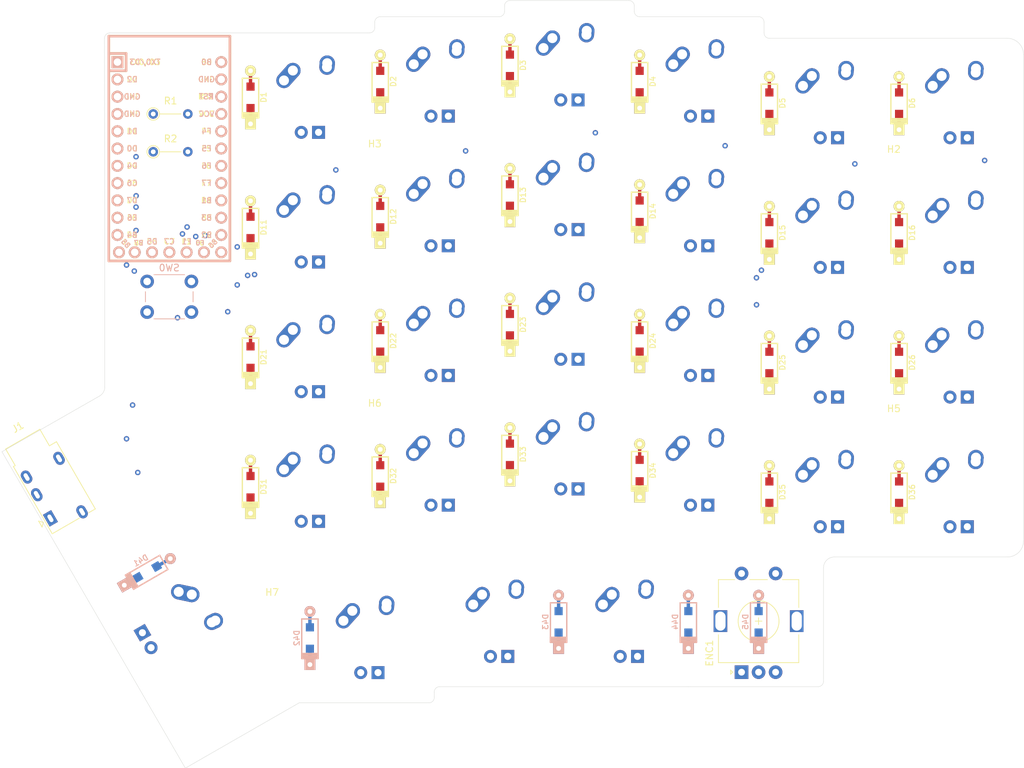
<source format=kicad_pcb>
(kicad_pcb (version 20171130) (host pcbnew "(5.1.9-0-10_14)")

  (general
    (thickness 1.6)
    (drawings 36)
    (tracks 28)
    (zones 0)
    (modules 68)
    (nets 59)
  )

  (page A4)
  (layers
    (0 F.Cu signal)
    (31 B.Cu signal)
    (32 B.Adhes user)
    (33 F.Adhes user)
    (34 B.Paste user)
    (35 F.Paste user)
    (36 B.SilkS user)
    (37 F.SilkS user)
    (38 B.Mask user)
    (39 F.Mask user)
    (40 Dwgs.User user)
    (41 Cmts.User user)
    (42 Eco1.User user)
    (43 Eco2.User user)
    (44 Edge.Cuts user)
    (45 Margin user)
    (46 B.CrtYd user)
    (47 F.CrtYd user)
    (48 B.Fab user)
    (49 F.Fab user)
  )

  (setup
    (last_trace_width 0.25)
    (trace_clearance 0.2)
    (zone_clearance 0.508)
    (zone_45_only no)
    (trace_min 0.2)
    (via_size 0.8)
    (via_drill 0.4)
    (via_min_size 0.4)
    (via_min_drill 0.3)
    (uvia_size 0.3)
    (uvia_drill 0.1)
    (uvias_allowed no)
    (uvia_min_size 0.2)
    (uvia_min_drill 0.1)
    (edge_width 0.05)
    (segment_width 0.2)
    (pcb_text_width 0.3)
    (pcb_text_size 1.5 1.5)
    (mod_edge_width 0.12)
    (mod_text_size 1 1)
    (mod_text_width 0.15)
    (pad_size 1.524 1.524)
    (pad_drill 0.762)
    (pad_to_mask_clearance 0)
    (aux_axis_origin 0 0)
    (grid_origin 154.78125 48.41875)
    (visible_elements FFFFFF7F)
    (pcbplotparams
      (layerselection 0x011fc_ffffffff)
      (usegerberextensions false)
      (usegerberattributes true)
      (usegerberadvancedattributes true)
      (creategerberjobfile true)
      (excludeedgelayer true)
      (linewidth 0.100000)
      (plotframeref false)
      (viasonmask false)
      (mode 1)
      (useauxorigin false)
      (hpglpennumber 1)
      (hpglpenspeed 20)
      (hpglpendiameter 15.000000)
      (psnegative false)
      (psa4output false)
      (plotreference true)
      (plotvalue true)
      (plotinvisibletext false)
      (padsonsilk false)
      (subtractmaskfromsilk false)
      (outputformat 1)
      (mirror false)
      (drillshape 0)
      (scaleselection 1)
      (outputdirectory "./gerbers"))
  )

  (net 0 "")
  (net 1 "Net-(D1-Pad2)")
  (net 2 ROW0)
  (net 3 "Net-(D2-Pad2)")
  (net 4 "Net-(D3-Pad2)")
  (net 5 "Net-(D4-Pad2)")
  (net 6 "Net-(D5-Pad2)")
  (net 7 "Net-(D6-Pad2)")
  (net 8 "Net-(D11-Pad2)")
  (net 9 ROW1)
  (net 10 "Net-(D12-Pad2)")
  (net 11 "Net-(D13-Pad2)")
  (net 12 "Net-(D14-Pad2)")
  (net 13 "Net-(D15-Pad2)")
  (net 14 "Net-(D16-Pad2)")
  (net 15 "Net-(D21-Pad2)")
  (net 16 ROW2)
  (net 17 "Net-(D22-Pad2)")
  (net 18 "Net-(D23-Pad2)")
  (net 19 "Net-(D24-Pad2)")
  (net 20 "Net-(D25-Pad2)")
  (net 21 "Net-(D26-Pad2)")
  (net 22 "Net-(D31-Pad2)")
  (net 23 ROW3)
  (net 24 "Net-(D32-Pad2)")
  (net 25 "Net-(D33-Pad2)")
  (net 26 "Net-(D34-Pad2)")
  (net 27 "Net-(D35-Pad2)")
  (net 28 "Net-(D36-Pad2)")
  (net 29 ROW4)
  (net 30 "Net-(D42-Pad2)")
  (net 31 "Net-(D43-Pad2)")
  (net 32 "Net-(D44-Pad2)")
  (net 33 COL0)
  (net 34 COL1)
  (net 35 COL2)
  (net 36 COL3)
  (net 37 COL4)
  (net 38 COL5)
  (net 39 COL6)
  (net 40 COL7)
  (net 41 COL8)
  (net 42 COL9)
  (net 43 VCC)
  (net 44 SDA)
  (net 45 SCL)
  (net 46 GND)
  (net 47 "Net-(SW0-Pad1)")
  (net 48 LEFT)
  (net 49 RIGHT)
  (net 50 "Net-(D41-Pad2)")
  (net 51 ENC1-IN)
  (net 52 "Net-(U1-Pad25)")
  (net 53 "Net-(U1-Pad26)")
  (net 54 "Net-(U1-Pad27)")
  (net 55 "Net-(U1-Pad24)")
  (net 56 "Net-(U1-Pad11)")
  (net 57 "Net-(U1-Pad4)")
  (net 58 "Net-(U1-Pad3)")

  (net_class Default "This is the default net class."
    (clearance 0.2)
    (trace_width 0.25)
    (via_dia 0.8)
    (via_drill 0.4)
    (uvia_dia 0.3)
    (uvia_drill 0.1)
    (add_net COL0)
    (add_net COL1)
    (add_net COL2)
    (add_net COL3)
    (add_net COL4)
    (add_net COL5)
    (add_net COL6)
    (add_net COL7)
    (add_net COL8)
    (add_net COL9)
    (add_net ENC1-IN)
    (add_net GND)
    (add_net LEFT)
    (add_net "Net-(D1-Pad2)")
    (add_net "Net-(D11-Pad2)")
    (add_net "Net-(D12-Pad2)")
    (add_net "Net-(D13-Pad2)")
    (add_net "Net-(D14-Pad2)")
    (add_net "Net-(D15-Pad2)")
    (add_net "Net-(D16-Pad2)")
    (add_net "Net-(D2-Pad2)")
    (add_net "Net-(D21-Pad2)")
    (add_net "Net-(D22-Pad2)")
    (add_net "Net-(D23-Pad2)")
    (add_net "Net-(D24-Pad2)")
    (add_net "Net-(D25-Pad2)")
    (add_net "Net-(D26-Pad2)")
    (add_net "Net-(D3-Pad2)")
    (add_net "Net-(D31-Pad2)")
    (add_net "Net-(D32-Pad2)")
    (add_net "Net-(D33-Pad2)")
    (add_net "Net-(D34-Pad2)")
    (add_net "Net-(D35-Pad2)")
    (add_net "Net-(D36-Pad2)")
    (add_net "Net-(D4-Pad2)")
    (add_net "Net-(D41-Pad2)")
    (add_net "Net-(D42-Pad2)")
    (add_net "Net-(D43-Pad2)")
    (add_net "Net-(D44-Pad2)")
    (add_net "Net-(D5-Pad2)")
    (add_net "Net-(D6-Pad2)")
    (add_net "Net-(SW0-Pad1)")
    (add_net "Net-(U1-Pad11)")
    (add_net "Net-(U1-Pad24)")
    (add_net "Net-(U1-Pad25)")
    (add_net "Net-(U1-Pad26)")
    (add_net "Net-(U1-Pad27)")
    (add_net "Net-(U1-Pad3)")
    (add_net "Net-(U1-Pad4)")
    (add_net RIGHT)
    (add_net ROW0)
    (add_net ROW1)
    (add_net ROW2)
    (add_net ROW3)
    (add_net ROW4)
    (add_net SCL)
    (add_net SDA)
    (add_net VCC)
  )

  (module MX_Only:MX-2U-FLIPPED-ReversedStabilizers (layer F.Cu) (tedit 5A9F4EE0) (tstamp 6072E24C)
    (at 106.64825 139.85875 300)
    (path /6072AAD1)
    (fp_text reference MX41 (at 0 3.175 120) (layer Dwgs.User)
      (effects (font (size 1 1) (thickness 0.15)))
    )
    (fp_text value MX-NoLED (at 0 -7.9375 120) (layer Dwgs.User)
      (effects (font (size 1 1) (thickness 0.15)))
    )
    (fp_line (start -19.05 9.525) (end -19.05 -9.525) (layer Dwgs.User) (width 0.15))
    (fp_line (start -19.05 9.525) (end 19.05 9.525) (layer Dwgs.User) (width 0.15))
    (fp_line (start 19.05 -9.525) (end 19.05 9.525) (layer Dwgs.User) (width 0.15))
    (fp_line (start -19.05 -9.525) (end 19.05 -9.525) (layer Dwgs.User) (width 0.15))
    (fp_line (start -7 -7) (end -7 -5) (layer Dwgs.User) (width 0.15))
    (fp_line (start -5 -7) (end -7 -7) (layer Dwgs.User) (width 0.15))
    (fp_line (start -7 7) (end -5 7) (layer Dwgs.User) (width 0.15))
    (fp_line (start -7 5) (end -7 7) (layer Dwgs.User) (width 0.15))
    (fp_line (start 7 7) (end 7 5) (layer Dwgs.User) (width 0.15))
    (fp_line (start 5 7) (end 7 7) (layer Dwgs.User) (width 0.15))
    (fp_line (start 7 -7) (end 7 -5) (layer Dwgs.User) (width 0.15))
    (fp_line (start 5 -7) (end 7 -7) (layer Dwgs.User) (width 0.15))
    (pad "" np_thru_hole circle (at 11.938 -8.255 300) (size 3.9878 3.9878) (drill 3.9878) (layers *.Cu *.Mask))
    (pad "" np_thru_hole circle (at -11.938 -8.255 300) (size 3.9878 3.9878) (drill 3.9878) (layers *.Cu *.Mask))
    (pad "" np_thru_hole circle (at 11.938 6.985 300) (size 3.048 3.048) (drill 3.048) (layers *.Cu *.Mask))
    (pad "" np_thru_hole circle (at -11.938 6.985 300) (size 3.048 3.048) (drill 3.048) (layers *.Cu *.Mask))
    (pad "" np_thru_hole circle (at 5.08 0 348.0996) (size 1.75 1.75) (drill 1.75) (layers *.Cu *.Mask))
    (pad "" np_thru_hole circle (at -5.08 0 348.0996) (size 1.75 1.75) (drill 1.75) (layers *.Cu *.Mask))
    (pad 4 thru_hole rect (at -1.27 5.08 300) (size 1.905 1.905) (drill 1.04) (layers *.Cu B.Mask))
    (pad 3 thru_hole circle (at 1.27 5.08 300) (size 1.905 1.905) (drill 1.04) (layers *.Cu B.Mask))
    (pad 1 thru_hole circle (at -2.5 -4 300) (size 2.25 2.25) (drill 1.47) (layers *.Cu B.Mask)
      (net 33 COL0))
    (pad "" np_thru_hole circle (at 0 0 300) (size 3.9878 3.9878) (drill 3.9878) (layers *.Cu *.Mask))
    (pad 1 thru_hole oval (at -3.81 -2.54 348.0996) (size 4.211556 2.25) (drill 1.47 (offset 0.980778 0)) (layers *.Cu B.Mask)
      (net 33 COL0))
    (pad 2 thru_hole circle (at 2.54 -5.08 300) (size 2.25 2.25) (drill 1.47) (layers *.Cu B.Mask)
      (net 50 "Net-(D41-Pad2)"))
    (pad 2 thru_hole oval (at 2.5 -4.5 26.0548) (size 2.831378 2.25) (drill 1.47 (offset 0.290689 0)) (layers *.Cu B.Mask)
      (net 50 "Net-(D41-Pad2)"))
  )

  (module MountingHole:MountingHole_2.2mm_M2_ISO7380 (layer F.Cu) (tedit 56D1B4CB) (tstamp 607B26AA)
    (at 120.65 138.1125)
    (descr "Mounting Hole 2.2mm, no annular, M2, ISO7380")
    (tags "mounting hole 2.2mm no annular m2 iso7380")
    (path /607DE302)
    (attr virtual)
    (fp_text reference H7 (at 0 -2.75) (layer F.SilkS)
      (effects (font (size 1 1) (thickness 0.15)))
    )
    (fp_text value MountingHole (at 0 2.75) (layer F.Fab)
      (effects (font (size 1 1) (thickness 0.15)))
    )
    (fp_circle (center 0 0) (end 1.75 0) (layer Cmts.User) (width 0.15))
    (fp_circle (center 0 0) (end 2 0) (layer F.CrtYd) (width 0.05))
    (fp_text user %R (at 0.3 0) (layer F.Fab)
      (effects (font (size 1 1) (thickness 0.15)))
    )
    (pad 1 np_thru_hole circle (at 0 0) (size 2.2 2.2) (drill 2.2) (layers *.Cu *.Mask))
  )

  (module MountingHole:MountingHole_2.2mm_M2_ISO7380 (layer F.Cu) (tedit 56D1B4CB) (tstamp 607B26A2)
    (at 135.73125 110.33125)
    (descr "Mounting Hole 2.2mm, no annular, M2, ISO7380")
    (tags "mounting hole 2.2mm no annular m2 iso7380")
    (path /607DF460)
    (attr virtual)
    (fp_text reference H6 (at 0 -2.75) (layer F.SilkS)
      (effects (font (size 1 1) (thickness 0.15)))
    )
    (fp_text value MountingHole (at 0 2.75) (layer F.Fab)
      (effects (font (size 1 1) (thickness 0.15)))
    )
    (fp_circle (center 0 0) (end 1.75 0) (layer Cmts.User) (width 0.15))
    (fp_circle (center 0 0) (end 2 0) (layer F.CrtYd) (width 0.05))
    (fp_text user %R (at 0.3 0) (layer F.Fab)
      (effects (font (size 1 1) (thickness 0.15)))
    )
    (pad 1 np_thru_hole circle (at 0 0) (size 2.2 2.2) (drill 2.2) (layers *.Cu *.Mask))
  )

  (module MountingHole:MountingHole_2.2mm_M2_ISO7380 (layer F.Cu) (tedit 56D1B4CB) (tstamp 607B269A)
    (at 211.93125 111.125)
    (descr "Mounting Hole 2.2mm, no annular, M2, ISO7380")
    (tags "mounting hole 2.2mm no annular m2 iso7380")
    (path /607DDEC1)
    (attr virtual)
    (fp_text reference H5 (at 0 -2.75) (layer F.SilkS)
      (effects (font (size 1 1) (thickness 0.15)))
    )
    (fp_text value MountingHole (at 0 2.75) (layer F.Fab)
      (effects (font (size 1 1) (thickness 0.15)))
    )
    (fp_circle (center 0 0) (end 1.75 0) (layer Cmts.User) (width 0.15))
    (fp_circle (center 0 0) (end 2 0) (layer F.CrtYd) (width 0.05))
    (fp_text user %R (at 0.3 0) (layer F.Fab)
      (effects (font (size 1 1) (thickness 0.15)))
    )
    (pad 1 np_thru_hole circle (at 0 0) (size 2.2 2.2) (drill 2.2) (layers *.Cu *.Mask))
  )

  (module MountingHole:MountingHole_2.2mm_M2_ISO7380 (layer F.Cu) (tedit 56D1B4CB) (tstamp 607B268A)
    (at 135.73125 72.23125)
    (descr "Mounting Hole 2.2mm, no annular, M2, ISO7380")
    (tags "mounting hole 2.2mm no annular m2 iso7380")
    (path /607DC9F0)
    (attr virtual)
    (fp_text reference H3 (at 0 -2.75) (layer F.SilkS)
      (effects (font (size 1 1) (thickness 0.15)))
    )
    (fp_text value MountingHole (at 0 2.75) (layer F.Fab)
      (effects (font (size 1 1) (thickness 0.15)))
    )
    (fp_circle (center 0 0) (end 1.75 0) (layer Cmts.User) (width 0.15))
    (fp_circle (center 0 0) (end 2 0) (layer F.CrtYd) (width 0.05))
    (fp_text user %R (at 0.3 0) (layer F.Fab)
      (effects (font (size 1 1) (thickness 0.15)))
    )
    (pad 1 np_thru_hole circle (at 0 0) (size 2.2 2.2) (drill 2.2) (layers *.Cu *.Mask))
  )

  (module MountingHole:MountingHole_2.2mm_M2_ISO7380 (layer F.Cu) (tedit 56D1B4CB) (tstamp 607B2682)
    (at 211.93125 73.025)
    (descr "Mounting Hole 2.2mm, no annular, M2, ISO7380")
    (tags "mounting hole 2.2mm no annular m2 iso7380")
    (path /607DE9D9)
    (attr virtual)
    (fp_text reference H2 (at 0 -2.75) (layer F.SilkS)
      (effects (font (size 1 1) (thickness 0.15)))
    )
    (fp_text value MountingHole (at 0 2.75) (layer F.Fab)
      (effects (font (size 1 1) (thickness 0.15)))
    )
    (fp_circle (center 0 0) (end 1.75 0) (layer Cmts.User) (width 0.15))
    (fp_circle (center 0 0) (end 2 0) (layer F.CrtYd) (width 0.05))
    (fp_text user %R (at 0.3 0) (layer F.Fab)
      (effects (font (size 1 1) (thickness 0.15)))
    )
    (pad 1 np_thru_hole circle (at 0 0) (size 2.2 2.2) (drill 2.2) (layers *.Cu *.Mask))
  )

  (module Resistor_THT:R_Axial_DIN0204_L3.6mm_D1.6mm_P5.08mm_Vertical (layer F.Cu) (tedit 5AE5139B) (tstamp 6072E2B9)
    (at 103.20375 70.64375)
    (descr "Resistor, Axial_DIN0204 series, Axial, Vertical, pin pitch=5.08mm, 0.167W, length*diameter=3.6*1.6mm^2, http://cdn-reichelt.de/documents/datenblatt/B400/1_4W%23YAG.pdf")
    (tags "Resistor Axial_DIN0204 series Axial Vertical pin pitch 5.08mm 0.167W length 3.6mm diameter 1.6mm")
    (path /6072E460)
    (fp_text reference R2 (at 2.54 -1.92) (layer F.SilkS)
      (effects (font (size 1 1) (thickness 0.15)))
    )
    (fp_text value 10kOhms (at 2.54 1.92) (layer F.Fab)
      (effects (font (size 1 1) (thickness 0.15)))
    )
    (fp_circle (center 0 0) (end 0.8 0) (layer F.Fab) (width 0.1))
    (fp_circle (center 0 0) (end 0.92 0) (layer F.SilkS) (width 0.12))
    (fp_line (start 0 0) (end 5.08 0) (layer F.Fab) (width 0.1))
    (fp_line (start 0.92 0) (end 4.08 0) (layer F.SilkS) (width 0.12))
    (fp_line (start -1.05 -1.05) (end -1.05 1.05) (layer F.CrtYd) (width 0.05))
    (fp_line (start -1.05 1.05) (end 6.03 1.05) (layer F.CrtYd) (width 0.05))
    (fp_line (start 6.03 1.05) (end 6.03 -1.05) (layer F.CrtYd) (width 0.05))
    (fp_line (start 6.03 -1.05) (end -1.05 -1.05) (layer F.CrtYd) (width 0.05))
    (fp_text user %R (at 2.54 -1.92) (layer F.Fab)
      (effects (font (size 1 1) (thickness 0.15)))
    )
    (pad 2 thru_hole oval (at 5.08 0) (size 1.4 1.4) (drill 0.7) (layers *.Cu *.Mask)
      (net 43 VCC))
    (pad 1 thru_hole circle (at 0 0) (size 1.4 1.4) (drill 0.7) (layers *.Cu *.Mask)
      (net 45 SCL))
    (model ${KISYS3DMOD}/Resistor_THT.3dshapes/R_Axial_DIN0204_L3.6mm_D1.6mm_P5.08mm_Vertical.wrl
      (at (xyz 0 0 0))
      (scale (xyz 1 1 1))
      (rotate (xyz 0 0 0))
    )
  )

  (module Resistor_THT:R_Axial_DIN0204_L3.6mm_D1.6mm_P5.08mm_Vertical (layer F.Cu) (tedit 5AE5139B) (tstamp 60730CD2)
    (at 103.20375 65.0875)
    (descr "Resistor, Axial_DIN0204 series, Axial, Vertical, pin pitch=5.08mm, 0.167W, length*diameter=3.6*1.6mm^2, http://cdn-reichelt.de/documents/datenblatt/B400/1_4W%23YAG.pdf")
    (tags "Resistor Axial_DIN0204 series Axial Vertical pin pitch 5.08mm 0.167W length 3.6mm diameter 1.6mm")
    (path /60729D01)
    (fp_text reference R1 (at 2.54 -1.92) (layer F.SilkS)
      (effects (font (size 1 1) (thickness 0.15)))
    )
    (fp_text value 2.2kOhms (at 2.54 1.92) (layer F.Fab)
      (effects (font (size 1 1) (thickness 0.15)))
    )
    (fp_circle (center 0 0) (end 0.8 0) (layer F.Fab) (width 0.1))
    (fp_circle (center 0 0) (end 0.92 0) (layer F.SilkS) (width 0.12))
    (fp_line (start 0 0) (end 5.08 0) (layer F.Fab) (width 0.1))
    (fp_line (start 0.92 0) (end 4.08 0) (layer F.SilkS) (width 0.12))
    (fp_line (start -1.05 -1.05) (end -1.05 1.05) (layer F.CrtYd) (width 0.05))
    (fp_line (start -1.05 1.05) (end 6.03 1.05) (layer F.CrtYd) (width 0.05))
    (fp_line (start 6.03 1.05) (end 6.03 -1.05) (layer F.CrtYd) (width 0.05))
    (fp_line (start 6.03 -1.05) (end -1.05 -1.05) (layer F.CrtYd) (width 0.05))
    (fp_text user %R (at 2.54 -1.92) (layer F.Fab)
      (effects (font (size 1 1) (thickness 0.15)))
    )
    (pad 2 thru_hole oval (at 5.08 0) (size 1.4 1.4) (drill 0.7) (layers *.Cu *.Mask)
      (net 43 VCC))
    (pad 1 thru_hole circle (at 0 0) (size 1.4 1.4) (drill 0.7) (layers *.Cu *.Mask)
      (net 44 SDA))
    (model ${KISYS3DMOD}/Resistor_THT.3dshapes/R_Axial_DIN0204_L3.6mm_D1.6mm_P5.08mm_Vertical.wrl
      (at (xyz 0 0 0))
      (scale (xyz 1 1 1))
      (rotate (xyz 0 0 0))
    )
  )

  (module footprints:D_SOD123_axial (layer B.Cu) (tedit 561B6A12) (tstamp 6072DE2B)
    (at 192.0875 139.7 90)
    (path /6072D6ED)
    (attr smd)
    (fp_text reference D45 (at 0 -1.925 90) (layer B.SilkS)
      (effects (font (size 0.8 0.8) (thickness 0.15)) (justify mirror))
    )
    (fp_text value D_Small (at 0 1.925 90) (layer B.SilkS) hide
      (effects (font (size 0.8 0.8) (thickness 0.15)) (justify mirror))
    )
    (fp_line (start -2.275 1.2) (end -2.275 -1.2) (layer B.SilkS) (width 0.2))
    (fp_line (start -2.45 1.2) (end -2.45 -1.2) (layer B.SilkS) (width 0.2))
    (fp_line (start -2.625 1.2) (end -2.625 -1.2) (layer B.SilkS) (width 0.2))
    (fp_line (start -3.025 -1.2) (end -3.025 1.2) (layer B.SilkS) (width 0.2))
    (fp_line (start -2.8 1.2) (end -2.8 -1.2) (layer B.SilkS) (width 0.2))
    (fp_line (start -2.925 1.2) (end -2.925 -1.2) (layer B.SilkS) (width 0.2))
    (fp_line (start -3 1.2) (end 2.8 1.2) (layer B.SilkS) (width 0.2))
    (fp_line (start 2.8 1.2) (end 2.8 -1.2) (layer B.SilkS) (width 0.2))
    (fp_line (start 2.8 -1.2) (end -3 -1.2) (layer B.SilkS) (width 0.2))
    (pad 2 smd rect (at 2.7 0 90) (size 2.5 0.5) (layers B.Cu)
      (net 51 ENC1-IN) (solder_mask_margin -999))
    (pad 1 smd rect (at -2.7 0 90) (size 2.5 0.5) (layers B.Cu)
      (net 29 ROW4) (solder_mask_margin -999))
    (pad 2 thru_hole circle (at 3.9 0 90) (size 1.6 1.6) (drill 0.7) (layers *.Cu *.Mask B.SilkS)
      (net 51 ENC1-IN))
    (pad 1 thru_hole rect (at -3.9 0 90) (size 1.6 1.6) (drill 0.7) (layers *.Cu *.Mask B.SilkS)
      (net 29 ROW4))
    (pad 1 smd rect (at -1.575 0 90) (size 1.2 1.2) (layers B.Cu B.Paste B.Mask)
      (net 29 ROW4))
    (pad 2 smd rect (at 1.575 0 90) (size 1.2 1.2) (layers B.Cu B.Paste B.Mask)
      (net 51 ENC1-IN))
  )

  (module footprints:D_SOD123_axial (layer B.Cu) (tedit 561B6A12) (tstamp 6072DE12)
    (at 181.76875 139.7 90)
    (path /6072D1E1)
    (attr smd)
    (fp_text reference D44 (at 0 -1.925 90) (layer B.SilkS)
      (effects (font (size 0.8 0.8) (thickness 0.15)) (justify mirror))
    )
    (fp_text value D_Small (at 0 1.925 90) (layer B.SilkS) hide
      (effects (font (size 0.8 0.8) (thickness 0.15)) (justify mirror))
    )
    (fp_line (start -2.275 1.2) (end -2.275 -1.2) (layer B.SilkS) (width 0.2))
    (fp_line (start -2.45 1.2) (end -2.45 -1.2) (layer B.SilkS) (width 0.2))
    (fp_line (start -2.625 1.2) (end -2.625 -1.2) (layer B.SilkS) (width 0.2))
    (fp_line (start -3.025 -1.2) (end -3.025 1.2) (layer B.SilkS) (width 0.2))
    (fp_line (start -2.8 1.2) (end -2.8 -1.2) (layer B.SilkS) (width 0.2))
    (fp_line (start -2.925 1.2) (end -2.925 -1.2) (layer B.SilkS) (width 0.2))
    (fp_line (start -3 1.2) (end 2.8 1.2) (layer B.SilkS) (width 0.2))
    (fp_line (start 2.8 1.2) (end 2.8 -1.2) (layer B.SilkS) (width 0.2))
    (fp_line (start 2.8 -1.2) (end -3 -1.2) (layer B.SilkS) (width 0.2))
    (pad 2 smd rect (at 2.7 0 90) (size 2.5 0.5) (layers B.Cu)
      (net 32 "Net-(D44-Pad2)") (solder_mask_margin -999))
    (pad 1 smd rect (at -2.7 0 90) (size 2.5 0.5) (layers B.Cu)
      (net 29 ROW4) (solder_mask_margin -999))
    (pad 2 thru_hole circle (at 3.9 0 90) (size 1.6 1.6) (drill 0.7) (layers *.Cu *.Mask B.SilkS)
      (net 32 "Net-(D44-Pad2)"))
    (pad 1 thru_hole rect (at -3.9 0 90) (size 1.6 1.6) (drill 0.7) (layers *.Cu *.Mask B.SilkS)
      (net 29 ROW4))
    (pad 1 smd rect (at -1.575 0 90) (size 1.2 1.2) (layers B.Cu B.Paste B.Mask)
      (net 29 ROW4))
    (pad 2 smd rect (at 1.575 0 90) (size 1.2 1.2) (layers B.Cu B.Paste B.Mask)
      (net 32 "Net-(D44-Pad2)"))
  )

  (module footprints:D_SOD123_axial (layer B.Cu) (tedit 561B6A12) (tstamp 6072DDF9)
    (at 162.71875 139.7 90)
    (path /6072C9CE)
    (attr smd)
    (fp_text reference D43 (at 0 -1.925 90) (layer B.SilkS)
      (effects (font (size 0.8 0.8) (thickness 0.15)) (justify mirror))
    )
    (fp_text value D_Small (at 0 1.925 90) (layer B.SilkS) hide
      (effects (font (size 0.8 0.8) (thickness 0.15)) (justify mirror))
    )
    (fp_line (start -2.275 1.2) (end -2.275 -1.2) (layer B.SilkS) (width 0.2))
    (fp_line (start -2.45 1.2) (end -2.45 -1.2) (layer B.SilkS) (width 0.2))
    (fp_line (start -2.625 1.2) (end -2.625 -1.2) (layer B.SilkS) (width 0.2))
    (fp_line (start -3.025 -1.2) (end -3.025 1.2) (layer B.SilkS) (width 0.2))
    (fp_line (start -2.8 1.2) (end -2.8 -1.2) (layer B.SilkS) (width 0.2))
    (fp_line (start -2.925 1.2) (end -2.925 -1.2) (layer B.SilkS) (width 0.2))
    (fp_line (start -3 1.2) (end 2.8 1.2) (layer B.SilkS) (width 0.2))
    (fp_line (start 2.8 1.2) (end 2.8 -1.2) (layer B.SilkS) (width 0.2))
    (fp_line (start 2.8 -1.2) (end -3 -1.2) (layer B.SilkS) (width 0.2))
    (pad 2 smd rect (at 2.7 0 90) (size 2.5 0.5) (layers B.Cu)
      (net 31 "Net-(D43-Pad2)") (solder_mask_margin -999))
    (pad 1 smd rect (at -2.7 0 90) (size 2.5 0.5) (layers B.Cu)
      (net 29 ROW4) (solder_mask_margin -999))
    (pad 2 thru_hole circle (at 3.9 0 90) (size 1.6 1.6) (drill 0.7) (layers *.Cu *.Mask B.SilkS)
      (net 31 "Net-(D43-Pad2)"))
    (pad 1 thru_hole rect (at -3.9 0 90) (size 1.6 1.6) (drill 0.7) (layers *.Cu *.Mask B.SilkS)
      (net 29 ROW4))
    (pad 1 smd rect (at -1.575 0 90) (size 1.2 1.2) (layers B.Cu B.Paste B.Mask)
      (net 29 ROW4))
    (pad 2 smd rect (at 1.575 0 90) (size 1.2 1.2) (layers B.Cu B.Paste B.Mask)
      (net 31 "Net-(D43-Pad2)"))
  )

  (module footprints:D_SOD123_axial (layer B.Cu) (tedit 561B6A12) (tstamp 607BAD6F)
    (at 126.20625 142.08125 90)
    (path /6072C43B)
    (attr smd)
    (fp_text reference D42 (at 0 -1.925 90) (layer B.SilkS)
      (effects (font (size 0.8 0.8) (thickness 0.15)) (justify mirror))
    )
    (fp_text value D_Small (at 0 1.925 90) (layer B.SilkS) hide
      (effects (font (size 0.8 0.8) (thickness 0.15)) (justify mirror))
    )
    (fp_line (start -2.275 1.2) (end -2.275 -1.2) (layer B.SilkS) (width 0.2))
    (fp_line (start -2.45 1.2) (end -2.45 -1.2) (layer B.SilkS) (width 0.2))
    (fp_line (start -2.625 1.2) (end -2.625 -1.2) (layer B.SilkS) (width 0.2))
    (fp_line (start -3.025 -1.2) (end -3.025 1.2) (layer B.SilkS) (width 0.2))
    (fp_line (start -2.8 1.2) (end -2.8 -1.2) (layer B.SilkS) (width 0.2))
    (fp_line (start -2.925 1.2) (end -2.925 -1.2) (layer B.SilkS) (width 0.2))
    (fp_line (start -3 1.2) (end 2.8 1.2) (layer B.SilkS) (width 0.2))
    (fp_line (start 2.8 1.2) (end 2.8 -1.2) (layer B.SilkS) (width 0.2))
    (fp_line (start 2.8 -1.2) (end -3 -1.2) (layer B.SilkS) (width 0.2))
    (pad 2 smd rect (at 2.7 0 90) (size 2.5 0.5) (layers B.Cu)
      (net 30 "Net-(D42-Pad2)") (solder_mask_margin -999))
    (pad 1 smd rect (at -2.7 0 90) (size 2.5 0.5) (layers B.Cu)
      (net 29 ROW4) (solder_mask_margin -999))
    (pad 2 thru_hole circle (at 3.9 0 90) (size 1.6 1.6) (drill 0.7) (layers *.Cu *.Mask B.SilkS)
      (net 30 "Net-(D42-Pad2)"))
    (pad 1 thru_hole rect (at -3.9 0 90) (size 1.6 1.6) (drill 0.7) (layers *.Cu *.Mask B.SilkS)
      (net 29 ROW4))
    (pad 1 smd rect (at -1.575 0 90) (size 1.2 1.2) (layers B.Cu B.Paste B.Mask)
      (net 29 ROW4))
    (pad 2 smd rect (at 1.575 0 90) (size 1.2 1.2) (layers B.Cu B.Paste B.Mask)
      (net 30 "Net-(D42-Pad2)"))
  )

  (module footprints:D_SOD123_axial (layer B.Cu) (tedit 561B6A12) (tstamp 6076DBA2)
    (at 102.33025 132.36575 30)
    (path /607E2461)
    (attr smd)
    (fp_text reference D41 (at 0 -1.925 210) (layer B.SilkS)
      (effects (font (size 0.8 0.8) (thickness 0.15)) (justify mirror))
    )
    (fp_text value D_Small (at 0 1.925 210) (layer B.SilkS) hide
      (effects (font (size 0.8 0.8) (thickness 0.15)) (justify mirror))
    )
    (fp_line (start -2.275 1.2) (end -2.275 -1.2) (layer B.SilkS) (width 0.2))
    (fp_line (start -2.45 1.2) (end -2.45 -1.2) (layer B.SilkS) (width 0.2))
    (fp_line (start -2.625 1.2) (end -2.625 -1.2) (layer B.SilkS) (width 0.2))
    (fp_line (start -3.025 -1.2) (end -3.025 1.2) (layer B.SilkS) (width 0.2))
    (fp_line (start -2.8 1.2) (end -2.8 -1.2) (layer B.SilkS) (width 0.2))
    (fp_line (start -2.925 1.2) (end -2.925 -1.2) (layer B.SilkS) (width 0.2))
    (fp_line (start -3 1.2) (end 2.8 1.2) (layer B.SilkS) (width 0.2))
    (fp_line (start 2.8 1.2) (end 2.8 -1.2) (layer B.SilkS) (width 0.2))
    (fp_line (start 2.8 -1.2) (end -3 -1.2) (layer B.SilkS) (width 0.2))
    (pad 2 smd rect (at 2.7 0 30) (size 2.5 0.5) (layers B.Cu)
      (net 50 "Net-(D41-Pad2)") (solder_mask_margin -999))
    (pad 1 smd rect (at -2.7 0 30) (size 2.5 0.5) (layers B.Cu)
      (net 29 ROW4) (solder_mask_margin -999))
    (pad 2 thru_hole circle (at 3.9 0 30) (size 1.6 1.6) (drill 0.7) (layers *.Cu *.Mask B.SilkS)
      (net 50 "Net-(D41-Pad2)"))
    (pad 1 thru_hole rect (at -3.9 0 30) (size 1.6 1.6) (drill 0.7) (layers *.Cu *.Mask B.SilkS)
      (net 29 ROW4))
    (pad 1 smd rect (at -1.575 0 30) (size 1.2 1.2) (layers B.Cu B.Paste B.Mask)
      (net 29 ROW4))
    (pad 2 smd rect (at 1.575 0 30) (size 1.2 1.2) (layers B.Cu B.Paste B.Mask)
      (net 50 "Net-(D41-Pad2)"))
  )

  (module footprints:D_SOD123_axial (layer F.Cu) (tedit 561B6A12) (tstamp 6072DD63)
    (at 212.70675 120.65 90)
    (path /60728CE5)
    (attr smd)
    (fp_text reference D36 (at 0 1.925 270) (layer F.SilkS)
      (effects (font (size 0.8 0.8) (thickness 0.15)))
    )
    (fp_text value D_Small (at 0 -1.925 270) (layer F.SilkS) hide
      (effects (font (size 0.8 0.8) (thickness 0.15)))
    )
    (fp_line (start -2.275 -1.2) (end -2.275 1.2) (layer F.SilkS) (width 0.2))
    (fp_line (start -2.45 -1.2) (end -2.45 1.2) (layer F.SilkS) (width 0.2))
    (fp_line (start -2.625 -1.2) (end -2.625 1.2) (layer F.SilkS) (width 0.2))
    (fp_line (start -3.025 1.2) (end -3.025 -1.2) (layer F.SilkS) (width 0.2))
    (fp_line (start -2.8 -1.2) (end -2.8 1.2) (layer F.SilkS) (width 0.2))
    (fp_line (start -2.925 -1.2) (end -2.925 1.2) (layer F.SilkS) (width 0.2))
    (fp_line (start -3 -1.2) (end 2.8 -1.2) (layer F.SilkS) (width 0.2))
    (fp_line (start 2.8 -1.2) (end 2.8 1.2) (layer F.SilkS) (width 0.2))
    (fp_line (start 2.8 1.2) (end -3 1.2) (layer F.SilkS) (width 0.2))
    (pad 2 smd rect (at 2.7 0 90) (size 2.5 0.5) (layers F.Cu)
      (net 28 "Net-(D36-Pad2)") (solder_mask_margin -999))
    (pad 1 smd rect (at -2.7 0 90) (size 2.5 0.5) (layers F.Cu)
      (net 23 ROW3) (solder_mask_margin -999))
    (pad 2 thru_hole circle (at 3.9 0 90) (size 1.6 1.6) (drill 0.7) (layers *.Cu *.Mask F.SilkS)
      (net 28 "Net-(D36-Pad2)"))
    (pad 1 thru_hole rect (at -3.9 0 90) (size 1.6 1.6) (drill 0.7) (layers *.Cu *.Mask F.SilkS)
      (net 23 ROW3))
    (pad 1 smd rect (at -1.575 0 90) (size 1.2 1.2) (layers F.Cu F.Paste F.Mask)
      (net 23 ROW3))
    (pad 2 smd rect (at 1.575 0 90) (size 1.2 1.2) (layers F.Cu F.Paste F.Mask)
      (net 28 "Net-(D36-Pad2)"))
  )

  (module footprints:D_SOD123_axial (layer F.Cu) (tedit 561B6A12) (tstamp 6072DD4A)
    (at 193.66275 120.65 90)
    (path /60728810)
    (attr smd)
    (fp_text reference D35 (at 0 1.925 270) (layer F.SilkS)
      (effects (font (size 0.8 0.8) (thickness 0.15)))
    )
    (fp_text value D_Small (at 0 -1.925 270) (layer F.SilkS) hide
      (effects (font (size 0.8 0.8) (thickness 0.15)))
    )
    (fp_line (start -2.275 -1.2) (end -2.275 1.2) (layer F.SilkS) (width 0.2))
    (fp_line (start -2.45 -1.2) (end -2.45 1.2) (layer F.SilkS) (width 0.2))
    (fp_line (start -2.625 -1.2) (end -2.625 1.2) (layer F.SilkS) (width 0.2))
    (fp_line (start -3.025 1.2) (end -3.025 -1.2) (layer F.SilkS) (width 0.2))
    (fp_line (start -2.8 -1.2) (end -2.8 1.2) (layer F.SilkS) (width 0.2))
    (fp_line (start -2.925 -1.2) (end -2.925 1.2) (layer F.SilkS) (width 0.2))
    (fp_line (start -3 -1.2) (end 2.8 -1.2) (layer F.SilkS) (width 0.2))
    (fp_line (start 2.8 -1.2) (end 2.8 1.2) (layer F.SilkS) (width 0.2))
    (fp_line (start 2.8 1.2) (end -3 1.2) (layer F.SilkS) (width 0.2))
    (pad 2 smd rect (at 2.7 0 90) (size 2.5 0.5) (layers F.Cu)
      (net 27 "Net-(D35-Pad2)") (solder_mask_margin -999))
    (pad 1 smd rect (at -2.7 0 90) (size 2.5 0.5) (layers F.Cu)
      (net 23 ROW3) (solder_mask_margin -999))
    (pad 2 thru_hole circle (at 3.9 0 90) (size 1.6 1.6) (drill 0.7) (layers *.Cu *.Mask F.SilkS)
      (net 27 "Net-(D35-Pad2)"))
    (pad 1 thru_hole rect (at -3.9 0 90) (size 1.6 1.6) (drill 0.7) (layers *.Cu *.Mask F.SilkS)
      (net 23 ROW3))
    (pad 1 smd rect (at -1.575 0 90) (size 1.2 1.2) (layers F.Cu F.Paste F.Mask)
      (net 23 ROW3))
    (pad 2 smd rect (at 1.575 0 90) (size 1.2 1.2) (layers F.Cu F.Paste F.Mask)
      (net 27 "Net-(D35-Pad2)"))
  )

  (module footprints:D_SOD123_axial (layer F.Cu) (tedit 561B6A12) (tstamp 6072DD31)
    (at 174.61875 117.475 90)
    (path /6072816F)
    (attr smd)
    (fp_text reference D34 (at 0 1.925 270) (layer F.SilkS)
      (effects (font (size 0.8 0.8) (thickness 0.15)))
    )
    (fp_text value D_Small (at 0 -1.925 270) (layer F.SilkS) hide
      (effects (font (size 0.8 0.8) (thickness 0.15)))
    )
    (fp_line (start -2.275 -1.2) (end -2.275 1.2) (layer F.SilkS) (width 0.2))
    (fp_line (start -2.45 -1.2) (end -2.45 1.2) (layer F.SilkS) (width 0.2))
    (fp_line (start -2.625 -1.2) (end -2.625 1.2) (layer F.SilkS) (width 0.2))
    (fp_line (start -3.025 1.2) (end -3.025 -1.2) (layer F.SilkS) (width 0.2))
    (fp_line (start -2.8 -1.2) (end -2.8 1.2) (layer F.SilkS) (width 0.2))
    (fp_line (start -2.925 -1.2) (end -2.925 1.2) (layer F.SilkS) (width 0.2))
    (fp_line (start -3 -1.2) (end 2.8 -1.2) (layer F.SilkS) (width 0.2))
    (fp_line (start 2.8 -1.2) (end 2.8 1.2) (layer F.SilkS) (width 0.2))
    (fp_line (start 2.8 1.2) (end -3 1.2) (layer F.SilkS) (width 0.2))
    (pad 2 smd rect (at 2.7 0 90) (size 2.5 0.5) (layers F.Cu)
      (net 26 "Net-(D34-Pad2)") (solder_mask_margin -999))
    (pad 1 smd rect (at -2.7 0 90) (size 2.5 0.5) (layers F.Cu)
      (net 23 ROW3) (solder_mask_margin -999))
    (pad 2 thru_hole circle (at 3.9 0 90) (size 1.6 1.6) (drill 0.7) (layers *.Cu *.Mask F.SilkS)
      (net 26 "Net-(D34-Pad2)"))
    (pad 1 thru_hole rect (at -3.9 0 90) (size 1.6 1.6) (drill 0.7) (layers *.Cu *.Mask F.SilkS)
      (net 23 ROW3))
    (pad 1 smd rect (at -1.575 0 90) (size 1.2 1.2) (layers F.Cu F.Paste F.Mask)
      (net 23 ROW3))
    (pad 2 smd rect (at 1.575 0 90) (size 1.2 1.2) (layers F.Cu F.Paste F.Mask)
      (net 26 "Net-(D34-Pad2)"))
  )

  (module footprints:D_SOD123_axial (layer F.Cu) (tedit 561B6A12) (tstamp 6072DD18)
    (at 155.57475 115.09375 90)
    (path /60727D2B)
    (attr smd)
    (fp_text reference D33 (at 0 1.925 270) (layer F.SilkS)
      (effects (font (size 0.8 0.8) (thickness 0.15)))
    )
    (fp_text value D_Small (at 0 -1.925 270) (layer F.SilkS) hide
      (effects (font (size 0.8 0.8) (thickness 0.15)))
    )
    (fp_line (start -2.275 -1.2) (end -2.275 1.2) (layer F.SilkS) (width 0.2))
    (fp_line (start -2.45 -1.2) (end -2.45 1.2) (layer F.SilkS) (width 0.2))
    (fp_line (start -2.625 -1.2) (end -2.625 1.2) (layer F.SilkS) (width 0.2))
    (fp_line (start -3.025 1.2) (end -3.025 -1.2) (layer F.SilkS) (width 0.2))
    (fp_line (start -2.8 -1.2) (end -2.8 1.2) (layer F.SilkS) (width 0.2))
    (fp_line (start -2.925 -1.2) (end -2.925 1.2) (layer F.SilkS) (width 0.2))
    (fp_line (start -3 -1.2) (end 2.8 -1.2) (layer F.SilkS) (width 0.2))
    (fp_line (start 2.8 -1.2) (end 2.8 1.2) (layer F.SilkS) (width 0.2))
    (fp_line (start 2.8 1.2) (end -3 1.2) (layer F.SilkS) (width 0.2))
    (pad 2 smd rect (at 2.7 0 90) (size 2.5 0.5) (layers F.Cu)
      (net 25 "Net-(D33-Pad2)") (solder_mask_margin -999))
    (pad 1 smd rect (at -2.7 0 90) (size 2.5 0.5) (layers F.Cu)
      (net 23 ROW3) (solder_mask_margin -999))
    (pad 2 thru_hole circle (at 3.9 0 90) (size 1.6 1.6) (drill 0.7) (layers *.Cu *.Mask F.SilkS)
      (net 25 "Net-(D33-Pad2)"))
    (pad 1 thru_hole rect (at -3.9 0 90) (size 1.6 1.6) (drill 0.7) (layers *.Cu *.Mask F.SilkS)
      (net 23 ROW3))
    (pad 1 smd rect (at -1.575 0 90) (size 1.2 1.2) (layers F.Cu F.Paste F.Mask)
      (net 23 ROW3))
    (pad 2 smd rect (at 1.575 0 90) (size 1.2 1.2) (layers F.Cu F.Paste F.Mask)
      (net 25 "Net-(D33-Pad2)"))
  )

  (module footprints:D_SOD123_axial (layer F.Cu) (tedit 561B6A12) (tstamp 6072DCFF)
    (at 136.53075 118.26875 90)
    (path /607273FB)
    (attr smd)
    (fp_text reference D32 (at 0 1.925 270) (layer F.SilkS)
      (effects (font (size 0.8 0.8) (thickness 0.15)))
    )
    (fp_text value D_Small (at 0 -1.925 270) (layer F.SilkS) hide
      (effects (font (size 0.8 0.8) (thickness 0.15)))
    )
    (fp_line (start -2.275 -1.2) (end -2.275 1.2) (layer F.SilkS) (width 0.2))
    (fp_line (start -2.45 -1.2) (end -2.45 1.2) (layer F.SilkS) (width 0.2))
    (fp_line (start -2.625 -1.2) (end -2.625 1.2) (layer F.SilkS) (width 0.2))
    (fp_line (start -3.025 1.2) (end -3.025 -1.2) (layer F.SilkS) (width 0.2))
    (fp_line (start -2.8 -1.2) (end -2.8 1.2) (layer F.SilkS) (width 0.2))
    (fp_line (start -2.925 -1.2) (end -2.925 1.2) (layer F.SilkS) (width 0.2))
    (fp_line (start -3 -1.2) (end 2.8 -1.2) (layer F.SilkS) (width 0.2))
    (fp_line (start 2.8 -1.2) (end 2.8 1.2) (layer F.SilkS) (width 0.2))
    (fp_line (start 2.8 1.2) (end -3 1.2) (layer F.SilkS) (width 0.2))
    (pad 2 smd rect (at 2.7 0 90) (size 2.5 0.5) (layers F.Cu)
      (net 24 "Net-(D32-Pad2)") (solder_mask_margin -999))
    (pad 1 smd rect (at -2.7 0 90) (size 2.5 0.5) (layers F.Cu)
      (net 23 ROW3) (solder_mask_margin -999))
    (pad 2 thru_hole circle (at 3.9 0 90) (size 1.6 1.6) (drill 0.7) (layers *.Cu *.Mask F.SilkS)
      (net 24 "Net-(D32-Pad2)"))
    (pad 1 thru_hole rect (at -3.9 0 90) (size 1.6 1.6) (drill 0.7) (layers *.Cu *.Mask F.SilkS)
      (net 23 ROW3))
    (pad 1 smd rect (at -1.575 0 90) (size 1.2 1.2) (layers F.Cu F.Paste F.Mask)
      (net 23 ROW3))
    (pad 2 smd rect (at 1.575 0 90) (size 1.2 1.2) (layers F.Cu F.Paste F.Mask)
      (net 24 "Net-(D32-Pad2)"))
  )

  (module footprints:D_SOD123_axial (layer F.Cu) (tedit 561B6A12) (tstamp 6072DCE6)
    (at 117.48675 119.85625 90)
    (path /60726C83)
    (attr smd)
    (fp_text reference D31 (at 0 1.925 270) (layer F.SilkS)
      (effects (font (size 0.8 0.8) (thickness 0.15)))
    )
    (fp_text value D_Small (at 0 -1.925 270) (layer F.SilkS) hide
      (effects (font (size 0.8 0.8) (thickness 0.15)))
    )
    (fp_line (start -2.275 -1.2) (end -2.275 1.2) (layer F.SilkS) (width 0.2))
    (fp_line (start -2.45 -1.2) (end -2.45 1.2) (layer F.SilkS) (width 0.2))
    (fp_line (start -2.625 -1.2) (end -2.625 1.2) (layer F.SilkS) (width 0.2))
    (fp_line (start -3.025 1.2) (end -3.025 -1.2) (layer F.SilkS) (width 0.2))
    (fp_line (start -2.8 -1.2) (end -2.8 1.2) (layer F.SilkS) (width 0.2))
    (fp_line (start -2.925 -1.2) (end -2.925 1.2) (layer F.SilkS) (width 0.2))
    (fp_line (start -3 -1.2) (end 2.8 -1.2) (layer F.SilkS) (width 0.2))
    (fp_line (start 2.8 -1.2) (end 2.8 1.2) (layer F.SilkS) (width 0.2))
    (fp_line (start 2.8 1.2) (end -3 1.2) (layer F.SilkS) (width 0.2))
    (pad 2 smd rect (at 2.7 0 90) (size 2.5 0.5) (layers F.Cu)
      (net 22 "Net-(D31-Pad2)") (solder_mask_margin -999))
    (pad 1 smd rect (at -2.7 0 90) (size 2.5 0.5) (layers F.Cu)
      (net 23 ROW3) (solder_mask_margin -999))
    (pad 2 thru_hole circle (at 3.9 0 90) (size 1.6 1.6) (drill 0.7) (layers *.Cu *.Mask F.SilkS)
      (net 22 "Net-(D31-Pad2)"))
    (pad 1 thru_hole rect (at -3.9 0 90) (size 1.6 1.6) (drill 0.7) (layers *.Cu *.Mask F.SilkS)
      (net 23 ROW3))
    (pad 1 smd rect (at -1.575 0 90) (size 1.2 1.2) (layers F.Cu F.Paste F.Mask)
      (net 23 ROW3))
    (pad 2 smd rect (at 1.575 0 90) (size 1.2 1.2) (layers F.Cu F.Paste F.Mask)
      (net 22 "Net-(D31-Pad2)"))
  )

  (module footprints:D_SOD123_axial (layer F.Cu) (tedit 561B6A12) (tstamp 6072DC69)
    (at 212.70675 101.6 90)
    (path /607673E1)
    (attr smd)
    (fp_text reference D26 (at 0 1.925 270) (layer F.SilkS)
      (effects (font (size 0.8 0.8) (thickness 0.15)))
    )
    (fp_text value D_Small (at 0 -1.925 270) (layer F.SilkS) hide
      (effects (font (size 0.8 0.8) (thickness 0.15)))
    )
    (fp_line (start -2.275 -1.2) (end -2.275 1.2) (layer F.SilkS) (width 0.2))
    (fp_line (start -2.45 -1.2) (end -2.45 1.2) (layer F.SilkS) (width 0.2))
    (fp_line (start -2.625 -1.2) (end -2.625 1.2) (layer F.SilkS) (width 0.2))
    (fp_line (start -3.025 1.2) (end -3.025 -1.2) (layer F.SilkS) (width 0.2))
    (fp_line (start -2.8 -1.2) (end -2.8 1.2) (layer F.SilkS) (width 0.2))
    (fp_line (start -2.925 -1.2) (end -2.925 1.2) (layer F.SilkS) (width 0.2))
    (fp_line (start -3 -1.2) (end 2.8 -1.2) (layer F.SilkS) (width 0.2))
    (fp_line (start 2.8 -1.2) (end 2.8 1.2) (layer F.SilkS) (width 0.2))
    (fp_line (start 2.8 1.2) (end -3 1.2) (layer F.SilkS) (width 0.2))
    (pad 2 smd rect (at 2.7 0 90) (size 2.5 0.5) (layers F.Cu)
      (net 21 "Net-(D26-Pad2)") (solder_mask_margin -999))
    (pad 1 smd rect (at -2.7 0 90) (size 2.5 0.5) (layers F.Cu)
      (net 16 ROW2) (solder_mask_margin -999))
    (pad 2 thru_hole circle (at 3.9 0 90) (size 1.6 1.6) (drill 0.7) (layers *.Cu *.Mask F.SilkS)
      (net 21 "Net-(D26-Pad2)"))
    (pad 1 thru_hole rect (at -3.9 0 90) (size 1.6 1.6) (drill 0.7) (layers *.Cu *.Mask F.SilkS)
      (net 16 ROW2))
    (pad 1 smd rect (at -1.575 0 90) (size 1.2 1.2) (layers F.Cu F.Paste F.Mask)
      (net 16 ROW2))
    (pad 2 smd rect (at 1.575 0 90) (size 1.2 1.2) (layers F.Cu F.Paste F.Mask)
      (net 21 "Net-(D26-Pad2)"))
  )

  (module footprints:D_SOD123_axial (layer F.Cu) (tedit 561B6A12) (tstamp 6072DC50)
    (at 193.66275 101.6 90)
    (path /60766DA9)
    (attr smd)
    (fp_text reference D25 (at 0 1.925 270) (layer F.SilkS)
      (effects (font (size 0.8 0.8) (thickness 0.15)))
    )
    (fp_text value D_Small (at 0 -1.925 270) (layer F.SilkS) hide
      (effects (font (size 0.8 0.8) (thickness 0.15)))
    )
    (fp_line (start -2.275 -1.2) (end -2.275 1.2) (layer F.SilkS) (width 0.2))
    (fp_line (start -2.45 -1.2) (end -2.45 1.2) (layer F.SilkS) (width 0.2))
    (fp_line (start -2.625 -1.2) (end -2.625 1.2) (layer F.SilkS) (width 0.2))
    (fp_line (start -3.025 1.2) (end -3.025 -1.2) (layer F.SilkS) (width 0.2))
    (fp_line (start -2.8 -1.2) (end -2.8 1.2) (layer F.SilkS) (width 0.2))
    (fp_line (start -2.925 -1.2) (end -2.925 1.2) (layer F.SilkS) (width 0.2))
    (fp_line (start -3 -1.2) (end 2.8 -1.2) (layer F.SilkS) (width 0.2))
    (fp_line (start 2.8 -1.2) (end 2.8 1.2) (layer F.SilkS) (width 0.2))
    (fp_line (start 2.8 1.2) (end -3 1.2) (layer F.SilkS) (width 0.2))
    (pad 2 smd rect (at 2.7 0 90) (size 2.5 0.5) (layers F.Cu)
      (net 20 "Net-(D25-Pad2)") (solder_mask_margin -999))
    (pad 1 smd rect (at -2.7 0 90) (size 2.5 0.5) (layers F.Cu)
      (net 16 ROW2) (solder_mask_margin -999))
    (pad 2 thru_hole circle (at 3.9 0 90) (size 1.6 1.6) (drill 0.7) (layers *.Cu *.Mask F.SilkS)
      (net 20 "Net-(D25-Pad2)"))
    (pad 1 thru_hole rect (at -3.9 0 90) (size 1.6 1.6) (drill 0.7) (layers *.Cu *.Mask F.SilkS)
      (net 16 ROW2))
    (pad 1 smd rect (at -1.575 0 90) (size 1.2 1.2) (layers F.Cu F.Paste F.Mask)
      (net 16 ROW2))
    (pad 2 smd rect (at 1.575 0 90) (size 1.2 1.2) (layers F.Cu F.Paste F.Mask)
      (net 20 "Net-(D25-Pad2)"))
  )

  (module footprints:D_SOD123_axial (layer F.Cu) (tedit 561B6A12) (tstamp 6072DC37)
    (at 174.61875 98.425 90)
    (path /607665FF)
    (attr smd)
    (fp_text reference D24 (at 0 1.925 270) (layer F.SilkS)
      (effects (font (size 0.8 0.8) (thickness 0.15)))
    )
    (fp_text value D_Small (at 0 -1.925 270) (layer F.SilkS) hide
      (effects (font (size 0.8 0.8) (thickness 0.15)))
    )
    (fp_line (start -2.275 -1.2) (end -2.275 1.2) (layer F.SilkS) (width 0.2))
    (fp_line (start -2.45 -1.2) (end -2.45 1.2) (layer F.SilkS) (width 0.2))
    (fp_line (start -2.625 -1.2) (end -2.625 1.2) (layer F.SilkS) (width 0.2))
    (fp_line (start -3.025 1.2) (end -3.025 -1.2) (layer F.SilkS) (width 0.2))
    (fp_line (start -2.8 -1.2) (end -2.8 1.2) (layer F.SilkS) (width 0.2))
    (fp_line (start -2.925 -1.2) (end -2.925 1.2) (layer F.SilkS) (width 0.2))
    (fp_line (start -3 -1.2) (end 2.8 -1.2) (layer F.SilkS) (width 0.2))
    (fp_line (start 2.8 -1.2) (end 2.8 1.2) (layer F.SilkS) (width 0.2))
    (fp_line (start 2.8 1.2) (end -3 1.2) (layer F.SilkS) (width 0.2))
    (pad 2 smd rect (at 2.7 0 90) (size 2.5 0.5) (layers F.Cu)
      (net 19 "Net-(D24-Pad2)") (solder_mask_margin -999))
    (pad 1 smd rect (at -2.7 0 90) (size 2.5 0.5) (layers F.Cu)
      (net 16 ROW2) (solder_mask_margin -999))
    (pad 2 thru_hole circle (at 3.9 0 90) (size 1.6 1.6) (drill 0.7) (layers *.Cu *.Mask F.SilkS)
      (net 19 "Net-(D24-Pad2)"))
    (pad 1 thru_hole rect (at -3.9 0 90) (size 1.6 1.6) (drill 0.7) (layers *.Cu *.Mask F.SilkS)
      (net 16 ROW2))
    (pad 1 smd rect (at -1.575 0 90) (size 1.2 1.2) (layers F.Cu F.Paste F.Mask)
      (net 16 ROW2))
    (pad 2 smd rect (at 1.575 0 90) (size 1.2 1.2) (layers F.Cu F.Paste F.Mask)
      (net 19 "Net-(D24-Pad2)"))
  )

  (module footprints:D_SOD123_axial (layer F.Cu) (tedit 561B6A12) (tstamp 6072DC1E)
    (at 155.57475 96.04375 90)
    (path /60766049)
    (attr smd)
    (fp_text reference D23 (at 0 1.925 270) (layer F.SilkS)
      (effects (font (size 0.8 0.8) (thickness 0.15)))
    )
    (fp_text value D_Small (at 0 -1.925 270) (layer F.SilkS) hide
      (effects (font (size 0.8 0.8) (thickness 0.15)))
    )
    (fp_line (start -2.275 -1.2) (end -2.275 1.2) (layer F.SilkS) (width 0.2))
    (fp_line (start -2.45 -1.2) (end -2.45 1.2) (layer F.SilkS) (width 0.2))
    (fp_line (start -2.625 -1.2) (end -2.625 1.2) (layer F.SilkS) (width 0.2))
    (fp_line (start -3.025 1.2) (end -3.025 -1.2) (layer F.SilkS) (width 0.2))
    (fp_line (start -2.8 -1.2) (end -2.8 1.2) (layer F.SilkS) (width 0.2))
    (fp_line (start -2.925 -1.2) (end -2.925 1.2) (layer F.SilkS) (width 0.2))
    (fp_line (start -3 -1.2) (end 2.8 -1.2) (layer F.SilkS) (width 0.2))
    (fp_line (start 2.8 -1.2) (end 2.8 1.2) (layer F.SilkS) (width 0.2))
    (fp_line (start 2.8 1.2) (end -3 1.2) (layer F.SilkS) (width 0.2))
    (pad 2 smd rect (at 2.7 0 90) (size 2.5 0.5) (layers F.Cu)
      (net 18 "Net-(D23-Pad2)") (solder_mask_margin -999))
    (pad 1 smd rect (at -2.7 0 90) (size 2.5 0.5) (layers F.Cu)
      (net 16 ROW2) (solder_mask_margin -999))
    (pad 2 thru_hole circle (at 3.9 0 90) (size 1.6 1.6) (drill 0.7) (layers *.Cu *.Mask F.SilkS)
      (net 18 "Net-(D23-Pad2)"))
    (pad 1 thru_hole rect (at -3.9 0 90) (size 1.6 1.6) (drill 0.7) (layers *.Cu *.Mask F.SilkS)
      (net 16 ROW2))
    (pad 1 smd rect (at -1.575 0 90) (size 1.2 1.2) (layers F.Cu F.Paste F.Mask)
      (net 16 ROW2))
    (pad 2 smd rect (at 1.575 0 90) (size 1.2 1.2) (layers F.Cu F.Paste F.Mask)
      (net 18 "Net-(D23-Pad2)"))
  )

  (module footprints:D_SOD123_axial (layer F.Cu) (tedit 561B6A12) (tstamp 6072DC05)
    (at 136.53075 98.425 90)
    (path /60765ACF)
    (attr smd)
    (fp_text reference D22 (at 0 1.925 270) (layer F.SilkS)
      (effects (font (size 0.8 0.8) (thickness 0.15)))
    )
    (fp_text value D_Small (at 0 -1.925 270) (layer F.SilkS) hide
      (effects (font (size 0.8 0.8) (thickness 0.15)))
    )
    (fp_line (start -2.275 -1.2) (end -2.275 1.2) (layer F.SilkS) (width 0.2))
    (fp_line (start -2.45 -1.2) (end -2.45 1.2) (layer F.SilkS) (width 0.2))
    (fp_line (start -2.625 -1.2) (end -2.625 1.2) (layer F.SilkS) (width 0.2))
    (fp_line (start -3.025 1.2) (end -3.025 -1.2) (layer F.SilkS) (width 0.2))
    (fp_line (start -2.8 -1.2) (end -2.8 1.2) (layer F.SilkS) (width 0.2))
    (fp_line (start -2.925 -1.2) (end -2.925 1.2) (layer F.SilkS) (width 0.2))
    (fp_line (start -3 -1.2) (end 2.8 -1.2) (layer F.SilkS) (width 0.2))
    (fp_line (start 2.8 -1.2) (end 2.8 1.2) (layer F.SilkS) (width 0.2))
    (fp_line (start 2.8 1.2) (end -3 1.2) (layer F.SilkS) (width 0.2))
    (pad 2 smd rect (at 2.7 0 90) (size 2.5 0.5) (layers F.Cu)
      (net 17 "Net-(D22-Pad2)") (solder_mask_margin -999))
    (pad 1 smd rect (at -2.7 0 90) (size 2.5 0.5) (layers F.Cu)
      (net 16 ROW2) (solder_mask_margin -999))
    (pad 2 thru_hole circle (at 3.9 0 90) (size 1.6 1.6) (drill 0.7) (layers *.Cu *.Mask F.SilkS)
      (net 17 "Net-(D22-Pad2)"))
    (pad 1 thru_hole rect (at -3.9 0 90) (size 1.6 1.6) (drill 0.7) (layers *.Cu *.Mask F.SilkS)
      (net 16 ROW2))
    (pad 1 smd rect (at -1.575 0 90) (size 1.2 1.2) (layers F.Cu F.Paste F.Mask)
      (net 16 ROW2))
    (pad 2 smd rect (at 1.575 0 90) (size 1.2 1.2) (layers F.Cu F.Paste F.Mask)
      (net 17 "Net-(D22-Pad2)"))
  )

  (module footprints:D_SOD123_axial (layer F.Cu) (tedit 561B6A12) (tstamp 6072DBEC)
    (at 117.48675 100.80625 90)
    (path /60765285)
    (attr smd)
    (fp_text reference D21 (at 0 1.925 270) (layer F.SilkS)
      (effects (font (size 0.8 0.8) (thickness 0.15)))
    )
    (fp_text value D_Small (at 0 -1.925 270) (layer F.SilkS) hide
      (effects (font (size 0.8 0.8) (thickness 0.15)))
    )
    (fp_line (start -2.275 -1.2) (end -2.275 1.2) (layer F.SilkS) (width 0.2))
    (fp_line (start -2.45 -1.2) (end -2.45 1.2) (layer F.SilkS) (width 0.2))
    (fp_line (start -2.625 -1.2) (end -2.625 1.2) (layer F.SilkS) (width 0.2))
    (fp_line (start -3.025 1.2) (end -3.025 -1.2) (layer F.SilkS) (width 0.2))
    (fp_line (start -2.8 -1.2) (end -2.8 1.2) (layer F.SilkS) (width 0.2))
    (fp_line (start -2.925 -1.2) (end -2.925 1.2) (layer F.SilkS) (width 0.2))
    (fp_line (start -3 -1.2) (end 2.8 -1.2) (layer F.SilkS) (width 0.2))
    (fp_line (start 2.8 -1.2) (end 2.8 1.2) (layer F.SilkS) (width 0.2))
    (fp_line (start 2.8 1.2) (end -3 1.2) (layer F.SilkS) (width 0.2))
    (pad 2 smd rect (at 2.7 0 90) (size 2.5 0.5) (layers F.Cu)
      (net 15 "Net-(D21-Pad2)") (solder_mask_margin -999))
    (pad 1 smd rect (at -2.7 0 90) (size 2.5 0.5) (layers F.Cu)
      (net 16 ROW2) (solder_mask_margin -999))
    (pad 2 thru_hole circle (at 3.9 0 90) (size 1.6 1.6) (drill 0.7) (layers *.Cu *.Mask F.SilkS)
      (net 15 "Net-(D21-Pad2)"))
    (pad 1 thru_hole rect (at -3.9 0 90) (size 1.6 1.6) (drill 0.7) (layers *.Cu *.Mask F.SilkS)
      (net 16 ROW2))
    (pad 1 smd rect (at -1.575 0 90) (size 1.2 1.2) (layers F.Cu F.Paste F.Mask)
      (net 16 ROW2))
    (pad 2 smd rect (at 1.575 0 90) (size 1.2 1.2) (layers F.Cu F.Paste F.Mask)
      (net 15 "Net-(D21-Pad2)"))
  )

  (module footprints:D_SOD123_axial (layer F.Cu) (tedit 561B6A12) (tstamp 6072DB6F)
    (at 212.70675 82.55 90)
    (path /6075E49E)
    (attr smd)
    (fp_text reference D16 (at 0 1.925 270) (layer F.SilkS)
      (effects (font (size 0.8 0.8) (thickness 0.15)))
    )
    (fp_text value D_Small (at 0 -1.925 270) (layer F.SilkS) hide
      (effects (font (size 0.8 0.8) (thickness 0.15)))
    )
    (fp_line (start -2.275 -1.2) (end -2.275 1.2) (layer F.SilkS) (width 0.2))
    (fp_line (start -2.45 -1.2) (end -2.45 1.2) (layer F.SilkS) (width 0.2))
    (fp_line (start -2.625 -1.2) (end -2.625 1.2) (layer F.SilkS) (width 0.2))
    (fp_line (start -3.025 1.2) (end -3.025 -1.2) (layer F.SilkS) (width 0.2))
    (fp_line (start -2.8 -1.2) (end -2.8 1.2) (layer F.SilkS) (width 0.2))
    (fp_line (start -2.925 -1.2) (end -2.925 1.2) (layer F.SilkS) (width 0.2))
    (fp_line (start -3 -1.2) (end 2.8 -1.2) (layer F.SilkS) (width 0.2))
    (fp_line (start 2.8 -1.2) (end 2.8 1.2) (layer F.SilkS) (width 0.2))
    (fp_line (start 2.8 1.2) (end -3 1.2) (layer F.SilkS) (width 0.2))
    (pad 2 smd rect (at 2.7 0 90) (size 2.5 0.5) (layers F.Cu)
      (net 14 "Net-(D16-Pad2)") (solder_mask_margin -999))
    (pad 1 smd rect (at -2.7 0 90) (size 2.5 0.5) (layers F.Cu)
      (net 9 ROW1) (solder_mask_margin -999))
    (pad 2 thru_hole circle (at 3.9 0 90) (size 1.6 1.6) (drill 0.7) (layers *.Cu *.Mask F.SilkS)
      (net 14 "Net-(D16-Pad2)"))
    (pad 1 thru_hole rect (at -3.9 0 90) (size 1.6 1.6) (drill 0.7) (layers *.Cu *.Mask F.SilkS)
      (net 9 ROW1))
    (pad 1 smd rect (at -1.575 0 90) (size 1.2 1.2) (layers F.Cu F.Paste F.Mask)
      (net 9 ROW1))
    (pad 2 smd rect (at 1.575 0 90) (size 1.2 1.2) (layers F.Cu F.Paste F.Mask)
      (net 14 "Net-(D16-Pad2)"))
  )

  (module footprints:D_SOD123_axial (layer F.Cu) (tedit 561B6A12) (tstamp 6072DB56)
    (at 193.66275 82.55 90)
    (path /6075DFDD)
    (attr smd)
    (fp_text reference D15 (at 0 1.925 270) (layer F.SilkS)
      (effects (font (size 0.8 0.8) (thickness 0.15)))
    )
    (fp_text value D_Small (at 0 -1.925 270) (layer F.SilkS) hide
      (effects (font (size 0.8 0.8) (thickness 0.15)))
    )
    (fp_line (start -2.275 -1.2) (end -2.275 1.2) (layer F.SilkS) (width 0.2))
    (fp_line (start -2.45 -1.2) (end -2.45 1.2) (layer F.SilkS) (width 0.2))
    (fp_line (start -2.625 -1.2) (end -2.625 1.2) (layer F.SilkS) (width 0.2))
    (fp_line (start -3.025 1.2) (end -3.025 -1.2) (layer F.SilkS) (width 0.2))
    (fp_line (start -2.8 -1.2) (end -2.8 1.2) (layer F.SilkS) (width 0.2))
    (fp_line (start -2.925 -1.2) (end -2.925 1.2) (layer F.SilkS) (width 0.2))
    (fp_line (start -3 -1.2) (end 2.8 -1.2) (layer F.SilkS) (width 0.2))
    (fp_line (start 2.8 -1.2) (end 2.8 1.2) (layer F.SilkS) (width 0.2))
    (fp_line (start 2.8 1.2) (end -3 1.2) (layer F.SilkS) (width 0.2))
    (pad 2 smd rect (at 2.7 0 90) (size 2.5 0.5) (layers F.Cu)
      (net 13 "Net-(D15-Pad2)") (solder_mask_margin -999))
    (pad 1 smd rect (at -2.7 0 90) (size 2.5 0.5) (layers F.Cu)
      (net 9 ROW1) (solder_mask_margin -999))
    (pad 2 thru_hole circle (at 3.9 0 90) (size 1.6 1.6) (drill 0.7) (layers *.Cu *.Mask F.SilkS)
      (net 13 "Net-(D15-Pad2)"))
    (pad 1 thru_hole rect (at -3.9 0 90) (size 1.6 1.6) (drill 0.7) (layers *.Cu *.Mask F.SilkS)
      (net 9 ROW1))
    (pad 1 smd rect (at -1.575 0 90) (size 1.2 1.2) (layers F.Cu F.Paste F.Mask)
      (net 9 ROW1))
    (pad 2 smd rect (at 1.575 0 90) (size 1.2 1.2) (layers F.Cu F.Paste F.Mask)
      (net 13 "Net-(D15-Pad2)"))
  )

  (module footprints:D_SOD123_axial (layer F.Cu) (tedit 561B6A12) (tstamp 6072DB3D)
    (at 174.61875 79.375 90)
    (path /6075D7E3)
    (attr smd)
    (fp_text reference D14 (at 0 1.925 270) (layer F.SilkS)
      (effects (font (size 0.8 0.8) (thickness 0.15)))
    )
    (fp_text value D_Small (at 0 -1.925 270) (layer F.SilkS) hide
      (effects (font (size 0.8 0.8) (thickness 0.15)))
    )
    (fp_line (start -2.275 -1.2) (end -2.275 1.2) (layer F.SilkS) (width 0.2))
    (fp_line (start -2.45 -1.2) (end -2.45 1.2) (layer F.SilkS) (width 0.2))
    (fp_line (start -2.625 -1.2) (end -2.625 1.2) (layer F.SilkS) (width 0.2))
    (fp_line (start -3.025 1.2) (end -3.025 -1.2) (layer F.SilkS) (width 0.2))
    (fp_line (start -2.8 -1.2) (end -2.8 1.2) (layer F.SilkS) (width 0.2))
    (fp_line (start -2.925 -1.2) (end -2.925 1.2) (layer F.SilkS) (width 0.2))
    (fp_line (start -3 -1.2) (end 2.8 -1.2) (layer F.SilkS) (width 0.2))
    (fp_line (start 2.8 -1.2) (end 2.8 1.2) (layer F.SilkS) (width 0.2))
    (fp_line (start 2.8 1.2) (end -3 1.2) (layer F.SilkS) (width 0.2))
    (pad 2 smd rect (at 2.7 0 90) (size 2.5 0.5) (layers F.Cu)
      (net 12 "Net-(D14-Pad2)") (solder_mask_margin -999))
    (pad 1 smd rect (at -2.7 0 90) (size 2.5 0.5) (layers F.Cu)
      (net 9 ROW1) (solder_mask_margin -999))
    (pad 2 thru_hole circle (at 3.9 0 90) (size 1.6 1.6) (drill 0.7) (layers *.Cu *.Mask F.SilkS)
      (net 12 "Net-(D14-Pad2)"))
    (pad 1 thru_hole rect (at -3.9 0 90) (size 1.6 1.6) (drill 0.7) (layers *.Cu *.Mask F.SilkS)
      (net 9 ROW1))
    (pad 1 smd rect (at -1.575 0 90) (size 1.2 1.2) (layers F.Cu F.Paste F.Mask)
      (net 9 ROW1))
    (pad 2 smd rect (at 1.575 0 90) (size 1.2 1.2) (layers F.Cu F.Paste F.Mask)
      (net 12 "Net-(D14-Pad2)"))
  )

  (module footprints:D_SOD123_axial (layer F.Cu) (tedit 561B6A12) (tstamp 6072DB24)
    (at 155.57475 76.99375 90)
    (path /6075D1B5)
    (attr smd)
    (fp_text reference D13 (at 0 1.925 270) (layer F.SilkS)
      (effects (font (size 0.8 0.8) (thickness 0.15)))
    )
    (fp_text value D_Small (at 0 -1.925 270) (layer F.SilkS) hide
      (effects (font (size 0.8 0.8) (thickness 0.15)))
    )
    (fp_line (start -2.275 -1.2) (end -2.275 1.2) (layer F.SilkS) (width 0.2))
    (fp_line (start -2.45 -1.2) (end -2.45 1.2) (layer F.SilkS) (width 0.2))
    (fp_line (start -2.625 -1.2) (end -2.625 1.2) (layer F.SilkS) (width 0.2))
    (fp_line (start -3.025 1.2) (end -3.025 -1.2) (layer F.SilkS) (width 0.2))
    (fp_line (start -2.8 -1.2) (end -2.8 1.2) (layer F.SilkS) (width 0.2))
    (fp_line (start -2.925 -1.2) (end -2.925 1.2) (layer F.SilkS) (width 0.2))
    (fp_line (start -3 -1.2) (end 2.8 -1.2) (layer F.SilkS) (width 0.2))
    (fp_line (start 2.8 -1.2) (end 2.8 1.2) (layer F.SilkS) (width 0.2))
    (fp_line (start 2.8 1.2) (end -3 1.2) (layer F.SilkS) (width 0.2))
    (pad 2 smd rect (at 2.7 0 90) (size 2.5 0.5) (layers F.Cu)
      (net 11 "Net-(D13-Pad2)") (solder_mask_margin -999))
    (pad 1 smd rect (at -2.7 0 90) (size 2.5 0.5) (layers F.Cu)
      (net 9 ROW1) (solder_mask_margin -999))
    (pad 2 thru_hole circle (at 3.9 0 90) (size 1.6 1.6) (drill 0.7) (layers *.Cu *.Mask F.SilkS)
      (net 11 "Net-(D13-Pad2)"))
    (pad 1 thru_hole rect (at -3.9 0 90) (size 1.6 1.6) (drill 0.7) (layers *.Cu *.Mask F.SilkS)
      (net 9 ROW1))
    (pad 1 smd rect (at -1.575 0 90) (size 1.2 1.2) (layers F.Cu F.Paste F.Mask)
      (net 9 ROW1))
    (pad 2 smd rect (at 1.575 0 90) (size 1.2 1.2) (layers F.Cu F.Paste F.Mask)
      (net 11 "Net-(D13-Pad2)"))
  )

  (module footprints:D_SOD123_axial (layer F.Cu) (tedit 561B6A12) (tstamp 6072DB0B)
    (at 136.53075 80.16875 90)
    (path /6075C920)
    (attr smd)
    (fp_text reference D12 (at 0 1.925 270) (layer F.SilkS)
      (effects (font (size 0.8 0.8) (thickness 0.15)))
    )
    (fp_text value D_Small (at 0 -1.925 270) (layer F.SilkS) hide
      (effects (font (size 0.8 0.8) (thickness 0.15)))
    )
    (fp_line (start -2.275 -1.2) (end -2.275 1.2) (layer F.SilkS) (width 0.2))
    (fp_line (start -2.45 -1.2) (end -2.45 1.2) (layer F.SilkS) (width 0.2))
    (fp_line (start -2.625 -1.2) (end -2.625 1.2) (layer F.SilkS) (width 0.2))
    (fp_line (start -3.025 1.2) (end -3.025 -1.2) (layer F.SilkS) (width 0.2))
    (fp_line (start -2.8 -1.2) (end -2.8 1.2) (layer F.SilkS) (width 0.2))
    (fp_line (start -2.925 -1.2) (end -2.925 1.2) (layer F.SilkS) (width 0.2))
    (fp_line (start -3 -1.2) (end 2.8 -1.2) (layer F.SilkS) (width 0.2))
    (fp_line (start 2.8 -1.2) (end 2.8 1.2) (layer F.SilkS) (width 0.2))
    (fp_line (start 2.8 1.2) (end -3 1.2) (layer F.SilkS) (width 0.2))
    (pad 2 smd rect (at 2.7 0 90) (size 2.5 0.5) (layers F.Cu)
      (net 10 "Net-(D12-Pad2)") (solder_mask_margin -999))
    (pad 1 smd rect (at -2.7 0 90) (size 2.5 0.5) (layers F.Cu)
      (net 9 ROW1) (solder_mask_margin -999))
    (pad 2 thru_hole circle (at 3.9 0 90) (size 1.6 1.6) (drill 0.7) (layers *.Cu *.Mask F.SilkS)
      (net 10 "Net-(D12-Pad2)"))
    (pad 1 thru_hole rect (at -3.9 0 90) (size 1.6 1.6) (drill 0.7) (layers *.Cu *.Mask F.SilkS)
      (net 9 ROW1))
    (pad 1 smd rect (at -1.575 0 90) (size 1.2 1.2) (layers F.Cu F.Paste F.Mask)
      (net 9 ROW1))
    (pad 2 smd rect (at 1.575 0 90) (size 1.2 1.2) (layers F.Cu F.Paste F.Mask)
      (net 10 "Net-(D12-Pad2)"))
  )

  (module footprints:D_SOD123_axial (layer F.Cu) (tedit 561B6A12) (tstamp 6072DAF2)
    (at 117.48675 81.75625 90)
    (path /6075C11C)
    (attr smd)
    (fp_text reference D11 (at 0 1.925 270) (layer F.SilkS)
      (effects (font (size 0.8 0.8) (thickness 0.15)))
    )
    (fp_text value D_Small (at 0 -1.925 270) (layer F.SilkS) hide
      (effects (font (size 0.8 0.8) (thickness 0.15)))
    )
    (fp_line (start -2.275 -1.2) (end -2.275 1.2) (layer F.SilkS) (width 0.2))
    (fp_line (start -2.45 -1.2) (end -2.45 1.2) (layer F.SilkS) (width 0.2))
    (fp_line (start -2.625 -1.2) (end -2.625 1.2) (layer F.SilkS) (width 0.2))
    (fp_line (start -3.025 1.2) (end -3.025 -1.2) (layer F.SilkS) (width 0.2))
    (fp_line (start -2.8 -1.2) (end -2.8 1.2) (layer F.SilkS) (width 0.2))
    (fp_line (start -2.925 -1.2) (end -2.925 1.2) (layer F.SilkS) (width 0.2))
    (fp_line (start -3 -1.2) (end 2.8 -1.2) (layer F.SilkS) (width 0.2))
    (fp_line (start 2.8 -1.2) (end 2.8 1.2) (layer F.SilkS) (width 0.2))
    (fp_line (start 2.8 1.2) (end -3 1.2) (layer F.SilkS) (width 0.2))
    (pad 2 smd rect (at 2.7 0 90) (size 2.5 0.5) (layers F.Cu)
      (net 8 "Net-(D11-Pad2)") (solder_mask_margin -999))
    (pad 1 smd rect (at -2.7 0 90) (size 2.5 0.5) (layers F.Cu)
      (net 9 ROW1) (solder_mask_margin -999))
    (pad 2 thru_hole circle (at 3.9 0 90) (size 1.6 1.6) (drill 0.7) (layers *.Cu *.Mask F.SilkS)
      (net 8 "Net-(D11-Pad2)"))
    (pad 1 thru_hole rect (at -3.9 0 90) (size 1.6 1.6) (drill 0.7) (layers *.Cu *.Mask F.SilkS)
      (net 9 ROW1))
    (pad 1 smd rect (at -1.575 0 90) (size 1.2 1.2) (layers F.Cu F.Paste F.Mask)
      (net 9 ROW1))
    (pad 2 smd rect (at 1.575 0 90) (size 1.2 1.2) (layers F.Cu F.Paste F.Mask)
      (net 8 "Net-(D11-Pad2)"))
  )

  (module footprints:D_SOD123_axial (layer F.Cu) (tedit 561B6A12) (tstamp 6072DA75)
    (at 212.70675 63.5 90)
    (path /60751979)
    (attr smd)
    (fp_text reference D6 (at 0 1.925 270) (layer F.SilkS)
      (effects (font (size 0.8 0.8) (thickness 0.15)))
    )
    (fp_text value D_Small (at 0 -1.925 270) (layer F.SilkS) hide
      (effects (font (size 0.8 0.8) (thickness 0.15)))
    )
    (fp_line (start -2.275 -1.2) (end -2.275 1.2) (layer F.SilkS) (width 0.2))
    (fp_line (start -2.45 -1.2) (end -2.45 1.2) (layer F.SilkS) (width 0.2))
    (fp_line (start -2.625 -1.2) (end -2.625 1.2) (layer F.SilkS) (width 0.2))
    (fp_line (start -3.025 1.2) (end -3.025 -1.2) (layer F.SilkS) (width 0.2))
    (fp_line (start -2.8 -1.2) (end -2.8 1.2) (layer F.SilkS) (width 0.2))
    (fp_line (start -2.925 -1.2) (end -2.925 1.2) (layer F.SilkS) (width 0.2))
    (fp_line (start -3 -1.2) (end 2.8 -1.2) (layer F.SilkS) (width 0.2))
    (fp_line (start 2.8 -1.2) (end 2.8 1.2) (layer F.SilkS) (width 0.2))
    (fp_line (start 2.8 1.2) (end -3 1.2) (layer F.SilkS) (width 0.2))
    (pad 2 smd rect (at 2.7 0 90) (size 2.5 0.5) (layers F.Cu)
      (net 7 "Net-(D6-Pad2)") (solder_mask_margin -999))
    (pad 1 smd rect (at -2.7 0 90) (size 2.5 0.5) (layers F.Cu)
      (net 2 ROW0) (solder_mask_margin -999))
    (pad 2 thru_hole circle (at 3.9 0 90) (size 1.6 1.6) (drill 0.7) (layers *.Cu *.Mask F.SilkS)
      (net 7 "Net-(D6-Pad2)"))
    (pad 1 thru_hole rect (at -3.9 0 90) (size 1.6 1.6) (drill 0.7) (layers *.Cu *.Mask F.SilkS)
      (net 2 ROW0))
    (pad 1 smd rect (at -1.575 0 90) (size 1.2 1.2) (layers F.Cu F.Paste F.Mask)
      (net 2 ROW0))
    (pad 2 smd rect (at 1.575 0 90) (size 1.2 1.2) (layers F.Cu F.Paste F.Mask)
      (net 7 "Net-(D6-Pad2)"))
  )

  (module footprints:D_SOD123_axial (layer F.Cu) (tedit 561B6A12) (tstamp 6072DA5C)
    (at 193.66275 63.5 90)
    (path /60750F5E)
    (attr smd)
    (fp_text reference D5 (at 0 1.925 270) (layer F.SilkS)
      (effects (font (size 0.8 0.8) (thickness 0.15)))
    )
    (fp_text value D_Small (at 0 -1.925 270) (layer F.SilkS) hide
      (effects (font (size 0.8 0.8) (thickness 0.15)))
    )
    (fp_line (start -2.275 -1.2) (end -2.275 1.2) (layer F.SilkS) (width 0.2))
    (fp_line (start -2.45 -1.2) (end -2.45 1.2) (layer F.SilkS) (width 0.2))
    (fp_line (start -2.625 -1.2) (end -2.625 1.2) (layer F.SilkS) (width 0.2))
    (fp_line (start -3.025 1.2) (end -3.025 -1.2) (layer F.SilkS) (width 0.2))
    (fp_line (start -2.8 -1.2) (end -2.8 1.2) (layer F.SilkS) (width 0.2))
    (fp_line (start -2.925 -1.2) (end -2.925 1.2) (layer F.SilkS) (width 0.2))
    (fp_line (start -3 -1.2) (end 2.8 -1.2) (layer F.SilkS) (width 0.2))
    (fp_line (start 2.8 -1.2) (end 2.8 1.2) (layer F.SilkS) (width 0.2))
    (fp_line (start 2.8 1.2) (end -3 1.2) (layer F.SilkS) (width 0.2))
    (pad 2 smd rect (at 2.7 0 90) (size 2.5 0.5) (layers F.Cu)
      (net 6 "Net-(D5-Pad2)") (solder_mask_margin -999))
    (pad 1 smd rect (at -2.7 0 90) (size 2.5 0.5) (layers F.Cu)
      (net 2 ROW0) (solder_mask_margin -999))
    (pad 2 thru_hole circle (at 3.9 0 90) (size 1.6 1.6) (drill 0.7) (layers *.Cu *.Mask F.SilkS)
      (net 6 "Net-(D5-Pad2)"))
    (pad 1 thru_hole rect (at -3.9 0 90) (size 1.6 1.6) (drill 0.7) (layers *.Cu *.Mask F.SilkS)
      (net 2 ROW0))
    (pad 1 smd rect (at -1.575 0 90) (size 1.2 1.2) (layers F.Cu F.Paste F.Mask)
      (net 2 ROW0))
    (pad 2 smd rect (at 1.575 0 90) (size 1.2 1.2) (layers F.Cu F.Paste F.Mask)
      (net 6 "Net-(D5-Pad2)"))
  )

  (module footprints:D_SOD123_axial (layer F.Cu) (tedit 561B6A12) (tstamp 6072DA43)
    (at 174.61875 60.325 90)
    (path /60750994)
    (attr smd)
    (fp_text reference D4 (at 0 1.925 270) (layer F.SilkS)
      (effects (font (size 0.8 0.8) (thickness 0.15)))
    )
    (fp_text value D_Small (at 0 -1.925 270) (layer F.SilkS) hide
      (effects (font (size 0.8 0.8) (thickness 0.15)))
    )
    (fp_line (start -2.275 -1.2) (end -2.275 1.2) (layer F.SilkS) (width 0.2))
    (fp_line (start -2.45 -1.2) (end -2.45 1.2) (layer F.SilkS) (width 0.2))
    (fp_line (start -2.625 -1.2) (end -2.625 1.2) (layer F.SilkS) (width 0.2))
    (fp_line (start -3.025 1.2) (end -3.025 -1.2) (layer F.SilkS) (width 0.2))
    (fp_line (start -2.8 -1.2) (end -2.8 1.2) (layer F.SilkS) (width 0.2))
    (fp_line (start -2.925 -1.2) (end -2.925 1.2) (layer F.SilkS) (width 0.2))
    (fp_line (start -3 -1.2) (end 2.8 -1.2) (layer F.SilkS) (width 0.2))
    (fp_line (start 2.8 -1.2) (end 2.8 1.2) (layer F.SilkS) (width 0.2))
    (fp_line (start 2.8 1.2) (end -3 1.2) (layer F.SilkS) (width 0.2))
    (pad 2 smd rect (at 2.7 0 90) (size 2.5 0.5) (layers F.Cu)
      (net 5 "Net-(D4-Pad2)") (solder_mask_margin -999))
    (pad 1 smd rect (at -2.7 0 90) (size 2.5 0.5) (layers F.Cu)
      (net 2 ROW0) (solder_mask_margin -999))
    (pad 2 thru_hole circle (at 3.9 0 90) (size 1.6 1.6) (drill 0.7) (layers *.Cu *.Mask F.SilkS)
      (net 5 "Net-(D4-Pad2)"))
    (pad 1 thru_hole rect (at -3.9 0 90) (size 1.6 1.6) (drill 0.7) (layers *.Cu *.Mask F.SilkS)
      (net 2 ROW0))
    (pad 1 smd rect (at -1.575 0 90) (size 1.2 1.2) (layers F.Cu F.Paste F.Mask)
      (net 2 ROW0))
    (pad 2 smd rect (at 1.575 0 90) (size 1.2 1.2) (layers F.Cu F.Paste F.Mask)
      (net 5 "Net-(D4-Pad2)"))
  )

  (module footprints:D_SOD123_axial (layer F.Cu) (tedit 561B6A12) (tstamp 6072DA2A)
    (at 155.57475 57.94375 90)
    (path /6074CE3A)
    (attr smd)
    (fp_text reference D3 (at 0 1.925 270) (layer F.SilkS)
      (effects (font (size 0.8 0.8) (thickness 0.15)))
    )
    (fp_text value D_Small (at 0 -1.925 270) (layer F.SilkS) hide
      (effects (font (size 0.8 0.8) (thickness 0.15)))
    )
    (fp_line (start -2.275 -1.2) (end -2.275 1.2) (layer F.SilkS) (width 0.2))
    (fp_line (start -2.45 -1.2) (end -2.45 1.2) (layer F.SilkS) (width 0.2))
    (fp_line (start -2.625 -1.2) (end -2.625 1.2) (layer F.SilkS) (width 0.2))
    (fp_line (start -3.025 1.2) (end -3.025 -1.2) (layer F.SilkS) (width 0.2))
    (fp_line (start -2.8 -1.2) (end -2.8 1.2) (layer F.SilkS) (width 0.2))
    (fp_line (start -2.925 -1.2) (end -2.925 1.2) (layer F.SilkS) (width 0.2))
    (fp_line (start -3 -1.2) (end 2.8 -1.2) (layer F.SilkS) (width 0.2))
    (fp_line (start 2.8 -1.2) (end 2.8 1.2) (layer F.SilkS) (width 0.2))
    (fp_line (start 2.8 1.2) (end -3 1.2) (layer F.SilkS) (width 0.2))
    (pad 2 smd rect (at 2.7 0 90) (size 2.5 0.5) (layers F.Cu)
      (net 4 "Net-(D3-Pad2)") (solder_mask_margin -999))
    (pad 1 smd rect (at -2.7 0 90) (size 2.5 0.5) (layers F.Cu)
      (net 2 ROW0) (solder_mask_margin -999))
    (pad 2 thru_hole circle (at 3.9 0 90) (size 1.6 1.6) (drill 0.7) (layers *.Cu *.Mask F.SilkS)
      (net 4 "Net-(D3-Pad2)"))
    (pad 1 thru_hole rect (at -3.9 0 90) (size 1.6 1.6) (drill 0.7) (layers *.Cu *.Mask F.SilkS)
      (net 2 ROW0))
    (pad 1 smd rect (at -1.575 0 90) (size 1.2 1.2) (layers F.Cu F.Paste F.Mask)
      (net 2 ROW0))
    (pad 2 smd rect (at 1.575 0 90) (size 1.2 1.2) (layers F.Cu F.Paste F.Mask)
      (net 4 "Net-(D3-Pad2)"))
  )

  (module footprints:D_SOD123_axial (layer F.Cu) (tedit 561B6A12) (tstamp 6072DA11)
    (at 136.53075 60.325 90)
    (path /6074DA2A)
    (attr smd)
    (fp_text reference D2 (at 0 1.925 270) (layer F.SilkS)
      (effects (font (size 0.8 0.8) (thickness 0.15)))
    )
    (fp_text value D_Small (at 0 -1.925 270) (layer F.SilkS) hide
      (effects (font (size 0.8 0.8) (thickness 0.15)))
    )
    (fp_line (start -2.275 -1.2) (end -2.275 1.2) (layer F.SilkS) (width 0.2))
    (fp_line (start -2.45 -1.2) (end -2.45 1.2) (layer F.SilkS) (width 0.2))
    (fp_line (start -2.625 -1.2) (end -2.625 1.2) (layer F.SilkS) (width 0.2))
    (fp_line (start -3.025 1.2) (end -3.025 -1.2) (layer F.SilkS) (width 0.2))
    (fp_line (start -2.8 -1.2) (end -2.8 1.2) (layer F.SilkS) (width 0.2))
    (fp_line (start -2.925 -1.2) (end -2.925 1.2) (layer F.SilkS) (width 0.2))
    (fp_line (start -3 -1.2) (end 2.8 -1.2) (layer F.SilkS) (width 0.2))
    (fp_line (start 2.8 -1.2) (end 2.8 1.2) (layer F.SilkS) (width 0.2))
    (fp_line (start 2.8 1.2) (end -3 1.2) (layer F.SilkS) (width 0.2))
    (pad 2 smd rect (at 2.7 0 90) (size 2.5 0.5) (layers F.Cu)
      (net 3 "Net-(D2-Pad2)") (solder_mask_margin -999))
    (pad 1 smd rect (at -2.7 0 90) (size 2.5 0.5) (layers F.Cu)
      (net 2 ROW0) (solder_mask_margin -999))
    (pad 2 thru_hole circle (at 3.9 0 90) (size 1.6 1.6) (drill 0.7) (layers *.Cu *.Mask F.SilkS)
      (net 3 "Net-(D2-Pad2)"))
    (pad 1 thru_hole rect (at -3.9 0 90) (size 1.6 1.6) (drill 0.7) (layers *.Cu *.Mask F.SilkS)
      (net 2 ROW0))
    (pad 1 smd rect (at -1.575 0 90) (size 1.2 1.2) (layers F.Cu F.Paste F.Mask)
      (net 2 ROW0))
    (pad 2 smd rect (at 1.575 0 90) (size 1.2 1.2) (layers F.Cu F.Paste F.Mask)
      (net 3 "Net-(D2-Pad2)"))
  )

  (module footprints:D_SOD123_axial (layer F.Cu) (tedit 561B6A12) (tstamp 6072D9F8)
    (at 117.48675 62.64375 90)
    (path /6073CD53)
    (attr smd)
    (fp_text reference D1 (at 0 1.925 270) (layer F.SilkS)
      (effects (font (size 0.8 0.8) (thickness 0.15)))
    )
    (fp_text value D_Small (at 0 -1.925 270) (layer F.SilkS) hide
      (effects (font (size 0.8 0.8) (thickness 0.15)))
    )
    (fp_line (start -2.275 -1.2) (end -2.275 1.2) (layer F.SilkS) (width 0.2))
    (fp_line (start -2.45 -1.2) (end -2.45 1.2) (layer F.SilkS) (width 0.2))
    (fp_line (start -2.625 -1.2) (end -2.625 1.2) (layer F.SilkS) (width 0.2))
    (fp_line (start -3.025 1.2) (end -3.025 -1.2) (layer F.SilkS) (width 0.2))
    (fp_line (start -2.8 -1.2) (end -2.8 1.2) (layer F.SilkS) (width 0.2))
    (fp_line (start -2.925 -1.2) (end -2.925 1.2) (layer F.SilkS) (width 0.2))
    (fp_line (start -3 -1.2) (end 2.8 -1.2) (layer F.SilkS) (width 0.2))
    (fp_line (start 2.8 -1.2) (end 2.8 1.2) (layer F.SilkS) (width 0.2))
    (fp_line (start 2.8 1.2) (end -3 1.2) (layer F.SilkS) (width 0.2))
    (pad 2 smd rect (at 2.7 0 90) (size 2.5 0.5) (layers F.Cu)
      (net 1 "Net-(D1-Pad2)") (solder_mask_margin -999))
    (pad 1 smd rect (at -2.7 0 90) (size 2.5 0.5) (layers F.Cu)
      (net 2 ROW0) (solder_mask_margin -999))
    (pad 2 thru_hole circle (at 3.9 0 90) (size 1.6 1.6) (drill 0.7) (layers *.Cu *.Mask F.SilkS)
      (net 1 "Net-(D1-Pad2)"))
    (pad 1 thru_hole rect (at -3.9 0 90) (size 1.6 1.6) (drill 0.7) (layers *.Cu *.Mask F.SilkS)
      (net 2 ROW0))
    (pad 1 smd rect (at -1.575 0 90) (size 1.2 1.2) (layers F.Cu F.Paste F.Mask)
      (net 2 ROW0))
    (pad 2 smd rect (at 1.575 0 90) (size 1.2 1.2) (layers F.Cu F.Paste F.Mask)
      (net 1 "Net-(D1-Pad2)"))
  )

  (module Rotary_Encoder:RotaryEncoder_Alps_EC11E-Switch_Vertical_H20mm (layer F.Cu) (tedit 5A74C8CB) (tstamp 60755F63)
    (at 189.57925 147.09775 90)
    (descr "Alps rotary encoder, EC12E... with switch, vertical shaft, http://www.alps.com/prod/info/E/HTML/Encoder/Incremental/EC11/EC11E15204A3.html")
    (tags "rotary encoder")
    (path /60759DC4)
    (fp_text reference ENC1 (at 2.8 -4.7 90) (layer F.SilkS)
      (effects (font (size 1 1) (thickness 0.15)))
    )
    (fp_text value Rotary_Encoder_Switch (at 7.5 10.4 90) (layer F.Fab)
      (effects (font (size 1 1) (thickness 0.15)))
    )
    (fp_circle (center 7.5 2.5) (end 10.5 2.5) (layer F.Fab) (width 0.12))
    (fp_circle (center 7.5 2.5) (end 10.5 2.5) (layer F.SilkS) (width 0.12))
    (fp_line (start 16 9.6) (end -1.5 9.6) (layer F.CrtYd) (width 0.05))
    (fp_line (start 16 9.6) (end 16 -4.6) (layer F.CrtYd) (width 0.05))
    (fp_line (start -1.5 -4.6) (end -1.5 9.6) (layer F.CrtYd) (width 0.05))
    (fp_line (start -1.5 -4.6) (end 16 -4.6) (layer F.CrtYd) (width 0.05))
    (fp_line (start 2.5 -3.3) (end 13.5 -3.3) (layer F.Fab) (width 0.12))
    (fp_line (start 13.5 -3.3) (end 13.5 8.3) (layer F.Fab) (width 0.12))
    (fp_line (start 13.5 8.3) (end 1.5 8.3) (layer F.Fab) (width 0.12))
    (fp_line (start 1.5 8.3) (end 1.5 -2.2) (layer F.Fab) (width 0.12))
    (fp_line (start 1.5 -2.2) (end 2.5 -3.3) (layer F.Fab) (width 0.12))
    (fp_line (start 9.5 -3.4) (end 13.6 -3.4) (layer F.SilkS) (width 0.12))
    (fp_line (start 13.6 8.4) (end 9.5 8.4) (layer F.SilkS) (width 0.12))
    (fp_line (start 5.5 8.4) (end 1.4 8.4) (layer F.SilkS) (width 0.12))
    (fp_line (start 5.5 -3.4) (end 1.4 -3.4) (layer F.SilkS) (width 0.12))
    (fp_line (start 1.4 -3.4) (end 1.4 8.4) (layer F.SilkS) (width 0.12))
    (fp_line (start 0 -1.3) (end -0.3 -1.6) (layer F.SilkS) (width 0.12))
    (fp_line (start -0.3 -1.6) (end 0.3 -1.6) (layer F.SilkS) (width 0.12))
    (fp_line (start 0.3 -1.6) (end 0 -1.3) (layer F.SilkS) (width 0.12))
    (fp_line (start 7.5 -0.5) (end 7.5 5.5) (layer F.Fab) (width 0.12))
    (fp_line (start 4.5 2.5) (end 10.5 2.5) (layer F.Fab) (width 0.12))
    (fp_line (start 13.6 -3.4) (end 13.6 -1) (layer F.SilkS) (width 0.12))
    (fp_line (start 13.6 1.2) (end 13.6 3.8) (layer F.SilkS) (width 0.12))
    (fp_line (start 13.6 6) (end 13.6 8.4) (layer F.SilkS) (width 0.12))
    (fp_line (start 7.5 2) (end 7.5 3) (layer F.SilkS) (width 0.12))
    (fp_line (start 7 2.5) (end 8 2.5) (layer F.SilkS) (width 0.12))
    (fp_text user %R (at 11.1 6.3 90) (layer F.Fab)
      (effects (font (size 1 1) (thickness 0.15)))
    )
    (pad A thru_hole rect (at 0 0 90) (size 2 2) (drill 1) (layers *.Cu *.Mask)
      (net 48 LEFT))
    (pad C thru_hole circle (at 0 2.5 90) (size 2 2) (drill 1) (layers *.Cu *.Mask)
      (net 46 GND))
    (pad B thru_hole circle (at 0 5 90) (size 2 2) (drill 1) (layers *.Cu *.Mask)
      (net 49 RIGHT))
    (pad MP thru_hole rect (at 7.5 -3.1 90) (size 3.2 2) (drill oval 2.8 1.5) (layers *.Cu *.Mask))
    (pad MP thru_hole rect (at 7.5 8.1 90) (size 3.2 2) (drill oval 2.8 1.5) (layers *.Cu *.Mask))
    (pad S2 thru_hole circle (at 14.5 0 90) (size 2 2) (drill 1) (layers *.Cu *.Mask)
      (net 37 COL4))
    (pad S1 thru_hole circle (at 14.5 5 90) (size 2 2) (drill 1) (layers *.Cu *.Mask)
      (net 51 ENC1-IN))
    (model ${KISYS3DMOD}/Rotary_Encoder.3dshapes/RotaryEncoder_Alps_EC11E-Switch_Vertical_H20mm.wrl
      (at (xyz 0 0 0))
      (scale (xyz 1 1 1))
      (rotate (xyz 0 0 0))
    )
  )

  (module footprints:Elite-C (layer F.Cu) (tedit 5BDF551E) (tstamp 6072E2F9)
    (at 105.56875 71.4375 270)
    (path /6071F7CA)
    (fp_text reference U1 (at 0 1.625 270) (layer F.SilkS) hide
      (effects (font (size 1.2 1.2) (thickness 0.2032)))
    )
    (fp_text value Elite-C (at 0 0 270) (layer F.SilkS) hide
      (effects (font (size 1.2 1.2) (thickness 0.2032)))
    )
    (fp_line (start -15.24 6.35) (end -15.24 8.89) (layer F.SilkS) (width 0.381))
    (fp_line (start -15.24 6.35) (end -15.24 8.89) (layer B.SilkS) (width 0.381))
    (fp_line (start -19.304 -3.556) (end -14.224 -3.556) (layer Dwgs.User) (width 0.2))
    (fp_line (start -19.304 3.81) (end -19.304 -3.556) (layer Dwgs.User) (width 0.2))
    (fp_line (start -14.224 3.81) (end -19.304 3.81) (layer Dwgs.User) (width 0.2))
    (fp_line (start -14.224 -3.556) (end -14.224 3.81) (layer Dwgs.User) (width 0.2))
    (fp_line (start -17.78 8.89) (end -15.24 8.89) (layer F.SilkS) (width 0.381))
    (fp_line (start -17.78 -8.89) (end -17.78 8.89) (layer F.SilkS) (width 0.381))
    (fp_line (start -15.24 -8.89) (end -17.78 -8.89) (layer F.SilkS) (width 0.381))
    (fp_line (start -17.78 -8.89) (end -17.78 8.89) (layer B.SilkS) (width 0.381))
    (fp_line (start -17.78 8.89) (end 15.24 8.89) (layer B.SilkS) (width 0.381))
    (fp_line (start 15.24 8.89) (end 15.24 -8.89) (layer B.SilkS) (width 0.381))
    (fp_line (start 15.24 -8.89) (end -17.78 -8.89) (layer B.SilkS) (width 0.381))
    (fp_poly (pts (xy -9.35097 -5.844635) (xy -9.25097 -5.844635) (xy -9.25097 -6.344635) (xy -9.35097 -6.344635)) (layer B.SilkS) (width 0.15))
    (fp_poly (pts (xy -9.35097 -5.844635) (xy -9.05097 -5.844635) (xy -9.05097 -5.944635) (xy -9.35097 -5.944635)) (layer B.SilkS) (width 0.15))
    (fp_poly (pts (xy -8.75097 -5.844635) (xy -8.55097 -5.844635) (xy -8.55097 -5.944635) (xy -8.75097 -5.944635)) (layer B.SilkS) (width 0.15))
    (fp_poly (pts (xy -9.35097 -6.244635) (xy -8.55097 -6.244635) (xy -8.55097 -6.344635) (xy -9.35097 -6.344635)) (layer B.SilkS) (width 0.15))
    (fp_poly (pts (xy -8.95097 -6.044635) (xy -8.85097 -6.044635) (xy -8.85097 -6.144635) (xy -8.95097 -6.144635)) (layer B.SilkS) (width 0.15))
    (fp_poly (pts (xy -8.76064 -4.931568) (xy -8.56064 -4.931568) (xy -8.56064 -4.831568) (xy -8.76064 -4.831568)) (layer F.SilkS) (width 0.15))
    (fp_poly (pts (xy -9.36064 -4.531568) (xy -8.56064 -4.531568) (xy -8.56064 -4.431568) (xy -9.36064 -4.431568)) (layer F.SilkS) (width 0.15))
    (fp_poly (pts (xy -9.36064 -4.931568) (xy -9.26064 -4.931568) (xy -9.26064 -4.431568) (xy -9.36064 -4.431568)) (layer F.SilkS) (width 0.15))
    (fp_poly (pts (xy -8.96064 -4.731568) (xy -8.86064 -4.731568) (xy -8.86064 -4.631568) (xy -8.96064 -4.631568)) (layer F.SilkS) (width 0.15))
    (fp_poly (pts (xy -9.36064 -4.931568) (xy -9.06064 -4.931568) (xy -9.06064 -4.831568) (xy -9.36064 -4.831568)) (layer F.SilkS) (width 0.15))
    (fp_line (start -12.7 6.35) (end -12.7 8.89) (layer F.SilkS) (width 0.381))
    (fp_line (start -15.24 6.35) (end -12.7 6.35) (layer F.SilkS) (width 0.381))
    (fp_line (start 15.24 -8.89) (end -15.24 -8.89) (layer F.SilkS) (width 0.381))
    (fp_line (start 15.24 8.89) (end 15.24 -8.89) (layer F.SilkS) (width 0.381))
    (fp_line (start -15.24 8.89) (end 15.24 8.89) (layer F.SilkS) (width 0.381))
    (fp_line (start -15.24 6.35) (end -12.7 6.35) (layer B.SilkS) (width 0.381))
    (fp_line (start -12.7 6.35) (end -12.7 8.89) (layer B.SilkS) (width 0.381))
    (fp_text user D5 (at 12.4 2.54 180) (layer B.SilkS)
      (effects (font (size 0.8 0.8) (thickness 0.15)) (justify mirror))
    )
    (fp_text user D5 (at 12.4 2.54 180) (layer F.SilkS)
      (effects (font (size 0.8 0.8) (thickness 0.15)))
    )
    (fp_text user F1 (at 12.4 -2.54 180) (layer F.SilkS)
      (effects (font (size 0.8 0.8) (thickness 0.15)))
    )
    (fp_text user F1 (at 12.4 -2.54 180) (layer B.SilkS)
      (effects (font (size 0.8 0.8) (thickness 0.15)) (justify mirror))
    )
    (fp_text user C7 (at 12.4 0 180) (layer B.SilkS)
      (effects (font (size 0.8 0.8) (thickness 0.15)) (justify mirror))
    )
    (fp_text user C7 (at 12.4 0 180) (layer F.SilkS)
      (effects (font (size 0.8 0.8) (thickness 0.15)))
    )
    (fp_text user B6 (at 12.7 -6.4 45 unlocked) (layer B.SilkS)
      (effects (font (size 0.7 0.7) (thickness 0.15)) (justify mirror))
    )
    (fp_text user B6 (at 12.7 -6.4 45 unlocked) (layer F.SilkS)
      (effects (font (size 0.7 0.7) (thickness 0.15)))
    )
    (fp_text user F0 (at 12.6 -4.5 180) (layer F.SilkS)
      (effects (font (size 0.7 0.7) (thickness 0.15)))
    )
    (fp_text user F0 (at 12.6 -4.5 180) (layer B.SilkS)
      (effects (font (size 0.7 0.7) (thickness 0.15)) (justify mirror))
    )
    (fp_text user B7 (at 12.6 4.5 180) (layer B.SilkS)
      (effects (font (size 0.7 0.7) (thickness 0.15)) (justify mirror))
    )
    (fp_text user B7 (at 12.6 4.5 180) (layer F.SilkS)
      (effects (font (size 0.7 0.7) (thickness 0.15)))
    )
    (fp_text user ST (at -8.91 -5.04 180) (layer B.SilkS)
      (effects (font (size 0.8 0.8) (thickness 0.15)) (justify mirror))
    )
    (fp_text user TX0/D3 (at -13.97 3.571872 180) (layer F.SilkS)
      (effects (font (size 0.8 0.8) (thickness 0.15)))
    )
    (fp_text user TX0/D3 (at -13.97 3.571872 180) (layer B.SilkS)
      (effects (font (size 0.8 0.8) (thickness 0.15)) (justify mirror))
    )
    (fp_text user D2 (at -11.43 5.461 180) (layer F.SilkS)
      (effects (font (size 0.8 0.8) (thickness 0.15)))
    )
    (fp_text user D0 (at -1.27 5.461 180) (layer F.SilkS)
      (effects (font (size 0.8 0.8) (thickness 0.15)))
    )
    (fp_text user D1 (at -3.81 5.461 180) (layer F.SilkS)
      (effects (font (size 0.8 0.8) (thickness 0.15)))
    )
    (fp_text user GND (at -6.35 5.461 180) (layer F.SilkS)
      (effects (font (size 0.8 0.8) (thickness 0.15)))
    )
    (fp_text user GND (at -8.89 5.461 180) (layer F.SilkS)
      (effects (font (size 0.8 0.8) (thickness 0.15)))
    )
    (fp_text user D4 (at 1.27 5.461 180) (layer F.SilkS)
      (effects (font (size 0.8 0.8) (thickness 0.15)))
    )
    (fp_text user C6 (at 3.81 5.461 180) (layer F.SilkS)
      (effects (font (size 0.8 0.8) (thickness 0.15)))
    )
    (fp_text user D7 (at 6.35 5.461 180) (layer F.SilkS)
      (effects (font (size 0.8 0.8) (thickness 0.15)))
    )
    (fp_text user E6 (at 8.89 5.461 180) (layer F.SilkS)
      (effects (font (size 0.8 0.8) (thickness 0.15)))
    )
    (fp_text user B4 (at 11.43 5.461 180) (layer F.SilkS)
      (effects (font (size 0.8 0.8) (thickness 0.15)))
    )
    (fp_text user B5 (at 12.7 6.4 135) (layer F.SilkS)
      (effects (font (size 0.7 0.7) (thickness 0.15)))
    )
    (fp_text user B2 (at 11.43 -5.461 180) (layer B.SilkS)
      (effects (font (size 0.8 0.8) (thickness 0.15)) (justify mirror))
    )
    (fp_text user B3 (at 8.89 -5.461 180) (layer F.SilkS)
      (effects (font (size 0.8 0.8) (thickness 0.15)))
    )
    (fp_text user B1 (at 6.35 -5.461 180) (layer F.SilkS)
      (effects (font (size 0.8 0.8) (thickness 0.15)))
    )
    (fp_text user F7 (at 3.81 -5.461 180) (layer B.SilkS)
      (effects (font (size 0.8 0.8) (thickness 0.15)) (justify mirror))
    )
    (fp_text user F6 (at 1.27 -5.461 180) (layer B.SilkS)
      (effects (font (size 0.8 0.8) (thickness 0.15)) (justify mirror))
    )
    (fp_text user F5 (at -1.27 -5.461 180) (layer B.SilkS)
      (effects (font (size 0.8 0.8) (thickness 0.15)) (justify mirror))
    )
    (fp_text user F4 (at -3.81 -5.461 180) (layer F.SilkS)
      (effects (font (size 0.8 0.8) (thickness 0.15)))
    )
    (fp_text user VCC (at -6.35 -5.461 180) (layer F.SilkS)
      (effects (font (size 0.8 0.8) (thickness 0.15)))
    )
    (fp_text user ST (at -8.92 -5.73312 180) (layer F.SilkS)
      (effects (font (size 0.8 0.8) (thickness 0.15)))
    )
    (fp_text user GND (at -11.43 -5.461 180) (layer F.SilkS)
      (effects (font (size 0.8 0.8) (thickness 0.15)))
    )
    (fp_text user B0 (at -13.97 -5.461 180) (layer F.SilkS)
      (effects (font (size 0.8 0.8) (thickness 0.15)))
    )
    (fp_text user B0 (at -13.97 -5.461 180) (layer B.SilkS)
      (effects (font (size 0.8 0.8) (thickness 0.15)) (justify mirror))
    )
    (fp_text user GND (at -11.43 -5.461 180) (layer B.SilkS)
      (effects (font (size 0.8 0.8) (thickness 0.15)) (justify mirror))
    )
    (fp_text user VCC (at -6.35 -5.461 180) (layer B.SilkS)
      (effects (font (size 0.8 0.8) (thickness 0.15)) (justify mirror))
    )
    (fp_text user F4 (at -3.81 -5.461 180) (layer B.SilkS)
      (effects (font (size 0.8 0.8) (thickness 0.15)) (justify mirror))
    )
    (fp_text user F5 (at -1.27 -5.461 180) (layer F.SilkS)
      (effects (font (size 0.8 0.8) (thickness 0.15)))
    )
    (fp_text user F6 (at 1.27 -5.461 180) (layer F.SilkS)
      (effects (font (size 0.8 0.8) (thickness 0.15)))
    )
    (fp_text user F7 (at 3.81 -5.461 180) (layer F.SilkS)
      (effects (font (size 0.8 0.8) (thickness 0.15)))
    )
    (fp_text user B1 (at 6.35 -5.461 180) (layer B.SilkS)
      (effects (font (size 0.8 0.8) (thickness 0.15)) (justify mirror))
    )
    (fp_text user B3 (at 8.89 -5.461 180) (layer B.SilkS)
      (effects (font (size 0.8 0.8) (thickness 0.15)) (justify mirror))
    )
    (fp_text user B2 (at 11.43 -5.461 180) (layer F.SilkS)
      (effects (font (size 0.8 0.8) (thickness 0.15)))
    )
    (fp_text user B5 (at 12.7 6.4 135) (layer B.SilkS)
      (effects (font (size 0.7 0.7) (thickness 0.15)) (justify mirror))
    )
    (fp_text user B4 (at 11.43 5.461 180) (layer B.SilkS)
      (effects (font (size 0.8 0.8) (thickness 0.15)) (justify mirror))
    )
    (fp_text user E6 (at 8.89 5.461 180) (layer B.SilkS)
      (effects (font (size 0.8 0.8) (thickness 0.15)) (justify mirror))
    )
    (fp_text user D7 (at 6.35 5.461 180) (layer B.SilkS)
      (effects (font (size 0.8 0.8) (thickness 0.15)) (justify mirror))
    )
    (fp_text user C6 (at 3.81 5.461 180) (layer B.SilkS)
      (effects (font (size 0.8 0.8) (thickness 0.15)) (justify mirror))
    )
    (fp_text user D4 (at 1.27 5.461 180) (layer B.SilkS)
      (effects (font (size 0.8 0.8) (thickness 0.15)) (justify mirror))
    )
    (fp_text user GND (at -8.89 5.461 180) (layer B.SilkS)
      (effects (font (size 0.8 0.8) (thickness 0.15)) (justify mirror))
    )
    (fp_text user GND (at -6.35 5.461 180) (layer B.SilkS)
      (effects (font (size 0.8 0.8) (thickness 0.15)) (justify mirror))
    )
    (fp_text user D1 (at -3.81 5.461 180) (layer B.SilkS)
      (effects (font (size 0.8 0.8) (thickness 0.15)) (justify mirror))
    )
    (fp_text user D0 (at -1.27 5.461 180) (layer B.SilkS)
      (effects (font (size 0.8 0.8) (thickness 0.15)) (justify mirror))
    )
    (fp_text user D2 (at -11.43 5.461 180) (layer B.SilkS)
      (effects (font (size 0.8 0.8) (thickness 0.15)) (justify mirror))
    )
    (pad 25 thru_hole circle (at 13.97 5.08 270) (size 1.7526 1.7526) (drill 1.0922) (layers *.Cu *.SilkS *.Mask)
      (net 52 "Net-(U1-Pad25)"))
    (pad 26 thru_hole circle (at 13.97 2.54 270) (size 1.7526 1.7526) (drill 1.0922) (layers *.Cu *.SilkS *.Mask)
      (net 53 "Net-(U1-Pad26)"))
    (pad 27 thru_hole circle (at 13.97 0 270) (size 1.7526 1.7526) (drill 1.0922) (layers *.Cu *.SilkS *.Mask)
      (net 54 "Net-(U1-Pad27)"))
    (pad 28 thru_hole circle (at 13.97 -2.54 270) (size 1.7526 1.7526) (drill 1.0922) (layers *.Cu *.SilkS *.Mask)
      (net 49 RIGHT))
    (pad 29 thru_hole circle (at 13.97 -5.08 270) (size 1.7526 1.7526) (drill 1.0922) (layers *.Cu *.SilkS *.Mask)
      (net 48 LEFT))
    (pad 24 thru_hole circle (at -13.97 -7.62 270) (size 1.7526 1.7526) (drill 1.0922) (layers *.Cu *.SilkS *.Mask)
      (net 55 "Net-(U1-Pad24)"))
    (pad 12 thru_hole circle (at 13.97 7.3914 270) (size 1.7526 1.7526) (drill 1.0922) (layers *.Cu *.SilkS *.Mask)
      (net 29 ROW4))
    (pad 23 thru_hole circle (at -11.43 -7.62 270) (size 1.7526 1.7526) (drill 1.0922) (layers *.Cu *.SilkS *.Mask)
      (net 46 GND))
    (pad 22 thru_hole circle (at -8.89 -7.62 270) (size 1.7526 1.7526) (drill 1.0922) (layers *.Cu *.SilkS *.Mask)
      (net 47 "Net-(SW0-Pad1)"))
    (pad 21 thru_hole circle (at -6.35 -7.62 270) (size 1.7526 1.7526) (drill 1.0922) (layers *.Cu *.SilkS *.Mask)
      (net 43 VCC))
    (pad 20 thru_hole circle (at -3.81 -7.62 270) (size 1.7526 1.7526) (drill 1.0922) (layers *.Cu *.SilkS *.Mask)
      (net 40 COL7))
    (pad 19 thru_hole circle (at -1.27 -7.62 270) (size 1.7526 1.7526) (drill 1.0922) (layers *.Cu *.SilkS *.Mask)
      (net 39 COL6))
    (pad 18 thru_hole circle (at 1.27 -7.62 270) (size 1.7526 1.7526) (drill 1.0922) (layers *.Cu *.SilkS *.Mask)
      (net 38 COL5))
    (pad 17 thru_hole circle (at 3.81 -7.62 270) (size 1.7526 1.7526) (drill 1.0922) (layers *.Cu *.SilkS *.Mask)
      (net 37 COL4))
    (pad 16 thru_hole circle (at 6.35 -7.62 270) (size 1.7526 1.7526) (drill 1.0922) (layers *.Cu *.SilkS *.Mask)
      (net 36 COL3))
    (pad 15 thru_hole circle (at 8.89 -7.62 270) (size 1.7526 1.7526) (drill 1.0922) (layers *.Cu *.SilkS *.Mask)
      (net 35 COL2))
    (pad 14 thru_hole circle (at 11.43 -7.62 270) (size 1.7526 1.7526) (drill 1.0922) (layers *.Cu *.SilkS *.Mask)
      (net 34 COL1))
    (pad 13 thru_hole circle (at 13.97 -7.62 270) (size 1.7526 1.7526) (drill 1.0922) (layers *.Cu *.SilkS *.Mask)
      (net 33 COL0))
    (pad 11 thru_hole circle (at 11.43 7.62 270) (size 1.7526 1.7526) (drill 1.0922) (layers *.Cu *.SilkS *.Mask)
      (net 56 "Net-(U1-Pad11)"))
    (pad 10 thru_hole circle (at 8.89 7.62 270) (size 1.7526 1.7526) (drill 1.0922) (layers *.Cu *.SilkS *.Mask)
      (net 42 COL9))
    (pad 9 thru_hole circle (at 6.35 7.62 270) (size 1.7526 1.7526) (drill 1.0922) (layers *.Cu *.SilkS *.Mask)
      (net 41 COL8))
    (pad 8 thru_hole circle (at 3.81 7.62 270) (size 1.7526 1.7526) (drill 1.0922) (layers *.Cu *.SilkS *.Mask)
      (net 23 ROW3))
    (pad 7 thru_hole circle (at 1.27 7.62 270) (size 1.7526 1.7526) (drill 1.0922) (layers *.Cu *.SilkS *.Mask)
      (net 16 ROW2))
    (pad 6 thru_hole circle (at -1.27 7.62 270) (size 1.7526 1.7526) (drill 1.0922) (layers *.Cu *.SilkS *.Mask)
      (net 45 SCL))
    (pad 5 thru_hole circle (at -3.81 7.62 270) (size 1.7526 1.7526) (drill 1.0922) (layers *.Cu *.SilkS *.Mask)
      (net 44 SDA))
    (pad 4 thru_hole circle (at -6.35 7.62 270) (size 1.7526 1.7526) (drill 1.0922) (layers *.Cu *.SilkS *.Mask)
      (net 57 "Net-(U1-Pad4)"))
    (pad 3 thru_hole circle (at -8.89 7.62 270) (size 1.7526 1.7526) (drill 1.0922) (layers *.Cu *.SilkS *.Mask)
      (net 58 "Net-(U1-Pad3)"))
    (pad 2 thru_hole circle (at -11.43 7.62 270) (size 1.7526 1.7526) (drill 1.0922) (layers *.Cu *.SilkS *.Mask)
      (net 9 ROW1))
    (pad 1 thru_hole rect (at -13.97 7.62 270) (size 1.7526 1.7526) (drill 1.0922) (layers *.Cu *.SilkS *.Mask)
      (net 2 ROW0))
    (model /Users/danny/Documents/proj/custom-keyboard/kicad-libs/3d_models/ArduinoProMicro.wrl
      (offset (xyz -13.96999979019165 -7.619999885559082 -5.841999912261963))
      (scale (xyz 0.395 0.395 0.395))
      (rotate (xyz 90 180 180))
    )
  )

  (module Button_Switch_THT:SW_PUSH_6mm (layer B.Cu) (tedit 5A02FE31) (tstamp 6072E2D7)
    (at 108.80725 89.69375 180)
    (descr https://www.omron.com/ecb/products/pdf/en-b3f.pdf)
    (tags "tact sw push 6mm")
    (path /60738E12)
    (fp_text reference SW0 (at 3.25 2) (layer B.SilkS)
      (effects (font (size 1 1) (thickness 0.15)) (justify mirror))
    )
    (fp_text value Reset (at 3.75 -6.7) (layer B.Fab)
      (effects (font (size 1 1) (thickness 0.15)) (justify mirror))
    )
    (fp_circle (center 3.25 -2.25) (end 1.25 -2.5) (layer B.Fab) (width 0.1))
    (fp_line (start 6.75 -3) (end 6.75 -1.5) (layer B.SilkS) (width 0.12))
    (fp_line (start 5.5 1) (end 1 1) (layer B.SilkS) (width 0.12))
    (fp_line (start -0.25 -1.5) (end -0.25 -3) (layer B.SilkS) (width 0.12))
    (fp_line (start 1 -5.5) (end 5.5 -5.5) (layer B.SilkS) (width 0.12))
    (fp_line (start 8 1.25) (end 8 -5.75) (layer B.CrtYd) (width 0.05))
    (fp_line (start 7.75 -6) (end -1.25 -6) (layer B.CrtYd) (width 0.05))
    (fp_line (start -1.5 -5.75) (end -1.5 1.25) (layer B.CrtYd) (width 0.05))
    (fp_line (start -1.25 1.5) (end 7.75 1.5) (layer B.CrtYd) (width 0.05))
    (fp_line (start -1.5 -6) (end -1.25 -6) (layer B.CrtYd) (width 0.05))
    (fp_line (start -1.5 -5.75) (end -1.5 -6) (layer B.CrtYd) (width 0.05))
    (fp_line (start -1.5 1.5) (end -1.25 1.5) (layer B.CrtYd) (width 0.05))
    (fp_line (start -1.5 1.25) (end -1.5 1.5) (layer B.CrtYd) (width 0.05))
    (fp_line (start 8 1.5) (end 8 1.25) (layer B.CrtYd) (width 0.05))
    (fp_line (start 7.75 1.5) (end 8 1.5) (layer B.CrtYd) (width 0.05))
    (fp_line (start 8 -6) (end 8 -5.75) (layer B.CrtYd) (width 0.05))
    (fp_line (start 7.75 -6) (end 8 -6) (layer B.CrtYd) (width 0.05))
    (fp_line (start 0.25 0.75) (end 3.25 0.75) (layer B.Fab) (width 0.1))
    (fp_line (start 0.25 -5.25) (end 0.25 0.75) (layer B.Fab) (width 0.1))
    (fp_line (start 6.25 -5.25) (end 0.25 -5.25) (layer B.Fab) (width 0.1))
    (fp_line (start 6.25 0.75) (end 6.25 -5.25) (layer B.Fab) (width 0.1))
    (fp_line (start 3.25 0.75) (end 6.25 0.75) (layer B.Fab) (width 0.1))
    (fp_text user %R (at 3.25 -2.25) (layer B.Fab)
      (effects (font (size 1 1) (thickness 0.15)) (justify mirror))
    )
    (pad 1 thru_hole circle (at 6.5 0 90) (size 2 2) (drill 1.1) (layers *.Cu *.Mask)
      (net 47 "Net-(SW0-Pad1)"))
    (pad 2 thru_hole circle (at 6.5 -4.5 90) (size 2 2) (drill 1.1) (layers *.Cu *.Mask)
      (net 46 GND))
    (pad 1 thru_hole circle (at 0 0 90) (size 2 2) (drill 1.1) (layers *.Cu *.Mask)
      (net 47 "Net-(SW0-Pad1)"))
    (pad 2 thru_hole circle (at 0 -4.5 90) (size 2 2) (drill 1.1) (layers *.Cu *.Mask)
      (net 46 GND))
    (model ${KISYS3DMOD}/Button_Switch_THT.3dshapes/SW_PUSH_6mm.wrl
      (at (xyz 0 0 0))
      (scale (xyz 1 1 1))
      (rotate (xyz 0 0 0))
    )
  )

  (module Connector_Audio:Jack_3.5mm_PJ320E_Horizontal (layer F.Cu) (tedit 5BC12BA2) (tstamp 6072DE4B)
    (at 88.10625 124.49175 30)
    (descr "Headphones with microphone connector, 3.5mm, 4 pins (http://www.qingpu-electronics.com/en/products/WQP-PJ320E-177.html)")
    (tags "3.5mm jack mic microphone phones headphones 4pins audio plug")
    (path /60725A82)
    (fp_text reference J1 (at 2.54 -13.97 30) (layer F.SilkS)
      (effects (font (size 1 1) (thickness 0.15)))
    )
    (fp_text value TRRS_Jack (at 2.54 5.08 30) (layer F.Fab)
      (effects (font (size 1 1) (thickness 0.15)))
    )
    (fp_circle (center 0.9 0) (end 1.2 0.15) (layer F.Fab) (width 0.12))
    (fp_line (start -1.3 -12.5) (end 6.8 -12.5) (layer F.CrtYd) (width 0.05))
    (fp_line (start -0.6 -9.3) (end -0.6 -12.1) (layer F.SilkS) (width 0.12))
    (fp_line (start 5.2 -9.3) (end 5.2 -12.1) (layer F.SilkS) (width 0.12))
    (fp_line (start 6.4 -9.3) (end 6.4 2.1) (layer F.SilkS) (width 0.12))
    (fp_line (start 5.2 -12.1) (end -0.6 -12.1) (layer F.SilkS) (width 0.12))
    (fp_line (start -0.9 -9.3) (end -0.6 -9.3) (layer F.SilkS) (width 0.12))
    (fp_line (start 5.2 -9.3) (end 6.4 -9.3) (layer F.SilkS) (width 0.12))
    (fp_line (start 6.8 -12.5) (end 6.8 3) (layer F.CrtYd) (width 0.05))
    (fp_line (start -1.3 -12.5) (end -1.3 3) (layer F.CrtYd) (width 0.05))
    (fp_line (start -1.3 3) (end 6.8 3) (layer F.CrtYd) (width 0.05))
    (fp_line (start 6.4 2.1) (end 5.3 2.1) (layer F.SilkS) (width 0.12))
    (fp_line (start -0.9 2.1) (end 3.7 2.1) (layer F.SilkS) (width 0.12))
    (fp_line (start -0.9 -9.3) (end -0.9 2.1) (layer F.SilkS) (width 0.12))
    (fp_line (start 6.3 2) (end 5.3 2) (layer F.Fab) (width 0.1))
    (fp_line (start 6.3 -9.2) (end 6.3 2) (layer F.Fab) (width 0.1))
    (fp_line (start 5.1 -9.2) (end 6.3 -9.2) (layer F.Fab) (width 0.1))
    (fp_line (start 5.1 -12) (end 5.1 -9.2) (layer F.Fab) (width 0.1))
    (fp_line (start -0.5 -12) (end 5.1 -12) (layer F.Fab) (width 0.1))
    (fp_line (start -0.5 -9.2) (end -0.5 -12) (layer F.Fab) (width 0.1))
    (fp_line (start -0.8 -9.2) (end -0.5 -9.2) (layer F.Fab) (width 0.1))
    (fp_line (start -0.8 2) (end -0.8 -9.2) (layer F.Fab) (width 0.1))
    (fp_line (start 3.7 2) (end -0.8 2) (layer F.Fab) (width 0.1))
    (fp_line (start -1.2 0) (end -1.7 -0.5) (layer F.SilkS) (width 0.12))
    (fp_line (start -1.7 -0.5) (end -1.7 0.5) (layer F.SilkS) (width 0.12))
    (fp_line (start -1.7 0.5) (end -1.2 0) (layer F.SilkS) (width 0.12))
    (fp_text user %R (at 2.54 -13.97 30) (layer F.Fab)
      (effects (font (size 1 1) (thickness 0.15)))
    )
    (pad "" np_thru_hole circle (at 2.3 1.3 300) (size 1.2 1.2) (drill 1.2) (layers *.Cu *.Mask))
    (pad "" np_thru_hole circle (at 2.3 -5.7 300) (size 1.2 1.2) (drill 1.2) (layers *.Cu *.Mask))
    (pad R2 thru_hole oval (at 0 -7 300) (size 2 1.4) (drill oval 1.2 0.6) (layers *.Cu *.Mask)
      (net 45 SCL))
    (pad R1 thru_hole oval (at 0 -4 300) (size 2 1.4) (drill oval 1.2 0.6) (layers *.Cu *.Mask)
      (net 43 VCC))
    (pad T thru_hole rect (at 0 0 300) (size 2 1.4) (drill oval 1.2 0.6) (layers *.Cu *.Mask)
      (net 46 GND))
    (pad S thru_hole oval (at 4.5 1.5 300) (size 2 1.4) (drill oval 1.2 0.6) (layers *.Cu *.Mask)
      (net 44 SDA))
    (pad "" thru_hole oval (at 5.5 -7 300) (size 2 1.4) (drill oval 1.2 0.6) (layers *.Cu *.Mask))
    (model ${KISYS3DMOD}/Connector_Audio.3dshapes/Jack_3.5mm_PJ320E_Horizontal.wrl
      (at (xyz 0 0 0))
      (scale (xyz 1 1 1))
      (rotate (xyz 0 0 0))
    )
  )

  (module MX_Only:MX-1U (layer F.Cu) (tedit 5A9F3A9A) (tstamp 6072E297)
    (at 173.0375 139.7)
    (path /6072C094)
    (fp_text reference MX44 (at 0 3.175) (layer Dwgs.User)
      (effects (font (size 1 1) (thickness 0.15)))
    )
    (fp_text value MX-NoLED (at 0 -7.9375) (layer Dwgs.User)
      (effects (font (size 1 1) (thickness 0.15)))
    )
    (fp_line (start -9.525 9.525) (end -9.525 -9.525) (layer Dwgs.User) (width 0.15))
    (fp_line (start 9.525 9.525) (end -9.525 9.525) (layer Dwgs.User) (width 0.15))
    (fp_line (start 9.525 -9.525) (end 9.525 9.525) (layer Dwgs.User) (width 0.15))
    (fp_line (start -9.525 -9.525) (end 9.525 -9.525) (layer Dwgs.User) (width 0.15))
    (fp_line (start -7 -7) (end -7 -5) (layer Dwgs.User) (width 0.15))
    (fp_line (start -5 -7) (end -7 -7) (layer Dwgs.User) (width 0.15))
    (fp_line (start -7 7) (end -5 7) (layer Dwgs.User) (width 0.15))
    (fp_line (start -7 5) (end -7 7) (layer Dwgs.User) (width 0.15))
    (fp_line (start 7 7) (end 7 5) (layer Dwgs.User) (width 0.15))
    (fp_line (start 5 7) (end 7 7) (layer Dwgs.User) (width 0.15))
    (fp_line (start 7 -7) (end 7 -5) (layer Dwgs.User) (width 0.15))
    (fp_line (start 5 -7) (end 7 -7) (layer Dwgs.User) (width 0.15))
    (pad "" np_thru_hole circle (at 5.08 0 48.0996) (size 1.75 1.75) (drill 1.75) (layers *.Cu *.Mask))
    (pad "" np_thru_hole circle (at -5.08 0 48.0996) (size 1.75 1.75) (drill 1.75) (layers *.Cu *.Mask))
    (pad 4 thru_hole rect (at 1.27 5.08) (size 1.905 1.905) (drill 1.04) (layers *.Cu B.Mask))
    (pad 3 thru_hole circle (at -1.27 5.08) (size 1.905 1.905) (drill 1.04) (layers *.Cu B.Mask))
    (pad 1 thru_hole circle (at -2.5 -4) (size 2.25 2.25) (drill 1.47) (layers *.Cu B.Mask)
      (net 36 COL3))
    (pad "" np_thru_hole circle (at 0 0) (size 3.9878 3.9878) (drill 3.9878) (layers *.Cu *.Mask))
    (pad 1 thru_hole oval (at -3.81 -2.54 48.0996) (size 4.211556 2.25) (drill 1.47 (offset 0.980778 0)) (layers *.Cu B.Mask)
      (net 36 COL3))
    (pad 2 thru_hole circle (at 2.54 -5.08) (size 2.25 2.25) (drill 1.47) (layers *.Cu B.Mask)
      (net 32 "Net-(D44-Pad2)"))
    (pad 2 thru_hole oval (at 2.5 -4.5 86.0548) (size 2.831378 2.25) (drill 1.47 (offset 0.290689 0)) (layers *.Cu B.Mask)
      (net 32 "Net-(D44-Pad2)"))
  )

  (module MX_Only:MX-1U (layer F.Cu) (tedit 5A9F3A9A) (tstamp 6072E27E)
    (at 153.9875 139.7)
    (path /6072BC7D)
    (fp_text reference MX43 (at 0 3.175) (layer Dwgs.User)
      (effects (font (size 1 1) (thickness 0.15)))
    )
    (fp_text value MX-NoLED (at 0 -7.9375) (layer Dwgs.User)
      (effects (font (size 1 1) (thickness 0.15)))
    )
    (fp_line (start -9.525 9.525) (end -9.525 -9.525) (layer Dwgs.User) (width 0.15))
    (fp_line (start 9.525 9.525) (end -9.525 9.525) (layer Dwgs.User) (width 0.15))
    (fp_line (start 9.525 -9.525) (end 9.525 9.525) (layer Dwgs.User) (width 0.15))
    (fp_line (start -9.525 -9.525) (end 9.525 -9.525) (layer Dwgs.User) (width 0.15))
    (fp_line (start -7 -7) (end -7 -5) (layer Dwgs.User) (width 0.15))
    (fp_line (start -5 -7) (end -7 -7) (layer Dwgs.User) (width 0.15))
    (fp_line (start -7 7) (end -5 7) (layer Dwgs.User) (width 0.15))
    (fp_line (start -7 5) (end -7 7) (layer Dwgs.User) (width 0.15))
    (fp_line (start 7 7) (end 7 5) (layer Dwgs.User) (width 0.15))
    (fp_line (start 5 7) (end 7 7) (layer Dwgs.User) (width 0.15))
    (fp_line (start 7 -7) (end 7 -5) (layer Dwgs.User) (width 0.15))
    (fp_line (start 5 -7) (end 7 -7) (layer Dwgs.User) (width 0.15))
    (pad "" np_thru_hole circle (at 5.08 0 48.0996) (size 1.75 1.75) (drill 1.75) (layers *.Cu *.Mask))
    (pad "" np_thru_hole circle (at -5.08 0 48.0996) (size 1.75 1.75) (drill 1.75) (layers *.Cu *.Mask))
    (pad 4 thru_hole rect (at 1.27 5.08) (size 1.905 1.905) (drill 1.04) (layers *.Cu B.Mask))
    (pad 3 thru_hole circle (at -1.27 5.08) (size 1.905 1.905) (drill 1.04) (layers *.Cu B.Mask))
    (pad 1 thru_hole circle (at -2.5 -4) (size 2.25 2.25) (drill 1.47) (layers *.Cu B.Mask)
      (net 35 COL2))
    (pad "" np_thru_hole circle (at 0 0) (size 3.9878 3.9878) (drill 3.9878) (layers *.Cu *.Mask))
    (pad 1 thru_hole oval (at -3.81 -2.54 48.0996) (size 4.211556 2.25) (drill 1.47 (offset 0.980778 0)) (layers *.Cu B.Mask)
      (net 35 COL2))
    (pad 2 thru_hole circle (at 2.54 -5.08) (size 2.25 2.25) (drill 1.47) (layers *.Cu B.Mask)
      (net 31 "Net-(D43-Pad2)"))
    (pad 2 thru_hole oval (at 2.5 -4.5 86.0548) (size 2.831378 2.25) (drill 1.47 (offset 0.290689 0)) (layers *.Cu B.Mask)
      (net 31 "Net-(D43-Pad2)"))
  )

  (module MX_Only:MX-1U (layer F.Cu) (tedit 5A9F3A9A) (tstamp 6072E265)
    (at 134.9375 142.08125)
    (path /6072B58C)
    (fp_text reference MX42 (at 0 3.175) (layer Dwgs.User)
      (effects (font (size 1 1) (thickness 0.15)))
    )
    (fp_text value MX-NoLED (at 0 -7.9375) (layer Dwgs.User)
      (effects (font (size 1 1) (thickness 0.15)))
    )
    (fp_line (start -9.525 9.525) (end -9.525 -9.525) (layer Dwgs.User) (width 0.15))
    (fp_line (start 9.525 9.525) (end -9.525 9.525) (layer Dwgs.User) (width 0.15))
    (fp_line (start 9.525 -9.525) (end 9.525 9.525) (layer Dwgs.User) (width 0.15))
    (fp_line (start -9.525 -9.525) (end 9.525 -9.525) (layer Dwgs.User) (width 0.15))
    (fp_line (start -7 -7) (end -7 -5) (layer Dwgs.User) (width 0.15))
    (fp_line (start -5 -7) (end -7 -7) (layer Dwgs.User) (width 0.15))
    (fp_line (start -7 7) (end -5 7) (layer Dwgs.User) (width 0.15))
    (fp_line (start -7 5) (end -7 7) (layer Dwgs.User) (width 0.15))
    (fp_line (start 7 7) (end 7 5) (layer Dwgs.User) (width 0.15))
    (fp_line (start 5 7) (end 7 7) (layer Dwgs.User) (width 0.15))
    (fp_line (start 7 -7) (end 7 -5) (layer Dwgs.User) (width 0.15))
    (fp_line (start 5 -7) (end 7 -7) (layer Dwgs.User) (width 0.15))
    (pad "" np_thru_hole circle (at 5.08 0 48.0996) (size 1.75 1.75) (drill 1.75) (layers *.Cu *.Mask))
    (pad "" np_thru_hole circle (at -5.08 0 48.0996) (size 1.75 1.75) (drill 1.75) (layers *.Cu *.Mask))
    (pad 4 thru_hole rect (at 1.27 5.08) (size 1.905 1.905) (drill 1.04) (layers *.Cu B.Mask))
    (pad 3 thru_hole circle (at -1.27 5.08) (size 1.905 1.905) (drill 1.04) (layers *.Cu B.Mask))
    (pad 1 thru_hole circle (at -2.5 -4) (size 2.25 2.25) (drill 1.47) (layers *.Cu B.Mask)
      (net 34 COL1))
    (pad "" np_thru_hole circle (at 0 0) (size 3.9878 3.9878) (drill 3.9878) (layers *.Cu *.Mask))
    (pad 1 thru_hole oval (at -3.81 -2.54 48.0996) (size 4.211556 2.25) (drill 1.47 (offset 0.980778 0)) (layers *.Cu B.Mask)
      (net 34 COL1))
    (pad 2 thru_hole circle (at 2.54 -5.08) (size 2.25 2.25) (drill 1.47) (layers *.Cu B.Mask)
      (net 30 "Net-(D42-Pad2)"))
    (pad 2 thru_hole oval (at 2.5 -4.5 86.0548) (size 2.831378 2.25) (drill 1.47 (offset 0.290689 0)) (layers *.Cu B.Mask)
      (net 30 "Net-(D42-Pad2)"))
  )

  (module MX_Only:MX-1U (layer F.Cu) (tedit 5A9F3A9A) (tstamp 6072E1CF)
    (at 221.45625 120.65)
    (path /607231E0)
    (fp_text reference MX36 (at 0 3.175) (layer Dwgs.User)
      (effects (font (size 1 1) (thickness 0.15)))
    )
    (fp_text value MX-NoLED (at 0 -7.9375) (layer Dwgs.User)
      (effects (font (size 1 1) (thickness 0.15)))
    )
    (fp_line (start -9.525 9.525) (end -9.525 -9.525) (layer Dwgs.User) (width 0.15))
    (fp_line (start 9.525 9.525) (end -9.525 9.525) (layer Dwgs.User) (width 0.15))
    (fp_line (start 9.525 -9.525) (end 9.525 9.525) (layer Dwgs.User) (width 0.15))
    (fp_line (start -9.525 -9.525) (end 9.525 -9.525) (layer Dwgs.User) (width 0.15))
    (fp_line (start -7 -7) (end -7 -5) (layer Dwgs.User) (width 0.15))
    (fp_line (start -5 -7) (end -7 -7) (layer Dwgs.User) (width 0.15))
    (fp_line (start -7 7) (end -5 7) (layer Dwgs.User) (width 0.15))
    (fp_line (start -7 5) (end -7 7) (layer Dwgs.User) (width 0.15))
    (fp_line (start 7 7) (end 7 5) (layer Dwgs.User) (width 0.15))
    (fp_line (start 5 7) (end 7 7) (layer Dwgs.User) (width 0.15))
    (fp_line (start 7 -7) (end 7 -5) (layer Dwgs.User) (width 0.15))
    (fp_line (start 5 -7) (end 7 -7) (layer Dwgs.User) (width 0.15))
    (pad "" np_thru_hole circle (at 5.08 0 48.0996) (size 1.75 1.75) (drill 1.75) (layers *.Cu *.Mask))
    (pad "" np_thru_hole circle (at -5.08 0 48.0996) (size 1.75 1.75) (drill 1.75) (layers *.Cu *.Mask))
    (pad 4 thru_hole rect (at 1.27 5.08) (size 1.905 1.905) (drill 1.04) (layers *.Cu B.Mask))
    (pad 3 thru_hole circle (at -1.27 5.08) (size 1.905 1.905) (drill 1.04) (layers *.Cu B.Mask))
    (pad 1 thru_hole circle (at -2.5 -4) (size 2.25 2.25) (drill 1.47) (layers *.Cu B.Mask)
      (net 38 COL5))
    (pad "" np_thru_hole circle (at 0 0) (size 3.9878 3.9878) (drill 3.9878) (layers *.Cu *.Mask))
    (pad 1 thru_hole oval (at -3.81 -2.54 48.0996) (size 4.211556 2.25) (drill 1.47 (offset 0.980778 0)) (layers *.Cu B.Mask)
      (net 38 COL5))
    (pad 2 thru_hole circle (at 2.54 -5.08) (size 2.25 2.25) (drill 1.47) (layers *.Cu B.Mask)
      (net 28 "Net-(D36-Pad2)"))
    (pad 2 thru_hole oval (at 2.5 -4.5 86.0548) (size 2.831378 2.25) (drill 1.47 (offset 0.290689 0)) (layers *.Cu B.Mask)
      (net 28 "Net-(D36-Pad2)"))
  )

  (module MX_Only:MX-1U (layer F.Cu) (tedit 5A9F3A9A) (tstamp 6072E1B6)
    (at 202.40625 120.65)
    (path /607229FF)
    (fp_text reference MX35 (at 0 3.175) (layer Dwgs.User)
      (effects (font (size 1 1) (thickness 0.15)))
    )
    (fp_text value MX-NoLED (at 0 -7.9375) (layer Dwgs.User)
      (effects (font (size 1 1) (thickness 0.15)))
    )
    (fp_line (start -9.525 9.525) (end -9.525 -9.525) (layer Dwgs.User) (width 0.15))
    (fp_line (start 9.525 9.525) (end -9.525 9.525) (layer Dwgs.User) (width 0.15))
    (fp_line (start 9.525 -9.525) (end 9.525 9.525) (layer Dwgs.User) (width 0.15))
    (fp_line (start -9.525 -9.525) (end 9.525 -9.525) (layer Dwgs.User) (width 0.15))
    (fp_line (start -7 -7) (end -7 -5) (layer Dwgs.User) (width 0.15))
    (fp_line (start -5 -7) (end -7 -7) (layer Dwgs.User) (width 0.15))
    (fp_line (start -7 7) (end -5 7) (layer Dwgs.User) (width 0.15))
    (fp_line (start -7 5) (end -7 7) (layer Dwgs.User) (width 0.15))
    (fp_line (start 7 7) (end 7 5) (layer Dwgs.User) (width 0.15))
    (fp_line (start 5 7) (end 7 7) (layer Dwgs.User) (width 0.15))
    (fp_line (start 7 -7) (end 7 -5) (layer Dwgs.User) (width 0.15))
    (fp_line (start 5 -7) (end 7 -7) (layer Dwgs.User) (width 0.15))
    (pad "" np_thru_hole circle (at 5.08 0 48.0996) (size 1.75 1.75) (drill 1.75) (layers *.Cu *.Mask))
    (pad "" np_thru_hole circle (at -5.08 0 48.0996) (size 1.75 1.75) (drill 1.75) (layers *.Cu *.Mask))
    (pad 4 thru_hole rect (at 1.27 5.08) (size 1.905 1.905) (drill 1.04) (layers *.Cu B.Mask))
    (pad 3 thru_hole circle (at -1.27 5.08) (size 1.905 1.905) (drill 1.04) (layers *.Cu B.Mask))
    (pad 1 thru_hole circle (at -2.5 -4) (size 2.25 2.25) (drill 1.47) (layers *.Cu B.Mask)
      (net 37 COL4))
    (pad "" np_thru_hole circle (at 0 0) (size 3.9878 3.9878) (drill 3.9878) (layers *.Cu *.Mask))
    (pad 1 thru_hole oval (at -3.81 -2.54 48.0996) (size 4.211556 2.25) (drill 1.47 (offset 0.980778 0)) (layers *.Cu B.Mask)
      (net 37 COL4))
    (pad 2 thru_hole circle (at 2.54 -5.08) (size 2.25 2.25) (drill 1.47) (layers *.Cu B.Mask)
      (net 27 "Net-(D35-Pad2)"))
    (pad 2 thru_hole oval (at 2.5 -4.5 86.0548) (size 2.831378 2.25) (drill 1.47 (offset 0.290689 0)) (layers *.Cu B.Mask)
      (net 27 "Net-(D35-Pad2)"))
  )

  (module MX_Only:MX-1U (layer F.Cu) (tedit 5A9F3A9A) (tstamp 6072E19D)
    (at 183.35625 117.475)
    (path /60722561)
    (fp_text reference MX34 (at 0 3.175) (layer Dwgs.User)
      (effects (font (size 1 1) (thickness 0.15)))
    )
    (fp_text value MX-NoLED (at 0 -7.9375) (layer Dwgs.User)
      (effects (font (size 1 1) (thickness 0.15)))
    )
    (fp_line (start -9.525 9.525) (end -9.525 -9.525) (layer Dwgs.User) (width 0.15))
    (fp_line (start 9.525 9.525) (end -9.525 9.525) (layer Dwgs.User) (width 0.15))
    (fp_line (start 9.525 -9.525) (end 9.525 9.525) (layer Dwgs.User) (width 0.15))
    (fp_line (start -9.525 -9.525) (end 9.525 -9.525) (layer Dwgs.User) (width 0.15))
    (fp_line (start -7 -7) (end -7 -5) (layer Dwgs.User) (width 0.15))
    (fp_line (start -5 -7) (end -7 -7) (layer Dwgs.User) (width 0.15))
    (fp_line (start -7 7) (end -5 7) (layer Dwgs.User) (width 0.15))
    (fp_line (start -7 5) (end -7 7) (layer Dwgs.User) (width 0.15))
    (fp_line (start 7 7) (end 7 5) (layer Dwgs.User) (width 0.15))
    (fp_line (start 5 7) (end 7 7) (layer Dwgs.User) (width 0.15))
    (fp_line (start 7 -7) (end 7 -5) (layer Dwgs.User) (width 0.15))
    (fp_line (start 5 -7) (end 7 -7) (layer Dwgs.User) (width 0.15))
    (pad "" np_thru_hole circle (at 5.08 0 48.0996) (size 1.75 1.75) (drill 1.75) (layers *.Cu *.Mask))
    (pad "" np_thru_hole circle (at -5.08 0 48.0996) (size 1.75 1.75) (drill 1.75) (layers *.Cu *.Mask))
    (pad 4 thru_hole rect (at 1.27 5.08) (size 1.905 1.905) (drill 1.04) (layers *.Cu B.Mask))
    (pad 3 thru_hole circle (at -1.27 5.08) (size 1.905 1.905) (drill 1.04) (layers *.Cu B.Mask))
    (pad 1 thru_hole circle (at -2.5 -4) (size 2.25 2.25) (drill 1.47) (layers *.Cu B.Mask)
      (net 36 COL3))
    (pad "" np_thru_hole circle (at 0 0) (size 3.9878 3.9878) (drill 3.9878) (layers *.Cu *.Mask))
    (pad 1 thru_hole oval (at -3.81 -2.54 48.0996) (size 4.211556 2.25) (drill 1.47 (offset 0.980778 0)) (layers *.Cu B.Mask)
      (net 36 COL3))
    (pad 2 thru_hole circle (at 2.54 -5.08) (size 2.25 2.25) (drill 1.47) (layers *.Cu B.Mask)
      (net 26 "Net-(D34-Pad2)"))
    (pad 2 thru_hole oval (at 2.5 -4.5 86.0548) (size 2.831378 2.25) (drill 1.47 (offset 0.290689 0)) (layers *.Cu B.Mask)
      (net 26 "Net-(D34-Pad2)"))
  )

  (module MX_Only:MX-1U (layer F.Cu) (tedit 5A9F3A9A) (tstamp 6072E184)
    (at 164.30625 115.09375)
    (path /607220D2)
    (fp_text reference MX33 (at 0 3.175) (layer Dwgs.User)
      (effects (font (size 1 1) (thickness 0.15)))
    )
    (fp_text value MX-NoLED (at 0 -7.9375) (layer Dwgs.User)
      (effects (font (size 1 1) (thickness 0.15)))
    )
    (fp_line (start -9.525 9.525) (end -9.525 -9.525) (layer Dwgs.User) (width 0.15))
    (fp_line (start 9.525 9.525) (end -9.525 9.525) (layer Dwgs.User) (width 0.15))
    (fp_line (start 9.525 -9.525) (end 9.525 9.525) (layer Dwgs.User) (width 0.15))
    (fp_line (start -9.525 -9.525) (end 9.525 -9.525) (layer Dwgs.User) (width 0.15))
    (fp_line (start -7 -7) (end -7 -5) (layer Dwgs.User) (width 0.15))
    (fp_line (start -5 -7) (end -7 -7) (layer Dwgs.User) (width 0.15))
    (fp_line (start -7 7) (end -5 7) (layer Dwgs.User) (width 0.15))
    (fp_line (start -7 5) (end -7 7) (layer Dwgs.User) (width 0.15))
    (fp_line (start 7 7) (end 7 5) (layer Dwgs.User) (width 0.15))
    (fp_line (start 5 7) (end 7 7) (layer Dwgs.User) (width 0.15))
    (fp_line (start 7 -7) (end 7 -5) (layer Dwgs.User) (width 0.15))
    (fp_line (start 5 -7) (end 7 -7) (layer Dwgs.User) (width 0.15))
    (pad "" np_thru_hole circle (at 5.08 0 48.0996) (size 1.75 1.75) (drill 1.75) (layers *.Cu *.Mask))
    (pad "" np_thru_hole circle (at -5.08 0 48.0996) (size 1.75 1.75) (drill 1.75) (layers *.Cu *.Mask))
    (pad 4 thru_hole rect (at 1.27 5.08) (size 1.905 1.905) (drill 1.04) (layers *.Cu B.Mask))
    (pad 3 thru_hole circle (at -1.27 5.08) (size 1.905 1.905) (drill 1.04) (layers *.Cu B.Mask))
    (pad 1 thru_hole circle (at -2.5 -4) (size 2.25 2.25) (drill 1.47) (layers *.Cu B.Mask)
      (net 35 COL2))
    (pad "" np_thru_hole circle (at 0 0) (size 3.9878 3.9878) (drill 3.9878) (layers *.Cu *.Mask))
    (pad 1 thru_hole oval (at -3.81 -2.54 48.0996) (size 4.211556 2.25) (drill 1.47 (offset 0.980778 0)) (layers *.Cu B.Mask)
      (net 35 COL2))
    (pad 2 thru_hole circle (at 2.54 -5.08) (size 2.25 2.25) (drill 1.47) (layers *.Cu B.Mask)
      (net 25 "Net-(D33-Pad2)"))
    (pad 2 thru_hole oval (at 2.5 -4.5 86.0548) (size 2.831378 2.25) (drill 1.47 (offset 0.290689 0)) (layers *.Cu B.Mask)
      (net 25 "Net-(D33-Pad2)"))
  )

  (module MX_Only:MX-1U (layer F.Cu) (tedit 5A9F3A9A) (tstamp 6072E16B)
    (at 145.25625 117.475)
    (path /607218EC)
    (fp_text reference MX32 (at 0 3.175) (layer Dwgs.User)
      (effects (font (size 1 1) (thickness 0.15)))
    )
    (fp_text value MX-NoLED (at 0 -7.9375) (layer Dwgs.User)
      (effects (font (size 1 1) (thickness 0.15)))
    )
    (fp_line (start -9.525 9.525) (end -9.525 -9.525) (layer Dwgs.User) (width 0.15))
    (fp_line (start 9.525 9.525) (end -9.525 9.525) (layer Dwgs.User) (width 0.15))
    (fp_line (start 9.525 -9.525) (end 9.525 9.525) (layer Dwgs.User) (width 0.15))
    (fp_line (start -9.525 -9.525) (end 9.525 -9.525) (layer Dwgs.User) (width 0.15))
    (fp_line (start -7 -7) (end -7 -5) (layer Dwgs.User) (width 0.15))
    (fp_line (start -5 -7) (end -7 -7) (layer Dwgs.User) (width 0.15))
    (fp_line (start -7 7) (end -5 7) (layer Dwgs.User) (width 0.15))
    (fp_line (start -7 5) (end -7 7) (layer Dwgs.User) (width 0.15))
    (fp_line (start 7 7) (end 7 5) (layer Dwgs.User) (width 0.15))
    (fp_line (start 5 7) (end 7 7) (layer Dwgs.User) (width 0.15))
    (fp_line (start 7 -7) (end 7 -5) (layer Dwgs.User) (width 0.15))
    (fp_line (start 5 -7) (end 7 -7) (layer Dwgs.User) (width 0.15))
    (pad "" np_thru_hole circle (at 5.08 0 48.0996) (size 1.75 1.75) (drill 1.75) (layers *.Cu *.Mask))
    (pad "" np_thru_hole circle (at -5.08 0 48.0996) (size 1.75 1.75) (drill 1.75) (layers *.Cu *.Mask))
    (pad 4 thru_hole rect (at 1.27 5.08) (size 1.905 1.905) (drill 1.04) (layers *.Cu B.Mask))
    (pad 3 thru_hole circle (at -1.27 5.08) (size 1.905 1.905) (drill 1.04) (layers *.Cu B.Mask))
    (pad 1 thru_hole circle (at -2.5 -4) (size 2.25 2.25) (drill 1.47) (layers *.Cu B.Mask)
      (net 34 COL1))
    (pad "" np_thru_hole circle (at 0 0) (size 3.9878 3.9878) (drill 3.9878) (layers *.Cu *.Mask))
    (pad 1 thru_hole oval (at -3.81 -2.54 48.0996) (size 4.211556 2.25) (drill 1.47 (offset 0.980778 0)) (layers *.Cu B.Mask)
      (net 34 COL1))
    (pad 2 thru_hole circle (at 2.54 -5.08) (size 2.25 2.25) (drill 1.47) (layers *.Cu B.Mask)
      (net 24 "Net-(D32-Pad2)"))
    (pad 2 thru_hole oval (at 2.5 -4.5 86.0548) (size 2.831378 2.25) (drill 1.47 (offset 0.290689 0)) (layers *.Cu B.Mask)
      (net 24 "Net-(D32-Pad2)"))
  )

  (module MX_Only:MX-1U (layer F.Cu) (tedit 5A9F3A9A) (tstamp 6072E152)
    (at 126.20625 119.85625)
    (path /60720CBF)
    (fp_text reference MX31 (at 0 3.175) (layer Dwgs.User)
      (effects (font (size 1 1) (thickness 0.15)))
    )
    (fp_text value MX-NoLED (at 0 -7.9375) (layer Dwgs.User)
      (effects (font (size 1 1) (thickness 0.15)))
    )
    (fp_line (start -9.525 9.525) (end -9.525 -9.525) (layer Dwgs.User) (width 0.15))
    (fp_line (start 9.525 9.525) (end -9.525 9.525) (layer Dwgs.User) (width 0.15))
    (fp_line (start 9.525 -9.525) (end 9.525 9.525) (layer Dwgs.User) (width 0.15))
    (fp_line (start -9.525 -9.525) (end 9.525 -9.525) (layer Dwgs.User) (width 0.15))
    (fp_line (start -7 -7) (end -7 -5) (layer Dwgs.User) (width 0.15))
    (fp_line (start -5 -7) (end -7 -7) (layer Dwgs.User) (width 0.15))
    (fp_line (start -7 7) (end -5 7) (layer Dwgs.User) (width 0.15))
    (fp_line (start -7 5) (end -7 7) (layer Dwgs.User) (width 0.15))
    (fp_line (start 7 7) (end 7 5) (layer Dwgs.User) (width 0.15))
    (fp_line (start 5 7) (end 7 7) (layer Dwgs.User) (width 0.15))
    (fp_line (start 7 -7) (end 7 -5) (layer Dwgs.User) (width 0.15))
    (fp_line (start 5 -7) (end 7 -7) (layer Dwgs.User) (width 0.15))
    (pad "" np_thru_hole circle (at 5.08 0 48.0996) (size 1.75 1.75) (drill 1.75) (layers *.Cu *.Mask))
    (pad "" np_thru_hole circle (at -5.08 0 48.0996) (size 1.75 1.75) (drill 1.75) (layers *.Cu *.Mask))
    (pad 4 thru_hole rect (at 1.27 5.08) (size 1.905 1.905) (drill 1.04) (layers *.Cu B.Mask))
    (pad 3 thru_hole circle (at -1.27 5.08) (size 1.905 1.905) (drill 1.04) (layers *.Cu B.Mask))
    (pad 1 thru_hole circle (at -2.5 -4) (size 2.25 2.25) (drill 1.47) (layers *.Cu B.Mask)
      (net 33 COL0))
    (pad "" np_thru_hole circle (at 0 0) (size 3.9878 3.9878) (drill 3.9878) (layers *.Cu *.Mask))
    (pad 1 thru_hole oval (at -3.81 -2.54 48.0996) (size 4.211556 2.25) (drill 1.47 (offset 0.980778 0)) (layers *.Cu B.Mask)
      (net 33 COL0))
    (pad 2 thru_hole circle (at 2.54 -5.08) (size 2.25 2.25) (drill 1.47) (layers *.Cu B.Mask)
      (net 22 "Net-(D31-Pad2)"))
    (pad 2 thru_hole oval (at 2.5 -4.5 86.0548) (size 2.831378 2.25) (drill 1.47 (offset 0.290689 0)) (layers *.Cu B.Mask)
      (net 22 "Net-(D31-Pad2)"))
  )

  (module MX_Only:MX-1U (layer F.Cu) (tedit 5A9F3A9A) (tstamp 6072E0D5)
    (at 221.45625 101.6)
    (path /607630FC)
    (fp_text reference MX26 (at 0 3.175) (layer Dwgs.User)
      (effects (font (size 1 1) (thickness 0.15)))
    )
    (fp_text value MX-NoLED (at 0 -7.9375) (layer Dwgs.User)
      (effects (font (size 1 1) (thickness 0.15)))
    )
    (fp_line (start -9.525 9.525) (end -9.525 -9.525) (layer Dwgs.User) (width 0.15))
    (fp_line (start 9.525 9.525) (end -9.525 9.525) (layer Dwgs.User) (width 0.15))
    (fp_line (start 9.525 -9.525) (end 9.525 9.525) (layer Dwgs.User) (width 0.15))
    (fp_line (start -9.525 -9.525) (end 9.525 -9.525) (layer Dwgs.User) (width 0.15))
    (fp_line (start -7 -7) (end -7 -5) (layer Dwgs.User) (width 0.15))
    (fp_line (start -5 -7) (end -7 -7) (layer Dwgs.User) (width 0.15))
    (fp_line (start -7 7) (end -5 7) (layer Dwgs.User) (width 0.15))
    (fp_line (start -7 5) (end -7 7) (layer Dwgs.User) (width 0.15))
    (fp_line (start 7 7) (end 7 5) (layer Dwgs.User) (width 0.15))
    (fp_line (start 5 7) (end 7 7) (layer Dwgs.User) (width 0.15))
    (fp_line (start 7 -7) (end 7 -5) (layer Dwgs.User) (width 0.15))
    (fp_line (start 5 -7) (end 7 -7) (layer Dwgs.User) (width 0.15))
    (pad "" np_thru_hole circle (at 5.08 0 48.0996) (size 1.75 1.75) (drill 1.75) (layers *.Cu *.Mask))
    (pad "" np_thru_hole circle (at -5.08 0 48.0996) (size 1.75 1.75) (drill 1.75) (layers *.Cu *.Mask))
    (pad 4 thru_hole rect (at 1.27 5.08) (size 1.905 1.905) (drill 1.04) (layers *.Cu B.Mask))
    (pad 3 thru_hole circle (at -1.27 5.08) (size 1.905 1.905) (drill 1.04) (layers *.Cu B.Mask))
    (pad 1 thru_hole circle (at -2.5 -4) (size 2.25 2.25) (drill 1.47) (layers *.Cu B.Mask)
      (net 38 COL5))
    (pad "" np_thru_hole circle (at 0 0) (size 3.9878 3.9878) (drill 3.9878) (layers *.Cu *.Mask))
    (pad 1 thru_hole oval (at -3.81 -2.54 48.0996) (size 4.211556 2.25) (drill 1.47 (offset 0.980778 0)) (layers *.Cu B.Mask)
      (net 38 COL5))
    (pad 2 thru_hole circle (at 2.54 -5.08) (size 2.25 2.25) (drill 1.47) (layers *.Cu B.Mask)
      (net 21 "Net-(D26-Pad2)"))
    (pad 2 thru_hole oval (at 2.5 -4.5 86.0548) (size 2.831378 2.25) (drill 1.47 (offset 0.290689 0)) (layers *.Cu B.Mask)
      (net 21 "Net-(D26-Pad2)"))
  )

  (module MX_Only:MX-1U (layer F.Cu) (tedit 5A9F3A9A) (tstamp 6072E0BC)
    (at 202.40625 101.6)
    (path /6076275E)
    (fp_text reference MX25 (at 0 3.175) (layer Dwgs.User)
      (effects (font (size 1 1) (thickness 0.15)))
    )
    (fp_text value MX-NoLED (at 0 -7.9375) (layer Dwgs.User)
      (effects (font (size 1 1) (thickness 0.15)))
    )
    (fp_line (start -9.525 9.525) (end -9.525 -9.525) (layer Dwgs.User) (width 0.15))
    (fp_line (start 9.525 9.525) (end -9.525 9.525) (layer Dwgs.User) (width 0.15))
    (fp_line (start 9.525 -9.525) (end 9.525 9.525) (layer Dwgs.User) (width 0.15))
    (fp_line (start -9.525 -9.525) (end 9.525 -9.525) (layer Dwgs.User) (width 0.15))
    (fp_line (start -7 -7) (end -7 -5) (layer Dwgs.User) (width 0.15))
    (fp_line (start -5 -7) (end -7 -7) (layer Dwgs.User) (width 0.15))
    (fp_line (start -7 7) (end -5 7) (layer Dwgs.User) (width 0.15))
    (fp_line (start -7 5) (end -7 7) (layer Dwgs.User) (width 0.15))
    (fp_line (start 7 7) (end 7 5) (layer Dwgs.User) (width 0.15))
    (fp_line (start 5 7) (end 7 7) (layer Dwgs.User) (width 0.15))
    (fp_line (start 7 -7) (end 7 -5) (layer Dwgs.User) (width 0.15))
    (fp_line (start 5 -7) (end 7 -7) (layer Dwgs.User) (width 0.15))
    (pad "" np_thru_hole circle (at 5.08 0 48.0996) (size 1.75 1.75) (drill 1.75) (layers *.Cu *.Mask))
    (pad "" np_thru_hole circle (at -5.08 0 48.0996) (size 1.75 1.75) (drill 1.75) (layers *.Cu *.Mask))
    (pad 4 thru_hole rect (at 1.27 5.08) (size 1.905 1.905) (drill 1.04) (layers *.Cu B.Mask))
    (pad 3 thru_hole circle (at -1.27 5.08) (size 1.905 1.905) (drill 1.04) (layers *.Cu B.Mask))
    (pad 1 thru_hole circle (at -2.5 -4) (size 2.25 2.25) (drill 1.47) (layers *.Cu B.Mask)
      (net 37 COL4))
    (pad "" np_thru_hole circle (at 0 0) (size 3.9878 3.9878) (drill 3.9878) (layers *.Cu *.Mask))
    (pad 1 thru_hole oval (at -3.81 -2.54 48.0996) (size 4.211556 2.25) (drill 1.47 (offset 0.980778 0)) (layers *.Cu B.Mask)
      (net 37 COL4))
    (pad 2 thru_hole circle (at 2.54 -5.08) (size 2.25 2.25) (drill 1.47) (layers *.Cu B.Mask)
      (net 20 "Net-(D25-Pad2)"))
    (pad 2 thru_hole oval (at 2.5 -4.5 86.0548) (size 2.831378 2.25) (drill 1.47 (offset 0.290689 0)) (layers *.Cu B.Mask)
      (net 20 "Net-(D25-Pad2)"))
  )

  (module MX_Only:MX-1U (layer F.Cu) (tedit 5A9F3A9A) (tstamp 6072E0A3)
    (at 183.35625 98.425)
    (path /60762009)
    (fp_text reference MX24 (at 0 3.175) (layer Dwgs.User)
      (effects (font (size 1 1) (thickness 0.15)))
    )
    (fp_text value MX-NoLED (at 0 -7.9375) (layer Dwgs.User)
      (effects (font (size 1 1) (thickness 0.15)))
    )
    (fp_line (start -9.525 9.525) (end -9.525 -9.525) (layer Dwgs.User) (width 0.15))
    (fp_line (start 9.525 9.525) (end -9.525 9.525) (layer Dwgs.User) (width 0.15))
    (fp_line (start 9.525 -9.525) (end 9.525 9.525) (layer Dwgs.User) (width 0.15))
    (fp_line (start -9.525 -9.525) (end 9.525 -9.525) (layer Dwgs.User) (width 0.15))
    (fp_line (start -7 -7) (end -7 -5) (layer Dwgs.User) (width 0.15))
    (fp_line (start -5 -7) (end -7 -7) (layer Dwgs.User) (width 0.15))
    (fp_line (start -7 7) (end -5 7) (layer Dwgs.User) (width 0.15))
    (fp_line (start -7 5) (end -7 7) (layer Dwgs.User) (width 0.15))
    (fp_line (start 7 7) (end 7 5) (layer Dwgs.User) (width 0.15))
    (fp_line (start 5 7) (end 7 7) (layer Dwgs.User) (width 0.15))
    (fp_line (start 7 -7) (end 7 -5) (layer Dwgs.User) (width 0.15))
    (fp_line (start 5 -7) (end 7 -7) (layer Dwgs.User) (width 0.15))
    (pad "" np_thru_hole circle (at 5.08 0 48.0996) (size 1.75 1.75) (drill 1.75) (layers *.Cu *.Mask))
    (pad "" np_thru_hole circle (at -5.08 0 48.0996) (size 1.75 1.75) (drill 1.75) (layers *.Cu *.Mask))
    (pad 4 thru_hole rect (at 1.27 5.08) (size 1.905 1.905) (drill 1.04) (layers *.Cu B.Mask))
    (pad 3 thru_hole circle (at -1.27 5.08) (size 1.905 1.905) (drill 1.04) (layers *.Cu B.Mask))
    (pad 1 thru_hole circle (at -2.5 -4) (size 2.25 2.25) (drill 1.47) (layers *.Cu B.Mask)
      (net 36 COL3))
    (pad "" np_thru_hole circle (at 0 0) (size 3.9878 3.9878) (drill 3.9878) (layers *.Cu *.Mask))
    (pad 1 thru_hole oval (at -3.81 -2.54 48.0996) (size 4.211556 2.25) (drill 1.47 (offset 0.980778 0)) (layers *.Cu B.Mask)
      (net 36 COL3))
    (pad 2 thru_hole circle (at 2.54 -5.08) (size 2.25 2.25) (drill 1.47) (layers *.Cu B.Mask)
      (net 19 "Net-(D24-Pad2)"))
    (pad 2 thru_hole oval (at 2.5 -4.5 86.0548) (size 2.831378 2.25) (drill 1.47 (offset 0.290689 0)) (layers *.Cu B.Mask)
      (net 19 "Net-(D24-Pad2)"))
  )

  (module MX_Only:MX-1U (layer F.Cu) (tedit 5A9F3A9A) (tstamp 6072E08A)
    (at 164.30625 96.04375)
    (path /60761A58)
    (fp_text reference MX23 (at 0 3.175) (layer Dwgs.User)
      (effects (font (size 1 1) (thickness 0.15)))
    )
    (fp_text value MX-NoLED (at 0 -7.9375) (layer Dwgs.User)
      (effects (font (size 1 1) (thickness 0.15)))
    )
    (fp_line (start -9.525 9.525) (end -9.525 -9.525) (layer Dwgs.User) (width 0.15))
    (fp_line (start 9.525 9.525) (end -9.525 9.525) (layer Dwgs.User) (width 0.15))
    (fp_line (start 9.525 -9.525) (end 9.525 9.525) (layer Dwgs.User) (width 0.15))
    (fp_line (start -9.525 -9.525) (end 9.525 -9.525) (layer Dwgs.User) (width 0.15))
    (fp_line (start -7 -7) (end -7 -5) (layer Dwgs.User) (width 0.15))
    (fp_line (start -5 -7) (end -7 -7) (layer Dwgs.User) (width 0.15))
    (fp_line (start -7 7) (end -5 7) (layer Dwgs.User) (width 0.15))
    (fp_line (start -7 5) (end -7 7) (layer Dwgs.User) (width 0.15))
    (fp_line (start 7 7) (end 7 5) (layer Dwgs.User) (width 0.15))
    (fp_line (start 5 7) (end 7 7) (layer Dwgs.User) (width 0.15))
    (fp_line (start 7 -7) (end 7 -5) (layer Dwgs.User) (width 0.15))
    (fp_line (start 5 -7) (end 7 -7) (layer Dwgs.User) (width 0.15))
    (pad "" np_thru_hole circle (at 5.08 0 48.0996) (size 1.75 1.75) (drill 1.75) (layers *.Cu *.Mask))
    (pad "" np_thru_hole circle (at -5.08 0 48.0996) (size 1.75 1.75) (drill 1.75) (layers *.Cu *.Mask))
    (pad 4 thru_hole rect (at 1.27 5.08) (size 1.905 1.905) (drill 1.04) (layers *.Cu B.Mask))
    (pad 3 thru_hole circle (at -1.27 5.08) (size 1.905 1.905) (drill 1.04) (layers *.Cu B.Mask))
    (pad 1 thru_hole circle (at -2.5 -4) (size 2.25 2.25) (drill 1.47) (layers *.Cu B.Mask)
      (net 35 COL2))
    (pad "" np_thru_hole circle (at 0 0) (size 3.9878 3.9878) (drill 3.9878) (layers *.Cu *.Mask))
    (pad 1 thru_hole oval (at -3.81 -2.54 48.0996) (size 4.211556 2.25) (drill 1.47 (offset 0.980778 0)) (layers *.Cu B.Mask)
      (net 35 COL2))
    (pad 2 thru_hole circle (at 2.54 -5.08) (size 2.25 2.25) (drill 1.47) (layers *.Cu B.Mask)
      (net 18 "Net-(D23-Pad2)"))
    (pad 2 thru_hole oval (at 2.5 -4.5 86.0548) (size 2.831378 2.25) (drill 1.47 (offset 0.290689 0)) (layers *.Cu B.Mask)
      (net 18 "Net-(D23-Pad2)"))
  )

  (module MX_Only:MX-1U (layer F.Cu) (tedit 5A9F3A9A) (tstamp 6072E071)
    (at 145.25625 98.425)
    (path /60761222)
    (fp_text reference MX22 (at 0 3.175) (layer Dwgs.User)
      (effects (font (size 1 1) (thickness 0.15)))
    )
    (fp_text value MX-NoLED (at 0 -7.9375) (layer Dwgs.User)
      (effects (font (size 1 1) (thickness 0.15)))
    )
    (fp_line (start -9.525 9.525) (end -9.525 -9.525) (layer Dwgs.User) (width 0.15))
    (fp_line (start 9.525 9.525) (end -9.525 9.525) (layer Dwgs.User) (width 0.15))
    (fp_line (start 9.525 -9.525) (end 9.525 9.525) (layer Dwgs.User) (width 0.15))
    (fp_line (start -9.525 -9.525) (end 9.525 -9.525) (layer Dwgs.User) (width 0.15))
    (fp_line (start -7 -7) (end -7 -5) (layer Dwgs.User) (width 0.15))
    (fp_line (start -5 -7) (end -7 -7) (layer Dwgs.User) (width 0.15))
    (fp_line (start -7 7) (end -5 7) (layer Dwgs.User) (width 0.15))
    (fp_line (start -7 5) (end -7 7) (layer Dwgs.User) (width 0.15))
    (fp_line (start 7 7) (end 7 5) (layer Dwgs.User) (width 0.15))
    (fp_line (start 5 7) (end 7 7) (layer Dwgs.User) (width 0.15))
    (fp_line (start 7 -7) (end 7 -5) (layer Dwgs.User) (width 0.15))
    (fp_line (start 5 -7) (end 7 -7) (layer Dwgs.User) (width 0.15))
    (pad "" np_thru_hole circle (at 5.08 0 48.0996) (size 1.75 1.75) (drill 1.75) (layers *.Cu *.Mask))
    (pad "" np_thru_hole circle (at -5.08 0 48.0996) (size 1.75 1.75) (drill 1.75) (layers *.Cu *.Mask))
    (pad 4 thru_hole rect (at 1.27 5.08) (size 1.905 1.905) (drill 1.04) (layers *.Cu B.Mask))
    (pad 3 thru_hole circle (at -1.27 5.08) (size 1.905 1.905) (drill 1.04) (layers *.Cu B.Mask))
    (pad 1 thru_hole circle (at -2.5 -4) (size 2.25 2.25) (drill 1.47) (layers *.Cu B.Mask)
      (net 34 COL1))
    (pad "" np_thru_hole circle (at 0 0) (size 3.9878 3.9878) (drill 3.9878) (layers *.Cu *.Mask))
    (pad 1 thru_hole oval (at -3.81 -2.54 48.0996) (size 4.211556 2.25) (drill 1.47 (offset 0.980778 0)) (layers *.Cu B.Mask)
      (net 34 COL1))
    (pad 2 thru_hole circle (at 2.54 -5.08) (size 2.25 2.25) (drill 1.47) (layers *.Cu B.Mask)
      (net 17 "Net-(D22-Pad2)"))
    (pad 2 thru_hole oval (at 2.5 -4.5 86.0548) (size 2.831378 2.25) (drill 1.47 (offset 0.290689 0)) (layers *.Cu B.Mask)
      (net 17 "Net-(D22-Pad2)"))
  )

  (module MX_Only:MX-1U (layer F.Cu) (tedit 5A9F3A9A) (tstamp 6072E058)
    (at 126.20625 100.80625)
    (path /607606EA)
    (fp_text reference MX21 (at 0 3.175) (layer Dwgs.User)
      (effects (font (size 1 1) (thickness 0.15)))
    )
    (fp_text value MX-NoLED (at 0 -7.9375) (layer Dwgs.User)
      (effects (font (size 1 1) (thickness 0.15)))
    )
    (fp_line (start -9.525 9.525) (end -9.525 -9.525) (layer Dwgs.User) (width 0.15))
    (fp_line (start 9.525 9.525) (end -9.525 9.525) (layer Dwgs.User) (width 0.15))
    (fp_line (start 9.525 -9.525) (end 9.525 9.525) (layer Dwgs.User) (width 0.15))
    (fp_line (start -9.525 -9.525) (end 9.525 -9.525) (layer Dwgs.User) (width 0.15))
    (fp_line (start -7 -7) (end -7 -5) (layer Dwgs.User) (width 0.15))
    (fp_line (start -5 -7) (end -7 -7) (layer Dwgs.User) (width 0.15))
    (fp_line (start -7 7) (end -5 7) (layer Dwgs.User) (width 0.15))
    (fp_line (start -7 5) (end -7 7) (layer Dwgs.User) (width 0.15))
    (fp_line (start 7 7) (end 7 5) (layer Dwgs.User) (width 0.15))
    (fp_line (start 5 7) (end 7 7) (layer Dwgs.User) (width 0.15))
    (fp_line (start 7 -7) (end 7 -5) (layer Dwgs.User) (width 0.15))
    (fp_line (start 5 -7) (end 7 -7) (layer Dwgs.User) (width 0.15))
    (pad "" np_thru_hole circle (at 5.08 0 48.0996) (size 1.75 1.75) (drill 1.75) (layers *.Cu *.Mask))
    (pad "" np_thru_hole circle (at -5.08 0 48.0996) (size 1.75 1.75) (drill 1.75) (layers *.Cu *.Mask))
    (pad 4 thru_hole rect (at 1.27 5.08) (size 1.905 1.905) (drill 1.04) (layers *.Cu B.Mask))
    (pad 3 thru_hole circle (at -1.27 5.08) (size 1.905 1.905) (drill 1.04) (layers *.Cu B.Mask))
    (pad 1 thru_hole circle (at -2.5 -4) (size 2.25 2.25) (drill 1.47) (layers *.Cu B.Mask)
      (net 33 COL0))
    (pad "" np_thru_hole circle (at 0 0) (size 3.9878 3.9878) (drill 3.9878) (layers *.Cu *.Mask))
    (pad 1 thru_hole oval (at -3.81 -2.54 48.0996) (size 4.211556 2.25) (drill 1.47 (offset 0.980778 0)) (layers *.Cu B.Mask)
      (net 33 COL0))
    (pad 2 thru_hole circle (at 2.54 -5.08) (size 2.25 2.25) (drill 1.47) (layers *.Cu B.Mask)
      (net 15 "Net-(D21-Pad2)"))
    (pad 2 thru_hole oval (at 2.5 -4.5 86.0548) (size 2.831378 2.25) (drill 1.47 (offset 0.290689 0)) (layers *.Cu B.Mask)
      (net 15 "Net-(D21-Pad2)"))
  )

  (module MX_Only:MX-1U (layer F.Cu) (tedit 5A9F3A9A) (tstamp 6072DFDB)
    (at 221.45625 82.55)
    (path /60759F5C)
    (fp_text reference MX16 (at 0 3.175) (layer Dwgs.User)
      (effects (font (size 1 1) (thickness 0.15)))
    )
    (fp_text value MX-NoLED (at 0 -7.9375) (layer Dwgs.User)
      (effects (font (size 1 1) (thickness 0.15)))
    )
    (fp_line (start -9.525 9.525) (end -9.525 -9.525) (layer Dwgs.User) (width 0.15))
    (fp_line (start 9.525 9.525) (end -9.525 9.525) (layer Dwgs.User) (width 0.15))
    (fp_line (start 9.525 -9.525) (end 9.525 9.525) (layer Dwgs.User) (width 0.15))
    (fp_line (start -9.525 -9.525) (end 9.525 -9.525) (layer Dwgs.User) (width 0.15))
    (fp_line (start -7 -7) (end -7 -5) (layer Dwgs.User) (width 0.15))
    (fp_line (start -5 -7) (end -7 -7) (layer Dwgs.User) (width 0.15))
    (fp_line (start -7 7) (end -5 7) (layer Dwgs.User) (width 0.15))
    (fp_line (start -7 5) (end -7 7) (layer Dwgs.User) (width 0.15))
    (fp_line (start 7 7) (end 7 5) (layer Dwgs.User) (width 0.15))
    (fp_line (start 5 7) (end 7 7) (layer Dwgs.User) (width 0.15))
    (fp_line (start 7 -7) (end 7 -5) (layer Dwgs.User) (width 0.15))
    (fp_line (start 5 -7) (end 7 -7) (layer Dwgs.User) (width 0.15))
    (pad "" np_thru_hole circle (at 5.08 0 48.0996) (size 1.75 1.75) (drill 1.75) (layers *.Cu *.Mask))
    (pad "" np_thru_hole circle (at -5.08 0 48.0996) (size 1.75 1.75) (drill 1.75) (layers *.Cu *.Mask))
    (pad 4 thru_hole rect (at 1.27 5.08) (size 1.905 1.905) (drill 1.04) (layers *.Cu B.Mask))
    (pad 3 thru_hole circle (at -1.27 5.08) (size 1.905 1.905) (drill 1.04) (layers *.Cu B.Mask))
    (pad 1 thru_hole circle (at -2.5 -4) (size 2.25 2.25) (drill 1.47) (layers *.Cu B.Mask)
      (net 38 COL5))
    (pad "" np_thru_hole circle (at 0 0) (size 3.9878 3.9878) (drill 3.9878) (layers *.Cu *.Mask))
    (pad 1 thru_hole oval (at -3.81 -2.54 48.0996) (size 4.211556 2.25) (drill 1.47 (offset 0.980778 0)) (layers *.Cu B.Mask)
      (net 38 COL5))
    (pad 2 thru_hole circle (at 2.54 -5.08) (size 2.25 2.25) (drill 1.47) (layers *.Cu B.Mask)
      (net 14 "Net-(D16-Pad2)"))
    (pad 2 thru_hole oval (at 2.5 -4.5 86.0548) (size 2.831378 2.25) (drill 1.47 (offset 0.290689 0)) (layers *.Cu B.Mask)
      (net 14 "Net-(D16-Pad2)"))
  )

  (module MX_Only:MX-1U (layer F.Cu) (tedit 5A9F3A9A) (tstamp 6072DFC2)
    (at 202.40625 82.55)
    (path /60759B22)
    (fp_text reference MX15 (at 0 3.175) (layer Dwgs.User)
      (effects (font (size 1 1) (thickness 0.15)))
    )
    (fp_text value MX-NoLED (at 0 -7.9375) (layer Dwgs.User)
      (effects (font (size 1 1) (thickness 0.15)))
    )
    (fp_line (start -9.525 9.525) (end -9.525 -9.525) (layer Dwgs.User) (width 0.15))
    (fp_line (start 9.525 9.525) (end -9.525 9.525) (layer Dwgs.User) (width 0.15))
    (fp_line (start 9.525 -9.525) (end 9.525 9.525) (layer Dwgs.User) (width 0.15))
    (fp_line (start -9.525 -9.525) (end 9.525 -9.525) (layer Dwgs.User) (width 0.15))
    (fp_line (start -7 -7) (end -7 -5) (layer Dwgs.User) (width 0.15))
    (fp_line (start -5 -7) (end -7 -7) (layer Dwgs.User) (width 0.15))
    (fp_line (start -7 7) (end -5 7) (layer Dwgs.User) (width 0.15))
    (fp_line (start -7 5) (end -7 7) (layer Dwgs.User) (width 0.15))
    (fp_line (start 7 7) (end 7 5) (layer Dwgs.User) (width 0.15))
    (fp_line (start 5 7) (end 7 7) (layer Dwgs.User) (width 0.15))
    (fp_line (start 7 -7) (end 7 -5) (layer Dwgs.User) (width 0.15))
    (fp_line (start 5 -7) (end 7 -7) (layer Dwgs.User) (width 0.15))
    (pad "" np_thru_hole circle (at 5.08 0 48.0996) (size 1.75 1.75) (drill 1.75) (layers *.Cu *.Mask))
    (pad "" np_thru_hole circle (at -5.08 0 48.0996) (size 1.75 1.75) (drill 1.75) (layers *.Cu *.Mask))
    (pad 4 thru_hole rect (at 1.27 5.08) (size 1.905 1.905) (drill 1.04) (layers *.Cu B.Mask))
    (pad 3 thru_hole circle (at -1.27 5.08) (size 1.905 1.905) (drill 1.04) (layers *.Cu B.Mask))
    (pad 1 thru_hole circle (at -2.5 -4) (size 2.25 2.25) (drill 1.47) (layers *.Cu B.Mask)
      (net 37 COL4))
    (pad "" np_thru_hole circle (at 0 0) (size 3.9878 3.9878) (drill 3.9878) (layers *.Cu *.Mask))
    (pad 1 thru_hole oval (at -3.81 -2.54 48.0996) (size 4.211556 2.25) (drill 1.47 (offset 0.980778 0)) (layers *.Cu B.Mask)
      (net 37 COL4))
    (pad 2 thru_hole circle (at 2.54 -5.08) (size 2.25 2.25) (drill 1.47) (layers *.Cu B.Mask)
      (net 13 "Net-(D15-Pad2)"))
    (pad 2 thru_hole oval (at 2.5 -4.5 86.0548) (size 2.831378 2.25) (drill 1.47 (offset 0.290689 0)) (layers *.Cu B.Mask)
      (net 13 "Net-(D15-Pad2)"))
  )

  (module MX_Only:MX-1U (layer F.Cu) (tedit 5A9F3A9A) (tstamp 6072DFA9)
    (at 183.35625 79.375)
    (path /607593FA)
    (fp_text reference MX14 (at 0 3.175) (layer Dwgs.User)
      (effects (font (size 1 1) (thickness 0.15)))
    )
    (fp_text value MX-NoLED (at 0 -7.9375) (layer Dwgs.User)
      (effects (font (size 1 1) (thickness 0.15)))
    )
    (fp_line (start -9.525 9.525) (end -9.525 -9.525) (layer Dwgs.User) (width 0.15))
    (fp_line (start 9.525 9.525) (end -9.525 9.525) (layer Dwgs.User) (width 0.15))
    (fp_line (start 9.525 -9.525) (end 9.525 9.525) (layer Dwgs.User) (width 0.15))
    (fp_line (start -9.525 -9.525) (end 9.525 -9.525) (layer Dwgs.User) (width 0.15))
    (fp_line (start -7 -7) (end -7 -5) (layer Dwgs.User) (width 0.15))
    (fp_line (start -5 -7) (end -7 -7) (layer Dwgs.User) (width 0.15))
    (fp_line (start -7 7) (end -5 7) (layer Dwgs.User) (width 0.15))
    (fp_line (start -7 5) (end -7 7) (layer Dwgs.User) (width 0.15))
    (fp_line (start 7 7) (end 7 5) (layer Dwgs.User) (width 0.15))
    (fp_line (start 5 7) (end 7 7) (layer Dwgs.User) (width 0.15))
    (fp_line (start 7 -7) (end 7 -5) (layer Dwgs.User) (width 0.15))
    (fp_line (start 5 -7) (end 7 -7) (layer Dwgs.User) (width 0.15))
    (pad "" np_thru_hole circle (at 5.08 0 48.0996) (size 1.75 1.75) (drill 1.75) (layers *.Cu *.Mask))
    (pad "" np_thru_hole circle (at -5.08 0 48.0996) (size 1.75 1.75) (drill 1.75) (layers *.Cu *.Mask))
    (pad 4 thru_hole rect (at 1.27 5.08) (size 1.905 1.905) (drill 1.04) (layers *.Cu B.Mask))
    (pad 3 thru_hole circle (at -1.27 5.08) (size 1.905 1.905) (drill 1.04) (layers *.Cu B.Mask))
    (pad 1 thru_hole circle (at -2.5 -4) (size 2.25 2.25) (drill 1.47) (layers *.Cu B.Mask)
      (net 36 COL3))
    (pad "" np_thru_hole circle (at 0 0) (size 3.9878 3.9878) (drill 3.9878) (layers *.Cu *.Mask))
    (pad 1 thru_hole oval (at -3.81 -2.54 48.0996) (size 4.211556 2.25) (drill 1.47 (offset 0.980778 0)) (layers *.Cu B.Mask)
      (net 36 COL3))
    (pad 2 thru_hole circle (at 2.54 -5.08) (size 2.25 2.25) (drill 1.47) (layers *.Cu B.Mask)
      (net 12 "Net-(D14-Pad2)"))
    (pad 2 thru_hole oval (at 2.5 -4.5 86.0548) (size 2.831378 2.25) (drill 1.47 (offset 0.290689 0)) (layers *.Cu B.Mask)
      (net 12 "Net-(D14-Pad2)"))
  )

  (module MX_Only:MX-1U (layer F.Cu) (tedit 5A9F3A9A) (tstamp 6072DF90)
    (at 164.30625 76.99375)
    (path /60758BB5)
    (fp_text reference MX13 (at 0 3.175) (layer Dwgs.User)
      (effects (font (size 1 1) (thickness 0.15)))
    )
    (fp_text value MX-NoLED (at 0 -7.9375) (layer Dwgs.User)
      (effects (font (size 1 1) (thickness 0.15)))
    )
    (fp_line (start -9.525 9.525) (end -9.525 -9.525) (layer Dwgs.User) (width 0.15))
    (fp_line (start 9.525 9.525) (end -9.525 9.525) (layer Dwgs.User) (width 0.15))
    (fp_line (start 9.525 -9.525) (end 9.525 9.525) (layer Dwgs.User) (width 0.15))
    (fp_line (start -9.525 -9.525) (end 9.525 -9.525) (layer Dwgs.User) (width 0.15))
    (fp_line (start -7 -7) (end -7 -5) (layer Dwgs.User) (width 0.15))
    (fp_line (start -5 -7) (end -7 -7) (layer Dwgs.User) (width 0.15))
    (fp_line (start -7 7) (end -5 7) (layer Dwgs.User) (width 0.15))
    (fp_line (start -7 5) (end -7 7) (layer Dwgs.User) (width 0.15))
    (fp_line (start 7 7) (end 7 5) (layer Dwgs.User) (width 0.15))
    (fp_line (start 5 7) (end 7 7) (layer Dwgs.User) (width 0.15))
    (fp_line (start 7 -7) (end 7 -5) (layer Dwgs.User) (width 0.15))
    (fp_line (start 5 -7) (end 7 -7) (layer Dwgs.User) (width 0.15))
    (pad "" np_thru_hole circle (at 5.08 0 48.0996) (size 1.75 1.75) (drill 1.75) (layers *.Cu *.Mask))
    (pad "" np_thru_hole circle (at -5.08 0 48.0996) (size 1.75 1.75) (drill 1.75) (layers *.Cu *.Mask))
    (pad 4 thru_hole rect (at 1.27 5.08) (size 1.905 1.905) (drill 1.04) (layers *.Cu B.Mask))
    (pad 3 thru_hole circle (at -1.27 5.08) (size 1.905 1.905) (drill 1.04) (layers *.Cu B.Mask))
    (pad 1 thru_hole circle (at -2.5 -4) (size 2.25 2.25) (drill 1.47) (layers *.Cu B.Mask)
      (net 35 COL2))
    (pad "" np_thru_hole circle (at 0 0) (size 3.9878 3.9878) (drill 3.9878) (layers *.Cu *.Mask))
    (pad 1 thru_hole oval (at -3.81 -2.54 48.0996) (size 4.211556 2.25) (drill 1.47 (offset 0.980778 0)) (layers *.Cu B.Mask)
      (net 35 COL2))
    (pad 2 thru_hole circle (at 2.54 -5.08) (size 2.25 2.25) (drill 1.47) (layers *.Cu B.Mask)
      (net 11 "Net-(D13-Pad2)"))
    (pad 2 thru_hole oval (at 2.5 -4.5 86.0548) (size 2.831378 2.25) (drill 1.47 (offset 0.290689 0)) (layers *.Cu B.Mask)
      (net 11 "Net-(D13-Pad2)"))
  )

  (module MX_Only:MX-1U (layer F.Cu) (tedit 5A9F3A9A) (tstamp 6072DF77)
    (at 145.25625 79.375)
    (path /607582D5)
    (fp_text reference MX12 (at 0 3.175) (layer Dwgs.User)
      (effects (font (size 1 1) (thickness 0.15)))
    )
    (fp_text value MX-NoLED (at 0 -7.9375) (layer Dwgs.User)
      (effects (font (size 1 1) (thickness 0.15)))
    )
    (fp_line (start -9.525 9.525) (end -9.525 -9.525) (layer Dwgs.User) (width 0.15))
    (fp_line (start 9.525 9.525) (end -9.525 9.525) (layer Dwgs.User) (width 0.15))
    (fp_line (start 9.525 -9.525) (end 9.525 9.525) (layer Dwgs.User) (width 0.15))
    (fp_line (start -9.525 -9.525) (end 9.525 -9.525) (layer Dwgs.User) (width 0.15))
    (fp_line (start -7 -7) (end -7 -5) (layer Dwgs.User) (width 0.15))
    (fp_line (start -5 -7) (end -7 -7) (layer Dwgs.User) (width 0.15))
    (fp_line (start -7 7) (end -5 7) (layer Dwgs.User) (width 0.15))
    (fp_line (start -7 5) (end -7 7) (layer Dwgs.User) (width 0.15))
    (fp_line (start 7 7) (end 7 5) (layer Dwgs.User) (width 0.15))
    (fp_line (start 5 7) (end 7 7) (layer Dwgs.User) (width 0.15))
    (fp_line (start 7 -7) (end 7 -5) (layer Dwgs.User) (width 0.15))
    (fp_line (start 5 -7) (end 7 -7) (layer Dwgs.User) (width 0.15))
    (pad "" np_thru_hole circle (at 5.08 0 48.0996) (size 1.75 1.75) (drill 1.75) (layers *.Cu *.Mask))
    (pad "" np_thru_hole circle (at -5.08 0 48.0996) (size 1.75 1.75) (drill 1.75) (layers *.Cu *.Mask))
    (pad 4 thru_hole rect (at 1.27 5.08) (size 1.905 1.905) (drill 1.04) (layers *.Cu B.Mask))
    (pad 3 thru_hole circle (at -1.27 5.08) (size 1.905 1.905) (drill 1.04) (layers *.Cu B.Mask))
    (pad 1 thru_hole circle (at -2.5 -4) (size 2.25 2.25) (drill 1.47) (layers *.Cu B.Mask)
      (net 34 COL1))
    (pad "" np_thru_hole circle (at 0 0) (size 3.9878 3.9878) (drill 3.9878) (layers *.Cu *.Mask))
    (pad 1 thru_hole oval (at -3.81 -2.54 48.0996) (size 4.211556 2.25) (drill 1.47 (offset 0.980778 0)) (layers *.Cu B.Mask)
      (net 34 COL1))
    (pad 2 thru_hole circle (at 2.54 -5.08) (size 2.25 2.25) (drill 1.47) (layers *.Cu B.Mask)
      (net 10 "Net-(D12-Pad2)"))
    (pad 2 thru_hole oval (at 2.5 -4.5 86.0548) (size 2.831378 2.25) (drill 1.47 (offset 0.290689 0)) (layers *.Cu B.Mask)
      (net 10 "Net-(D12-Pad2)"))
  )

  (module MX_Only:MX-1U (layer F.Cu) (tedit 5A9F3A9A) (tstamp 6072DF5E)
    (at 126.20625 81.75625)
    (path /60757491)
    (fp_text reference MX11 (at 0 3.175) (layer Dwgs.User)
      (effects (font (size 1 1) (thickness 0.15)))
    )
    (fp_text value MX-NoLED (at 0 -7.9375) (layer Dwgs.User)
      (effects (font (size 1 1) (thickness 0.15)))
    )
    (fp_line (start -9.525 9.525) (end -9.525 -9.525) (layer Dwgs.User) (width 0.15))
    (fp_line (start 9.525 9.525) (end -9.525 9.525) (layer Dwgs.User) (width 0.15))
    (fp_line (start 9.525 -9.525) (end 9.525 9.525) (layer Dwgs.User) (width 0.15))
    (fp_line (start -9.525 -9.525) (end 9.525 -9.525) (layer Dwgs.User) (width 0.15))
    (fp_line (start -7 -7) (end -7 -5) (layer Dwgs.User) (width 0.15))
    (fp_line (start -5 -7) (end -7 -7) (layer Dwgs.User) (width 0.15))
    (fp_line (start -7 7) (end -5 7) (layer Dwgs.User) (width 0.15))
    (fp_line (start -7 5) (end -7 7) (layer Dwgs.User) (width 0.15))
    (fp_line (start 7 7) (end 7 5) (layer Dwgs.User) (width 0.15))
    (fp_line (start 5 7) (end 7 7) (layer Dwgs.User) (width 0.15))
    (fp_line (start 7 -7) (end 7 -5) (layer Dwgs.User) (width 0.15))
    (fp_line (start 5 -7) (end 7 -7) (layer Dwgs.User) (width 0.15))
    (pad "" np_thru_hole circle (at 5.08 0 48.0996) (size 1.75 1.75) (drill 1.75) (layers *.Cu *.Mask))
    (pad "" np_thru_hole circle (at -5.08 0 48.0996) (size 1.75 1.75) (drill 1.75) (layers *.Cu *.Mask))
    (pad 4 thru_hole rect (at 1.27 5.08) (size 1.905 1.905) (drill 1.04) (layers *.Cu B.Mask))
    (pad 3 thru_hole circle (at -1.27 5.08) (size 1.905 1.905) (drill 1.04) (layers *.Cu B.Mask))
    (pad 1 thru_hole circle (at -2.5 -4) (size 2.25 2.25) (drill 1.47) (layers *.Cu B.Mask)
      (net 33 COL0))
    (pad "" np_thru_hole circle (at 0 0) (size 3.9878 3.9878) (drill 3.9878) (layers *.Cu *.Mask))
    (pad 1 thru_hole oval (at -3.81 -2.54 48.0996) (size 4.211556 2.25) (drill 1.47 (offset 0.980778 0)) (layers *.Cu B.Mask)
      (net 33 COL0))
    (pad 2 thru_hole circle (at 2.54 -5.08) (size 2.25 2.25) (drill 1.47) (layers *.Cu B.Mask)
      (net 8 "Net-(D11-Pad2)"))
    (pad 2 thru_hole oval (at 2.5 -4.5 86.0548) (size 2.831378 2.25) (drill 1.47 (offset 0.290689 0)) (layers *.Cu B.Mask)
      (net 8 "Net-(D11-Pad2)"))
  )

  (module MX_Only:MX-1U (layer F.Cu) (tedit 5A9F3A9A) (tstamp 6072DEE1)
    (at 221.45625 63.5)
    (path /60752EBC)
    (fp_text reference MX6 (at 0 3.175) (layer Dwgs.User)
      (effects (font (size 1 1) (thickness 0.15)))
    )
    (fp_text value MX-NoLED (at 0 -7.9375) (layer Dwgs.User)
      (effects (font (size 1 1) (thickness 0.15)))
    )
    (fp_line (start -9.525 9.525) (end -9.525 -9.525) (layer Dwgs.User) (width 0.15))
    (fp_line (start 9.525 9.525) (end -9.525 9.525) (layer Dwgs.User) (width 0.15))
    (fp_line (start 9.525 -9.525) (end 9.525 9.525) (layer Dwgs.User) (width 0.15))
    (fp_line (start -9.525 -9.525) (end 9.525 -9.525) (layer Dwgs.User) (width 0.15))
    (fp_line (start -7 -7) (end -7 -5) (layer Dwgs.User) (width 0.15))
    (fp_line (start -5 -7) (end -7 -7) (layer Dwgs.User) (width 0.15))
    (fp_line (start -7 7) (end -5 7) (layer Dwgs.User) (width 0.15))
    (fp_line (start -7 5) (end -7 7) (layer Dwgs.User) (width 0.15))
    (fp_line (start 7 7) (end 7 5) (layer Dwgs.User) (width 0.15))
    (fp_line (start 5 7) (end 7 7) (layer Dwgs.User) (width 0.15))
    (fp_line (start 7 -7) (end 7 -5) (layer Dwgs.User) (width 0.15))
    (fp_line (start 5 -7) (end 7 -7) (layer Dwgs.User) (width 0.15))
    (pad "" np_thru_hole circle (at 5.08 0 48.0996) (size 1.75 1.75) (drill 1.75) (layers *.Cu *.Mask))
    (pad "" np_thru_hole circle (at -5.08 0 48.0996) (size 1.75 1.75) (drill 1.75) (layers *.Cu *.Mask))
    (pad 4 thru_hole rect (at 1.27 5.08) (size 1.905 1.905) (drill 1.04) (layers *.Cu B.Mask))
    (pad 3 thru_hole circle (at -1.27 5.08) (size 1.905 1.905) (drill 1.04) (layers *.Cu B.Mask))
    (pad 1 thru_hole circle (at -2.5 -4) (size 2.25 2.25) (drill 1.47) (layers *.Cu B.Mask)
      (net 38 COL5))
    (pad "" np_thru_hole circle (at 0 0) (size 3.9878 3.9878) (drill 3.9878) (layers *.Cu *.Mask))
    (pad 1 thru_hole oval (at -3.81 -2.54 48.0996) (size 4.211556 2.25) (drill 1.47 (offset 0.980778 0)) (layers *.Cu B.Mask)
      (net 38 COL5))
    (pad 2 thru_hole circle (at 2.54 -5.08) (size 2.25 2.25) (drill 1.47) (layers *.Cu B.Mask)
      (net 7 "Net-(D6-Pad2)"))
    (pad 2 thru_hole oval (at 2.5 -4.5 86.0548) (size 2.831378 2.25) (drill 1.47 (offset 0.290689 0)) (layers *.Cu B.Mask)
      (net 7 "Net-(D6-Pad2)"))
  )

  (module MX_Only:MX-1U (layer F.Cu) (tedit 5A9F3A9A) (tstamp 6072DEC8)
    (at 202.40625 63.5)
    (path /60752956)
    (fp_text reference MX5 (at 0 3.175) (layer Dwgs.User)
      (effects (font (size 1 1) (thickness 0.15)))
    )
    (fp_text value MX-NoLED (at 0 -7.9375) (layer Dwgs.User)
      (effects (font (size 1 1) (thickness 0.15)))
    )
    (fp_line (start -9.525 9.525) (end -9.525 -9.525) (layer Dwgs.User) (width 0.15))
    (fp_line (start 9.525 9.525) (end -9.525 9.525) (layer Dwgs.User) (width 0.15))
    (fp_line (start 9.525 -9.525) (end 9.525 9.525) (layer Dwgs.User) (width 0.15))
    (fp_line (start -9.525 -9.525) (end 9.525 -9.525) (layer Dwgs.User) (width 0.15))
    (fp_line (start -7 -7) (end -7 -5) (layer Dwgs.User) (width 0.15))
    (fp_line (start -5 -7) (end -7 -7) (layer Dwgs.User) (width 0.15))
    (fp_line (start -7 7) (end -5 7) (layer Dwgs.User) (width 0.15))
    (fp_line (start -7 5) (end -7 7) (layer Dwgs.User) (width 0.15))
    (fp_line (start 7 7) (end 7 5) (layer Dwgs.User) (width 0.15))
    (fp_line (start 5 7) (end 7 7) (layer Dwgs.User) (width 0.15))
    (fp_line (start 7 -7) (end 7 -5) (layer Dwgs.User) (width 0.15))
    (fp_line (start 5 -7) (end 7 -7) (layer Dwgs.User) (width 0.15))
    (pad "" np_thru_hole circle (at 5.08 0 48.0996) (size 1.75 1.75) (drill 1.75) (layers *.Cu *.Mask))
    (pad "" np_thru_hole circle (at -5.08 0 48.0996) (size 1.75 1.75) (drill 1.75) (layers *.Cu *.Mask))
    (pad 4 thru_hole rect (at 1.27 5.08) (size 1.905 1.905) (drill 1.04) (layers *.Cu B.Mask))
    (pad 3 thru_hole circle (at -1.27 5.08) (size 1.905 1.905) (drill 1.04) (layers *.Cu B.Mask))
    (pad 1 thru_hole circle (at -2.5 -4) (size 2.25 2.25) (drill 1.47) (layers *.Cu B.Mask)
      (net 37 COL4))
    (pad "" np_thru_hole circle (at 0 0) (size 3.9878 3.9878) (drill 3.9878) (layers *.Cu *.Mask))
    (pad 1 thru_hole oval (at -3.81 -2.54 48.0996) (size 4.211556 2.25) (drill 1.47 (offset 0.980778 0)) (layers *.Cu B.Mask)
      (net 37 COL4))
    (pad 2 thru_hole circle (at 2.54 -5.08) (size 2.25 2.25) (drill 1.47) (layers *.Cu B.Mask)
      (net 6 "Net-(D5-Pad2)"))
    (pad 2 thru_hole oval (at 2.5 -4.5 86.0548) (size 2.831378 2.25) (drill 1.47 (offset 0.290689 0)) (layers *.Cu B.Mask)
      (net 6 "Net-(D5-Pad2)"))
  )

  (module MX_Only:MX-1U (layer F.Cu) (tedit 5A9F3A9A) (tstamp 6072DEAF)
    (at 183.35625 60.325)
    (path /607523CD)
    (fp_text reference MX4 (at 0 3.175) (layer Dwgs.User)
      (effects (font (size 1 1) (thickness 0.15)))
    )
    (fp_text value MX-NoLED (at 0 -7.9375) (layer Dwgs.User)
      (effects (font (size 1 1) (thickness 0.15)))
    )
    (fp_line (start -9.525 9.525) (end -9.525 -9.525) (layer Dwgs.User) (width 0.15))
    (fp_line (start 9.525 9.525) (end -9.525 9.525) (layer Dwgs.User) (width 0.15))
    (fp_line (start 9.525 -9.525) (end 9.525 9.525) (layer Dwgs.User) (width 0.15))
    (fp_line (start -9.525 -9.525) (end 9.525 -9.525) (layer Dwgs.User) (width 0.15))
    (fp_line (start -7 -7) (end -7 -5) (layer Dwgs.User) (width 0.15))
    (fp_line (start -5 -7) (end -7 -7) (layer Dwgs.User) (width 0.15))
    (fp_line (start -7 7) (end -5 7) (layer Dwgs.User) (width 0.15))
    (fp_line (start -7 5) (end -7 7) (layer Dwgs.User) (width 0.15))
    (fp_line (start 7 7) (end 7 5) (layer Dwgs.User) (width 0.15))
    (fp_line (start 5 7) (end 7 7) (layer Dwgs.User) (width 0.15))
    (fp_line (start 7 -7) (end 7 -5) (layer Dwgs.User) (width 0.15))
    (fp_line (start 5 -7) (end 7 -7) (layer Dwgs.User) (width 0.15))
    (pad "" np_thru_hole circle (at 5.08 0 48.0996) (size 1.75 1.75) (drill 1.75) (layers *.Cu *.Mask))
    (pad "" np_thru_hole circle (at -5.08 0 48.0996) (size 1.75 1.75) (drill 1.75) (layers *.Cu *.Mask))
    (pad 4 thru_hole rect (at 1.27 5.08) (size 1.905 1.905) (drill 1.04) (layers *.Cu B.Mask))
    (pad 3 thru_hole circle (at -1.27 5.08) (size 1.905 1.905) (drill 1.04) (layers *.Cu B.Mask))
    (pad 1 thru_hole circle (at -2.5 -4) (size 2.25 2.25) (drill 1.47) (layers *.Cu B.Mask)
      (net 36 COL3))
    (pad "" np_thru_hole circle (at 0 0) (size 3.9878 3.9878) (drill 3.9878) (layers *.Cu *.Mask))
    (pad 1 thru_hole oval (at -3.81 -2.54 48.0996) (size 4.211556 2.25) (drill 1.47 (offset 0.980778 0)) (layers *.Cu B.Mask)
      (net 36 COL3))
    (pad 2 thru_hole circle (at 2.54 -5.08) (size 2.25 2.25) (drill 1.47) (layers *.Cu B.Mask)
      (net 5 "Net-(D4-Pad2)"))
    (pad 2 thru_hole oval (at 2.5 -4.5 86.0548) (size 2.831378 2.25) (drill 1.47 (offset 0.290689 0)) (layers *.Cu B.Mask)
      (net 5 "Net-(D4-Pad2)"))
  )

  (module MX_Only:MX-1U (layer F.Cu) (tedit 5A9F3A9A) (tstamp 6072DE96)
    (at 164.30625 57.94375)
    (path /6074D1A4)
    (fp_text reference MX3 (at 0 3.175) (layer Dwgs.User)
      (effects (font (size 1 1) (thickness 0.15)))
    )
    (fp_text value MX-NoLED (at 0 -7.9375) (layer Dwgs.User)
      (effects (font (size 1 1) (thickness 0.15)))
    )
    (fp_line (start -9.525 9.525) (end -9.525 -9.525) (layer Dwgs.User) (width 0.15))
    (fp_line (start 9.525 9.525) (end -9.525 9.525) (layer Dwgs.User) (width 0.15))
    (fp_line (start 9.525 -9.525) (end 9.525 9.525) (layer Dwgs.User) (width 0.15))
    (fp_line (start -9.525 -9.525) (end 9.525 -9.525) (layer Dwgs.User) (width 0.15))
    (fp_line (start -7 -7) (end -7 -5) (layer Dwgs.User) (width 0.15))
    (fp_line (start -5 -7) (end -7 -7) (layer Dwgs.User) (width 0.15))
    (fp_line (start -7 7) (end -5 7) (layer Dwgs.User) (width 0.15))
    (fp_line (start -7 5) (end -7 7) (layer Dwgs.User) (width 0.15))
    (fp_line (start 7 7) (end 7 5) (layer Dwgs.User) (width 0.15))
    (fp_line (start 5 7) (end 7 7) (layer Dwgs.User) (width 0.15))
    (fp_line (start 7 -7) (end 7 -5) (layer Dwgs.User) (width 0.15))
    (fp_line (start 5 -7) (end 7 -7) (layer Dwgs.User) (width 0.15))
    (pad "" np_thru_hole circle (at 5.08 0 48.0996) (size 1.75 1.75) (drill 1.75) (layers *.Cu *.Mask))
    (pad "" np_thru_hole circle (at -5.08 0 48.0996) (size 1.75 1.75) (drill 1.75) (layers *.Cu *.Mask))
    (pad 4 thru_hole rect (at 1.27 5.08) (size 1.905 1.905) (drill 1.04) (layers *.Cu B.Mask))
    (pad 3 thru_hole circle (at -1.27 5.08) (size 1.905 1.905) (drill 1.04) (layers *.Cu B.Mask))
    (pad 1 thru_hole circle (at -2.5 -4) (size 2.25 2.25) (drill 1.47) (layers *.Cu B.Mask)
      (net 35 COL2))
    (pad "" np_thru_hole circle (at 0 0) (size 3.9878 3.9878) (drill 3.9878) (layers *.Cu *.Mask))
    (pad 1 thru_hole oval (at -3.81 -2.54 48.0996) (size 4.211556 2.25) (drill 1.47 (offset 0.980778 0)) (layers *.Cu B.Mask)
      (net 35 COL2))
    (pad 2 thru_hole circle (at 2.54 -5.08) (size 2.25 2.25) (drill 1.47) (layers *.Cu B.Mask)
      (net 4 "Net-(D3-Pad2)"))
    (pad 2 thru_hole oval (at 2.5 -4.5 86.0548) (size 2.831378 2.25) (drill 1.47 (offset 0.290689 0)) (layers *.Cu B.Mask)
      (net 4 "Net-(D3-Pad2)"))
  )

  (module MX_Only:MX-1U (layer F.Cu) (tedit 5A9F3A9A) (tstamp 6072DE7D)
    (at 145.25625 60.325)
    (path /60742810)
    (fp_text reference MX2 (at 0 3.175) (layer Dwgs.User)
      (effects (font (size 1 1) (thickness 0.15)))
    )
    (fp_text value MX-NoLED (at 0 -7.9375) (layer Dwgs.User)
      (effects (font (size 1 1) (thickness 0.15)))
    )
    (fp_line (start -9.525 9.525) (end -9.525 -9.525) (layer Dwgs.User) (width 0.15))
    (fp_line (start 9.525 9.525) (end -9.525 9.525) (layer Dwgs.User) (width 0.15))
    (fp_line (start 9.525 -9.525) (end 9.525 9.525) (layer Dwgs.User) (width 0.15))
    (fp_line (start -9.525 -9.525) (end 9.525 -9.525) (layer Dwgs.User) (width 0.15))
    (fp_line (start -7 -7) (end -7 -5) (layer Dwgs.User) (width 0.15))
    (fp_line (start -5 -7) (end -7 -7) (layer Dwgs.User) (width 0.15))
    (fp_line (start -7 7) (end -5 7) (layer Dwgs.User) (width 0.15))
    (fp_line (start -7 5) (end -7 7) (layer Dwgs.User) (width 0.15))
    (fp_line (start 7 7) (end 7 5) (layer Dwgs.User) (width 0.15))
    (fp_line (start 5 7) (end 7 7) (layer Dwgs.User) (width 0.15))
    (fp_line (start 7 -7) (end 7 -5) (layer Dwgs.User) (width 0.15))
    (fp_line (start 5 -7) (end 7 -7) (layer Dwgs.User) (width 0.15))
    (pad "" np_thru_hole circle (at 5.08 0 48.0996) (size 1.75 1.75) (drill 1.75) (layers *.Cu *.Mask))
    (pad "" np_thru_hole circle (at -5.08 0 48.0996) (size 1.75 1.75) (drill 1.75) (layers *.Cu *.Mask))
    (pad 4 thru_hole rect (at 1.27 5.08) (size 1.905 1.905) (drill 1.04) (layers *.Cu B.Mask))
    (pad 3 thru_hole circle (at -1.27 5.08) (size 1.905 1.905) (drill 1.04) (layers *.Cu B.Mask))
    (pad 1 thru_hole circle (at -2.5 -4) (size 2.25 2.25) (drill 1.47) (layers *.Cu B.Mask)
      (net 34 COL1))
    (pad "" np_thru_hole circle (at 0 0) (size 3.9878 3.9878) (drill 3.9878) (layers *.Cu *.Mask))
    (pad 1 thru_hole oval (at -3.81 -2.54 48.0996) (size 4.211556 2.25) (drill 1.47 (offset 0.980778 0)) (layers *.Cu B.Mask)
      (net 34 COL1))
    (pad 2 thru_hole circle (at 2.54 -5.08) (size 2.25 2.25) (drill 1.47) (layers *.Cu B.Mask)
      (net 3 "Net-(D2-Pad2)"))
    (pad 2 thru_hole oval (at 2.5 -4.5 86.0548) (size 2.831378 2.25) (drill 1.47 (offset 0.290689 0)) (layers *.Cu B.Mask)
      (net 3 "Net-(D2-Pad2)"))
  )

  (module MX_Only:MX-1U (layer F.Cu) (tedit 5A9F3A9A) (tstamp 6072DE64)
    (at 126.20625 62.70625)
    (path /6073AA94)
    (fp_text reference MX1 (at 0 3.175) (layer Dwgs.User)
      (effects (font (size 1 1) (thickness 0.15)))
    )
    (fp_text value MX-NoLED (at 0 -7.9375) (layer Dwgs.User)
      (effects (font (size 1 1) (thickness 0.15)))
    )
    (fp_line (start -9.525 9.525) (end -9.525 -9.525) (layer Dwgs.User) (width 0.15))
    (fp_line (start 9.525 9.525) (end -9.525 9.525) (layer Dwgs.User) (width 0.15))
    (fp_line (start 9.525 -9.525) (end 9.525 9.525) (layer Dwgs.User) (width 0.15))
    (fp_line (start -9.525 -9.525) (end 9.525 -9.525) (layer Dwgs.User) (width 0.15))
    (fp_line (start -7 -7) (end -7 -5) (layer Dwgs.User) (width 0.15))
    (fp_line (start -5 -7) (end -7 -7) (layer Dwgs.User) (width 0.15))
    (fp_line (start -7 7) (end -5 7) (layer Dwgs.User) (width 0.15))
    (fp_line (start -7 5) (end -7 7) (layer Dwgs.User) (width 0.15))
    (fp_line (start 7 7) (end 7 5) (layer Dwgs.User) (width 0.15))
    (fp_line (start 5 7) (end 7 7) (layer Dwgs.User) (width 0.15))
    (fp_line (start 7 -7) (end 7 -5) (layer Dwgs.User) (width 0.15))
    (fp_line (start 5 -7) (end 7 -7) (layer Dwgs.User) (width 0.15))
    (pad "" np_thru_hole circle (at 5.08 0 48.0996) (size 1.75 1.75) (drill 1.75) (layers *.Cu *.Mask))
    (pad "" np_thru_hole circle (at -5.08 0 48.0996) (size 1.75 1.75) (drill 1.75) (layers *.Cu *.Mask))
    (pad 4 thru_hole rect (at 1.27 5.08) (size 1.905 1.905) (drill 1.04) (layers *.Cu B.Mask))
    (pad 3 thru_hole circle (at -1.27 5.08) (size 1.905 1.905) (drill 1.04) (layers *.Cu B.Mask))
    (pad 1 thru_hole circle (at -2.5 -4) (size 2.25 2.25) (drill 1.47) (layers *.Cu B.Mask)
      (net 33 COL0))
    (pad "" np_thru_hole circle (at 0 0) (size 3.9878 3.9878) (drill 3.9878) (layers *.Cu *.Mask))
    (pad 1 thru_hole oval (at -3.81 -2.54 48.0996) (size 4.211556 2.25) (drill 1.47 (offset 0.980778 0)) (layers *.Cu B.Mask)
      (net 33 COL0))
    (pad 2 thru_hole circle (at 2.54 -5.08) (size 2.25 2.25) (drill 1.47) (layers *.Cu B.Mask)
      (net 1 "Net-(D1-Pad2)"))
    (pad 2 thru_hole oval (at 2.5 -4.5 86.0548) (size 2.831378 2.25) (drill 1.47 (offset 0.290689 0)) (layers *.Cu B.Mask)
      (net 1 "Net-(D1-Pad2)"))
  )

  (gr_line (start 230.98125 127.79375) (end 230.98125 56.35625) (layer Edge.Cuts) (width 0.05) (tstamp 607B6775))
  (gr_arc (start 228.6 127.79375) (end 230.98125 127.79375) (angle 90) (layer Edge.Cuts) (width 0.05))
  (gr_line (start 228.6 53.975) (end 193.675 53.975) (layer Edge.Cuts) (width 0.05) (tstamp 607B6774))
  (gr_arc (start 228.6 56.35625) (end 228.6 53.975) (angle 90) (layer Edge.Cuts) (width 0.05))
  (gr_line (start 80.99425 114.71275) (end 95.21825 106.58475) (layer Edge.Cuts) (width 0.05) (tstamp 607BC3C7))
  (gr_line (start 107.91825 161.19475) (end 80.99425 114.71275) (layer Edge.Cuts) (width 0.05))
  (gr_line (start 124.61875 151.60625) (end 107.91825 161.19475) (layer Edge.Cuts) (width 0.05))
  (gr_line (start 96.095798 105.164847) (end 96.04375 53.975) (layer Edge.Cuts) (width 0.05) (tstamp 607BA2DF))
  (gr_line (start 203.2 130.175) (end 228.6 130.175) (layer Edge.Cuts) (width 0.05) (tstamp 607BA1C2))
  (gr_arc (start 203.2 131.7625) (end 201.6125 131.7625) (angle 90) (layer Edge.Cuts) (width 0.05))
  (gr_line (start 201.6125 148.43125) (end 201.6125 131.7625) (layer Edge.Cuts) (width 0.05))
  (gr_line (start 200.81875 149.225) (end 181.76875 149.225) (layer Edge.Cuts) (width 0.05) (tstamp 607B336E))
  (gr_line (start 173.83125 49.2125) (end 173.83125 50.00625) (layer Edge.Cuts) (width 0.05) (tstamp 6073F89F))
  (gr_line (start 143.66875 151.60625) (end 124.61875 151.60625) (layer Edge.Cuts) (width 0.05))
  (gr_line (start 144.4625 150.01875) (end 144.4625 150.8125) (layer Edge.Cuts) (width 0.05) (tstamp 60721D25))
  (gr_arc (start 143.66875 150.8125) (end 144.4625 150.8125) (angle 90) (layer Edge.Cuts) (width 0.05))
  (gr_arc (start 145.25625 150.01875) (end 144.4625 150.01875) (angle 90) (layer Edge.Cuts) (width 0.05))
  (gr_line (start 181.76875 149.225) (end 145.25625 149.225) (layer Edge.Cuts) (width 0.05))
  (gr_arc (start 200.81875 148.43125) (end 201.6125 148.43125) (angle 90) (layer Edge.Cuts) (width 0.05))
  (gr_arc (start 94.508298 105.164847) (end 96.095798 105.164847) (angle 63.43494882) (layer Edge.Cuts) (width 0.05))
  (gr_line (start 134.9375 53.18125) (end 96.8375 53.18125) (layer Edge.Cuts) (width 0.05) (tstamp 607219A8))
  (gr_line (start 135.73125 51.59375) (end 135.73125 52.3875) (layer Edge.Cuts) (width 0.05) (tstamp 607219A5))
  (gr_line (start 153.9875 50.8) (end 136.525 50.8) (layer Edge.Cuts) (width 0.05) (tstamp 607219A3))
  (gr_line (start 154.78125 49.2125) (end 154.78125 50.00625) (layer Edge.Cuts) (width 0.05) (tstamp 607219A0))
  (gr_line (start 173.0375 48.41875) (end 155.575 48.41875) (layer Edge.Cuts) (width 0.05) (tstamp 6072199E))
  (gr_line (start 192.0875 50.8) (end 174.625 50.8) (layer Edge.Cuts) (width 0.05) (tstamp 60721999))
  (gr_line (start 192.88125 53.18125) (end 192.88125 51.59375) (layer Edge.Cuts) (width 0.05) (tstamp 60721996))
  (gr_arc (start 96.8375 53.975) (end 96.04375 53.975) (angle 90) (layer Edge.Cuts) (width 0.05))
  (gr_arc (start 134.9375 52.3875) (end 135.73125 52.3875) (angle 90) (layer Edge.Cuts) (width 0.05))
  (gr_arc (start 136.525 51.59375) (end 135.73125 51.59375) (angle 90) (layer Edge.Cuts) (width 0.05))
  (gr_arc (start 153.9875 50.00625) (end 154.78125 50.00625) (angle 90) (layer Edge.Cuts) (width 0.05))
  (gr_arc (start 155.575 49.2125) (end 154.78125 49.2125) (angle 90) (layer Edge.Cuts) (width 0.05))
  (gr_arc (start 192.0875 51.59375) (end 192.0875 50.8) (angle 90) (layer Edge.Cuts) (width 0.05))
  (gr_arc (start 193.675 53.18125) (end 193.675 53.975) (angle 90) (layer Edge.Cuts) (width 0.05))
  (gr_arc (start 173.0375 49.2125) (end 173.0375 48.41875) (angle 90) (layer Edge.Cuts) (width 0.05))
  (gr_arc (start 174.625 50.00625) (end 174.625 50.8) (angle 90) (layer Edge.Cuts) (width 0.05))

  (via (at 110.83925 82.96275) (size 0.8) (drill 0.4) (layers F.Cu B.Cu) (net 9))
  (via (at 108.17225 81.69275) (size 0.8) (drill 0.4) (layers F.Cu B.Cu) (net 9))
  (via (at 106.770051 95.022551) (size 0.8) (drill 0.4) (layers F.Cu B.Cu) (net 16))
  (via (at 130.01625 73.31075) (size 0.8) (drill 0.4) (layers F.Cu B.Cu) (net 33))
  (via (at 149.06625 70.51675) (size 0.8) (drill 0.4) (layers F.Cu B.Cu) (net 34))
  (via (at 168.11625 67.84975) (size 0.8) (drill 0.4) (layers F.Cu B.Cu) (net 35))
  (via (at 187.16625 69.75475) (size 0.8) (drill 0.4) (layers F.Cu B.Cu) (net 36))
  (via (at 206.21625 72.42175) (size 0.8) (drill 0.4) (layers F.Cu B.Cu) (net 37))
  (via (at 225.26625 71.91375) (size 0.8) (drill 0.4) (layers F.Cu B.Cu) (net 38))
  (via (at 100.67925 78.77175) (size 0.8) (drill 0.4) (layers F.Cu B.Cu) (net 43))
  (via (at 100.67925 82.20075) (size 0.8) (drill 0.4) (layers F.Cu B.Cu) (net 43))
  (via (at 99.28225 87.28075) (size 0.8) (drill 0.4) (layers F.Cu B.Cu) (net 43))
  (via (at 99.28225 112.80775) (size 0.8) (drill 0.4) (layers F.Cu B.Cu) (net 43))
  (via (at 100.67925 71.36875) (size 0.8) (drill 0.4) (layers F.Cu B.Cu) (net 44))
  (via (at 100.689767 77.110233) (size 0.8) (drill 0.4) (layers F.Cu B.Cu) (net 44))
  (via (at 100.93325 117.76075) (size 0.8) (drill 0.4) (layers F.Cu B.Cu) (net 0))
  (via (at 107.495051 82.70875) (size 0.8) (drill 0.4) (layers F.Cu B.Cu) (net 45))
  (via (at 100.42525 88.16975) (size 0.8) (drill 0.4) (layers F.Cu B.Cu) (net 45))
  (via (at 100.17125 107.85475) (size 0.8) (drill 0.4) (layers F.Cu B.Cu) (net 45))
  (via (at 115.53825 84.61375) (size 0.8) (drill 0.4) (layers F.Cu B.Cu) (net 46))
  (via (at 115.53825 90.20175) (size 0.8) (drill 0.4) (layers F.Cu B.Cu) (net 46))
  (via (at 114.14125 94.13875) (size 0.8) (drill 0.4) (layers F.Cu B.Cu) (net 46))
  (via (at 191.77525 93.12275) (size 0.8) (drill 0.4) (layers F.Cu B.Cu) (net 46))
  (via (at 109.44225 83.08975) (size 0.8) (drill 0.4) (layers F.Cu B.Cu) (net 47))
  (via (at 192.50025 88.04275) (size 0.8) (drill 0.4) (layers F.Cu B.Cu) (net 48))
  (via (at 118.07825 88.67775) (size 0.8) (drill 0.4) (layers F.Cu B.Cu) (net 48))
  (via (at 191.768778 89.155222) (size 0.8) (drill 0.4) (layers F.Cu B.Cu) (net 49))
  (via (at 117.06225 88.80475) (size 0.8) (drill 0.4) (layers F.Cu B.Cu) (net 49))

)

</source>
